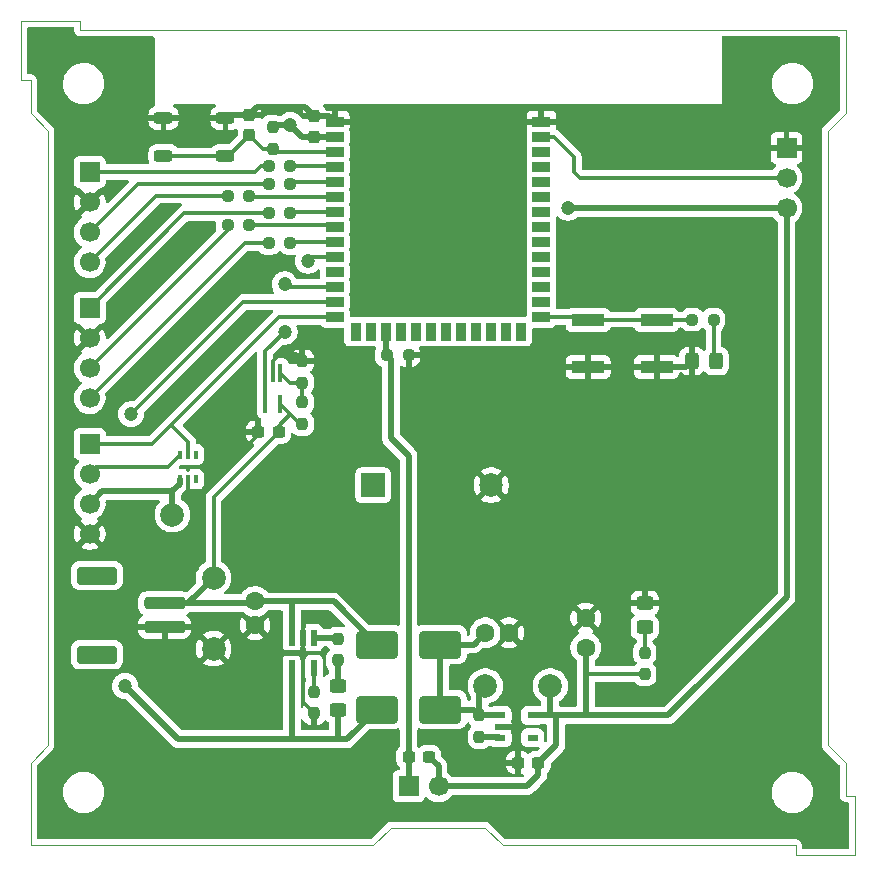
<source format=gbr>
%TF.GenerationSoftware,KiCad,Pcbnew,9.0.2*%
%TF.CreationDate,2025-05-20T18:43:20+03:00*%
%TF.ProjectId,Project_PCB,50726f6a-6563-4745-9f50-43422e6b6963,0*%
%TF.SameCoordinates,Original*%
%TF.FileFunction,Copper,L1,Top*%
%TF.FilePolarity,Positive*%
%FSLAX46Y46*%
G04 Gerber Fmt 4.6, Leading zero omitted, Abs format (unit mm)*
G04 Created by KiCad (PCBNEW 9.0.2) date 2025-05-20 18:43:20*
%MOMM*%
%LPD*%
G01*
G04 APERTURE LIST*
G04 Aperture macros list*
%AMRoundRect*
0 Rectangle with rounded corners*
0 $1 Rounding radius*
0 $2 $3 $4 $5 $6 $7 $8 $9 X,Y pos of 4 corners*
0 Add a 4 corners polygon primitive as box body*
4,1,4,$2,$3,$4,$5,$6,$7,$8,$9,$2,$3,0*
0 Add four circle primitives for the rounded corners*
1,1,$1+$1,$2,$3*
1,1,$1+$1,$4,$5*
1,1,$1+$1,$6,$7*
1,1,$1+$1,$8,$9*
0 Add four rect primitives between the rounded corners*
20,1,$1+$1,$2,$3,$4,$5,0*
20,1,$1+$1,$4,$5,$6,$7,0*
20,1,$1+$1,$6,$7,$8,$9,0*
20,1,$1+$1,$8,$9,$2,$3,0*%
G04 Aperture macros list end*
%TA.AperFunction,SMDPad,CuDef*%
%ADD10RoundRect,0.237500X-0.237500X0.250000X-0.237500X-0.250000X0.237500X-0.250000X0.237500X0.250000X0*%
%TD*%
%TA.AperFunction,SMDPad,CuDef*%
%ADD11RoundRect,0.237500X0.237500X-0.250000X0.237500X0.250000X-0.237500X0.250000X-0.237500X-0.250000X0*%
%TD*%
%TA.AperFunction,SMDPad,CuDef*%
%ADD12RoundRect,0.250000X-0.325000X-0.450000X0.325000X-0.450000X0.325000X0.450000X-0.325000X0.450000X0*%
%TD*%
%TA.AperFunction,ComponentPad*%
%ADD13C,1.600000*%
%TD*%
%TA.AperFunction,SMDPad,CuDef*%
%ADD14RoundRect,0.100000X-0.100000X0.650000X-0.100000X-0.650000X0.100000X-0.650000X0.100000X0.650000X0*%
%TD*%
%TA.AperFunction,SMDPad,CuDef*%
%ADD15RoundRect,0.237500X0.300000X0.237500X-0.300000X0.237500X-0.300000X-0.237500X0.300000X-0.237500X0*%
%TD*%
%TA.AperFunction,ComponentPad*%
%ADD16R,1.700000X1.700000*%
%TD*%
%TA.AperFunction,ComponentPad*%
%ADD17C,1.700000*%
%TD*%
%TA.AperFunction,SMDPad,CuDef*%
%ADD18RoundRect,0.237500X0.237500X-0.300000X0.237500X0.300000X-0.237500X0.300000X-0.237500X-0.300000X0*%
%TD*%
%TA.AperFunction,SMDPad,CuDef*%
%ADD19RoundRect,0.237500X-0.250000X-0.237500X0.250000X-0.237500X0.250000X0.237500X-0.250000X0.237500X0*%
%TD*%
%TA.AperFunction,ComponentPad*%
%ADD20C,2.000000*%
%TD*%
%TA.AperFunction,SMDPad,CuDef*%
%ADD21RoundRect,0.250000X1.500000X0.900000X-1.500000X0.900000X-1.500000X-0.900000X1.500000X-0.900000X0*%
%TD*%
%TA.AperFunction,SMDPad,CuDef*%
%ADD22R,0.355600X0.736600*%
%TD*%
%TA.AperFunction,SMDPad,CuDef*%
%ADD23R,2.800000X1.000000*%
%TD*%
%TA.AperFunction,ComponentPad*%
%ADD24R,1.995000X1.995000*%
%TD*%
%TA.AperFunction,ComponentPad*%
%ADD25C,1.995000*%
%TD*%
%TA.AperFunction,SMDPad,CuDef*%
%ADD26RoundRect,0.237500X0.250000X0.237500X-0.250000X0.237500X-0.250000X-0.237500X0.250000X-0.237500X0*%
%TD*%
%TA.AperFunction,SMDPad,CuDef*%
%ADD27RoundRect,0.250000X-1.500000X0.250000X-1.500000X-0.250000X1.500000X-0.250000X1.500000X0.250000X0*%
%TD*%
%TA.AperFunction,SMDPad,CuDef*%
%ADD28RoundRect,0.250001X-1.449999X0.499999X-1.449999X-0.499999X1.449999X-0.499999X1.449999X0.499999X0*%
%TD*%
%TA.AperFunction,SMDPad,CuDef*%
%ADD29R,0.508000X1.320800*%
%TD*%
%TA.AperFunction,SMDPad,CuDef*%
%ADD30RoundRect,0.250000X-0.450000X0.325000X-0.450000X-0.325000X0.450000X-0.325000X0.450000X0.325000X0*%
%TD*%
%TA.AperFunction,SMDPad,CuDef*%
%ADD31R,1.500000X0.900000*%
%TD*%
%TA.AperFunction,SMDPad,CuDef*%
%ADD32R,0.900000X1.500000*%
%TD*%
%TA.AperFunction,HeatsinkPad*%
%ADD33C,0.600000*%
%TD*%
%TA.AperFunction,HeatsinkPad*%
%ADD34R,3.900000X3.900000*%
%TD*%
%TA.AperFunction,SMDPad,CuDef*%
%ADD35RoundRect,0.250000X0.525000X0.250000X-0.525000X0.250000X-0.525000X-0.250000X0.525000X-0.250000X0*%
%TD*%
%TA.AperFunction,SMDPad,CuDef*%
%ADD36R,0.952500X0.558800*%
%TD*%
%TA.AperFunction,ViaPad*%
%ADD37C,1.200000*%
%TD*%
%TA.AperFunction,Conductor*%
%ADD38C,0.300000*%
%TD*%
%TA.AperFunction,Conductor*%
%ADD39C,0.500000*%
%TD*%
%TA.AperFunction,Profile*%
%ADD40C,0.050000*%
%TD*%
G04 APERTURE END LIST*
D10*
%TO.P,R1,1*%
%TO.N,+3V3*%
X20500000Y-8175000D03*
%TO.P,R1,2*%
%TO.N,ESP~{RST}*%
X20500000Y-10000000D03*
%TD*%
D11*
%TO.P,R13,1*%
%TO.N,Net-(D7-K)*%
X26000000Y-53325000D03*
%TO.P,R13,2*%
%TO.N,Net-(U3-STAT)*%
X26000000Y-51500000D03*
%TD*%
D12*
%TO.P,D3,1,K*%
%TO.N,GND*%
X56000000Y-28000000D03*
%TO.P,D3,2,A*%
%TO.N,Net-(D3-A)*%
X58050000Y-28000000D03*
%TD*%
D13*
%TO.P,C7,1*%
%TO.N,+BATT*%
X19000000Y-48350000D03*
%TO.P,C7,2*%
%TO.N,GND*%
X19000000Y-50350000D03*
%TD*%
%TO.P,C2,1*%
%TO.N,+3V3*%
X47000000Y-52250000D03*
%TO.P,C2,2*%
%TO.N,GND*%
X47000000Y-49750000D03*
%TD*%
D14*
%TO.P,U4,1,+*%
%TO.N,Net-(U4-+)*%
X21150000Y-29000000D03*
%TO.P,U4,2,V-*%
%TO.N,GND*%
X20500000Y-29000000D03*
%TO.P,U4,3,-*%
%TO.N,BATT{slash}IO8*%
X19850000Y-29000000D03*
%TO.P,U4,4*%
X19850000Y-31660000D03*
%TO.P,U4,5,V+*%
%TO.N,+BATT*%
X21150000Y-31660000D03*
%TD*%
D15*
%TO.P,C3,1*%
%TO.N,+BATT*%
X21000000Y-34000000D03*
%TO.P,C3,2*%
%TO.N,GND*%
X19275000Y-34000000D03*
%TD*%
D16*
%TO.P,D1,1,RA*%
%TO.N,Net-(D1-RA)*%
X5000000Y-12000000D03*
D17*
%TO.P,D1,2,K*%
%TO.N,GND*%
X5000000Y-14540000D03*
%TO.P,D1,3,GA*%
%TO.N,Net-(D1-GA)*%
X5000000Y-17080000D03*
%TO.P,D1,4,BA*%
%TO.N,Net-(D1-BA)*%
X5000000Y-19620000D03*
%TD*%
D18*
%TO.P,C1,1*%
%TO.N,ESP~{RST}*%
X18500000Y-8862500D03*
%TO.P,C1,2*%
%TO.N,GND*%
X18500000Y-7137500D03*
%TD*%
D15*
%TO.P,C8,1*%
%TO.N,+3V3*%
X33725000Y-61500000D03*
%TO.P,C8,2*%
%TO.N,POW{slash}IO9*%
X32000000Y-61500000D03*
%TD*%
D16*
%TO.P,D2,1,RA*%
%TO.N,Net-(D2-RA)*%
X5000000Y-23500000D03*
D17*
%TO.P,D2,2,K*%
%TO.N,GND*%
X5000000Y-26040000D03*
%TO.P,D2,3,GA*%
%TO.N,Net-(D2-GA)*%
X5000000Y-28580000D03*
%TO.P,D2,4,BA*%
%TO.N,Net-(D2-BA)*%
X5000000Y-31120000D03*
%TD*%
D19*
%TO.P,R2,1*%
%TO.N,Net-(U1-IO0)*%
X56000000Y-24500000D03*
%TO.P,R2,2*%
%TO.N,Net-(D3-A)*%
X57825000Y-24500000D03*
%TD*%
D10*
%TO.P,R14,1*%
%TO.N,Net-(U3-PROG)*%
X24000000Y-56000000D03*
%TO.P,R14,2*%
%TO.N,GND*%
X24000000Y-57825000D03*
%TD*%
D20*
%TO.P,TP3,1,1*%
%TO.N,GND*%
X15500000Y-52350000D03*
%TD*%
D21*
%TO.P,D4,1,K*%
%TO.N,VIN*%
X34700000Y-57500000D03*
%TO.P,D4,2,A*%
%TO.N,VBUS*%
X29300000Y-57500000D03*
%TD*%
D16*
%TO.P,J2,1,Pin_1*%
%TO.N,GND*%
X64000000Y-9960000D03*
D17*
%TO.P,J2,2,Pin_2*%
%TO.N,Net-(J2-Pin_2)*%
X64000000Y-12500000D03*
%TO.P,J2,3,Pin_3*%
%TO.N,+3V3*%
X64000000Y-15040000D03*
%TD*%
D13*
%TO.P,C4,1*%
%TO.N,VIN*%
X38500000Y-51000000D03*
%TO.P,C4,2*%
%TO.N,GND*%
X40500000Y-51000000D03*
%TD*%
D22*
%TO.P,CR1,1,1*%
%TO.N,VBUS*%
X12679200Y-38000000D03*
%TO.P,CR1,2,2*%
%TO.N,GND*%
X13339600Y-38000000D03*
%TO.P,CR1,3,3*%
%TO.N,unconnected-(CR1-Pad3)*%
X14000000Y-38000000D03*
%TO.P,CR1,4,4*%
%TO.N,unconnected-(CR1-Pad4)*%
X14000000Y-35917200D03*
%TO.P,CR1,5,5*%
%TO.N,ESP20{slash}D+*%
X13339600Y-35917200D03*
%TO.P,CR1,6,6*%
%TO.N,ESP19{slash}D-*%
X12679200Y-35917200D03*
%TD*%
D23*
%TO.P,SW2,1,1*%
%TO.N,Net-(U1-IO0)*%
X47200000Y-24500000D03*
X53000000Y-24500000D03*
%TO.P,SW2,2,2*%
%TO.N,GND*%
X47200000Y-28500000D03*
X53000000Y-28500000D03*
%TD*%
D11*
%TO.P,R5,1*%
%TO.N,Net-(U2-EN)*%
X38000000Y-59825000D03*
%TO.P,R5,2*%
%TO.N,VIN*%
X38000000Y-58000000D03*
%TD*%
D24*
%TO.P,LS1,1,1*%
%TO.N,Net-(U1-IO17)*%
X29000000Y-38500000D03*
D25*
%TO.P,LS1,2,2*%
%TO.N,GND*%
X39000000Y-38500000D03*
%TD*%
D26*
%TO.P,R11,1*%
%TO.N,D2G*%
X18500000Y-16500000D03*
%TO.P,R11,2*%
%TO.N,Net-(D2-GA)*%
X16675000Y-16500000D03*
%TD*%
D20*
%TO.P,TP5,1,1*%
%TO.N,VIN*%
X38500000Y-55500000D03*
%TD*%
D27*
%TO.P,J3,1,Pin_1*%
%TO.N,+BATT*%
X11350000Y-48500000D03*
%TO.P,J3,2,Pin_2*%
%TO.N,GND*%
X11350000Y-50500000D03*
D28*
%TO.P,J3,MP*%
%TO.N,N/C*%
X5600000Y-46150000D03*
X5600000Y-52850000D03*
%TD*%
D11*
%TO.P,R16,1*%
%TO.N,Net-(U4-+)*%
X23000000Y-29825000D03*
%TO.P,R16,2*%
%TO.N,GND*%
X23000000Y-28000000D03*
%TD*%
D15*
%TO.P,C5,1*%
%TO.N,+3V3*%
X43000000Y-62000000D03*
%TO.P,C5,2*%
%TO.N,GND*%
X41275000Y-62000000D03*
%TD*%
D19*
%TO.P,R12,1*%
%TO.N,Net-(D2-BA)*%
X20175000Y-18000000D03*
%TO.P,R12,2*%
%TO.N,D2B*%
X22000000Y-18000000D03*
%TD*%
%TO.P,R10,1*%
%TO.N,Net-(D2-RA)*%
X20175000Y-15500000D03*
%TO.P,R10,2*%
%TO.N,D2R*%
X22000000Y-15500000D03*
%TD*%
D16*
%TO.P,SW3,1,1*%
%TO.N,POW{slash}IO9*%
X32000000Y-64000000D03*
D17*
%TO.P,SW3,2,2*%
%TO.N,+3V3*%
X34540000Y-64000000D03*
%TD*%
D19*
%TO.P,R9,1*%
%TO.N,Net-(D1-BA)*%
X16675000Y-14000000D03*
%TO.P,R9,2*%
%TO.N,D1B*%
X18500000Y-14000000D03*
%TD*%
D29*
%TO.P,U3,1,STAT*%
%TO.N,Net-(U3-STAT)*%
X24000000Y-51409200D03*
%TO.P,U3,2,VSS*%
%TO.N,GND*%
X23049999Y-51409200D03*
%TO.P,U3,3,VBAT*%
%TO.N,+BATT*%
X22099998Y-51409200D03*
%TO.P,U3,4,VDD*%
%TO.N,VBUS*%
X22099998Y-54000000D03*
%TO.P,U3,5,PROG*%
%TO.N,Net-(U3-PROG)*%
X24000000Y-54000000D03*
%TD*%
D20*
%TO.P,TP4,1,1*%
%TO.N,VBUS*%
X12000000Y-41000000D03*
%TD*%
D19*
%TO.P,R7,1*%
%TO.N,Net-(D1-RA)*%
X20175000Y-11500000D03*
%TO.P,R7,2*%
%TO.N,D1R*%
X22000000Y-11500000D03*
%TD*%
D20*
%TO.P,TP2,1,1*%
%TO.N,+BATT*%
X15500000Y-46350000D03*
%TD*%
D30*
%TO.P,D7,1,K*%
%TO.N,Net-(D7-K)*%
X26000000Y-55500000D03*
%TO.P,D7,2,A*%
%TO.N,VBUS*%
X26000000Y-57550000D03*
%TD*%
D18*
%TO.P,C6,1*%
%TO.N,+3V3*%
X24000000Y-9000000D03*
%TO.P,C6,2*%
%TO.N,GND*%
X24000000Y-7275000D03*
%TD*%
D31*
%TO.P,U1,1,GND*%
%TO.N,GND*%
X25750000Y-7740000D03*
%TO.P,U1,2,3V3*%
%TO.N,+3V3*%
X25750000Y-9010000D03*
%TO.P,U1,3,EN*%
%TO.N,ESP~{RST}*%
X25750000Y-10280000D03*
%TO.P,U1,4,IO4*%
%TO.N,D1R*%
X25750000Y-11550000D03*
%TO.P,U1,5,IO5*%
%TO.N,D1G*%
X25750000Y-12820000D03*
%TO.P,U1,6,IO6*%
%TO.N,D1B*%
X25750000Y-14090000D03*
%TO.P,U1,7,IO7*%
%TO.N,D2R*%
X25750000Y-15360000D03*
%TO.P,U1,8,IO15*%
%TO.N,D2G*%
X25750000Y-16630000D03*
%TO.P,U1,9,IO16*%
%TO.N,D2B*%
X25750000Y-17900000D03*
%TO.P,U1,10,IO17*%
%TO.N,Net-(U1-IO17)*%
X25750000Y-19170000D03*
%TO.P,U1,11,IO18*%
%TO.N,unconnected-(U1-IO18-Pad11)*%
X25750000Y-20440000D03*
%TO.P,U1,12,IO8*%
%TO.N,BATT{slash}IO8*%
X25750000Y-21710000D03*
%TO.P,U1,13,IO19*%
%TO.N,ESP19{slash}D-*%
X25750000Y-22980000D03*
%TO.P,U1,14,IO20*%
%TO.N,ESP20{slash}D+*%
X25750000Y-24250000D03*
D32*
%TO.P,U1,15,IO3*%
%TO.N,unconnected-(U1-IO3-Pad15)*%
X27515000Y-25500000D03*
%TO.P,U1,16,IO46*%
%TO.N,unconnected-(U1-IO46-Pad16)*%
X28785000Y-25500000D03*
%TO.P,U1,17,IO9*%
%TO.N,POW{slash}IO9*%
X30055000Y-25500000D03*
%TO.P,U1,18,IO10*%
%TO.N,unconnected-(U1-IO10-Pad18)*%
X31325000Y-25500000D03*
%TO.P,U1,19,IO11*%
%TO.N,unconnected-(U1-IO11-Pad19)*%
X32595000Y-25500000D03*
%TO.P,U1,20,IO12*%
%TO.N,unconnected-(U1-IO12-Pad20)*%
X33865000Y-25500000D03*
%TO.P,U1,21,IO13*%
%TO.N,unconnected-(U1-IO13-Pad21)*%
X35135000Y-25500000D03*
%TO.P,U1,22,IO14*%
%TO.N,unconnected-(U1-IO14-Pad22)*%
X36405000Y-25500000D03*
%TO.P,U1,23,IO21*%
%TO.N,unconnected-(U1-IO21-Pad23)*%
X37675000Y-25500000D03*
%TO.P,U1,24,IO47*%
%TO.N,unconnected-(U1-IO47-Pad24)*%
X38945000Y-25500000D03*
%TO.P,U1,25,IO48*%
%TO.N,unconnected-(U1-IO48-Pad25)*%
X40215000Y-25500000D03*
%TO.P,U1,26,IO45*%
%TO.N,unconnected-(U1-IO45-Pad26)*%
X41485000Y-25500000D03*
D31*
%TO.P,U1,27,IO0*%
%TO.N,Net-(U1-IO0)*%
X43250000Y-24250000D03*
%TO.P,U1,28,IO35*%
%TO.N,unconnected-(U1-IO35-Pad28)*%
X43250000Y-22980000D03*
%TO.P,U1,29,IO36*%
%TO.N,unconnected-(U1-IO36-Pad29)*%
X43250000Y-21710000D03*
%TO.P,U1,30,IO37*%
%TO.N,unconnected-(U1-IO37-Pad30)*%
X43250000Y-20440000D03*
%TO.P,U1,31,IO38*%
%TO.N,unconnected-(U1-IO38-Pad31)*%
X43250000Y-19170000D03*
%TO.P,U1,32,IO39*%
%TO.N,unconnected-(U1-IO39-Pad32)*%
X43250000Y-17900000D03*
%TO.P,U1,33,IO40*%
%TO.N,unconnected-(U1-IO40-Pad33)*%
X43250000Y-16630000D03*
%TO.P,U1,34,IO41*%
%TO.N,unconnected-(U1-IO41-Pad34)*%
X43250000Y-15360000D03*
%TO.P,U1,35,IO42*%
%TO.N,unconnected-(U1-IO42-Pad35)*%
X43250000Y-14090000D03*
%TO.P,U1,36,RXD0*%
%TO.N,unconnected-(U1-RXD0-Pad36)*%
X43250000Y-12820000D03*
%TO.P,U1,37,TXD0*%
%TO.N,unconnected-(U1-TXD0-Pad37)*%
X43250000Y-11550000D03*
%TO.P,U1,38,IO2*%
%TO.N,unconnected-(U1-IO2-Pad38)*%
X43250000Y-10280000D03*
%TO.P,U1,39,IO1*%
%TO.N,Net-(J2-Pin_2)*%
X43250000Y-9010000D03*
%TO.P,U1,40,GND*%
%TO.N,GND*%
X43250000Y-7740000D03*
D33*
%TO.P,U1,41,GND*%
X31600000Y-14760000D03*
X31600000Y-16160000D03*
X32300000Y-14060000D03*
X32300000Y-15460000D03*
X32300000Y-16860000D03*
X33000000Y-14760000D03*
D34*
X33000000Y-15460000D03*
D33*
X33000000Y-16160000D03*
X33700000Y-14060000D03*
X33700000Y-15460000D03*
X33700000Y-16860000D03*
X34400000Y-14760000D03*
X34400000Y-16160000D03*
%TD*%
D19*
%TO.P,R17,1*%
%TO.N,POW{slash}IO9*%
X30175000Y-27500000D03*
%TO.P,R17,2*%
%TO.N,GND*%
X32000000Y-27500000D03*
%TD*%
D20*
%TO.P,TP1,1,1*%
%TO.N,+3V3*%
X44000000Y-55500000D03*
%TD*%
D21*
%TO.P,D5,1,K*%
%TO.N,VIN*%
X34700000Y-52000000D03*
%TO.P,D5,2,A*%
%TO.N,+BATT*%
X29300000Y-52000000D03*
%TD*%
D16*
%TO.P,J1,1,D+*%
%TO.N,ESP20{slash}D+*%
X5000000Y-35000000D03*
D17*
%TO.P,J1,2,D-*%
%TO.N,ESP19{slash}D-*%
X5000000Y-37540000D03*
%TO.P,J1,3,VBUS*%
%TO.N,VBUS*%
X5000000Y-40080000D03*
%TO.P,J1,4,GND*%
%TO.N,GND*%
X5000000Y-42620000D03*
%TD*%
D11*
%TO.P,R15,1*%
%TO.N,+BATT*%
X23000000Y-33325000D03*
%TO.P,R15,2*%
%TO.N,Net-(U4-+)*%
X23000000Y-31500000D03*
%TD*%
D30*
%TO.P,D6,1,K*%
%TO.N,GND*%
X52000000Y-48500000D03*
%TO.P,D6,2,A*%
%TO.N,Net-(D6-A)*%
X52000000Y-50550000D03*
%TD*%
D11*
%TO.P,R6,1*%
%TO.N,+3V3*%
X52000000Y-54500000D03*
%TO.P,R6,2*%
%TO.N,Net-(D6-A)*%
X52000000Y-52675000D03*
%TD*%
D26*
%TO.P,R8,1*%
%TO.N,D1G*%
X22000000Y-13000000D03*
%TO.P,R8,2*%
%TO.N,Net-(D1-GA)*%
X20175000Y-13000000D03*
%TD*%
D35*
%TO.P,SW1,1,1*%
%TO.N,ESP~{RST}*%
X16500000Y-10600000D03*
X11250000Y-10600000D03*
%TO.P,SW1,2,2*%
%TO.N,GND*%
X16500000Y-7400000D03*
X11250000Y-7400000D03*
%TD*%
D36*
%TO.P,U2,1,VIN*%
%TO.N,VIN*%
X39744100Y-58000000D03*
%TO.P,U2,2,GND*%
%TO.N,GND*%
X39744100Y-58939800D03*
%TO.P,U2,3,EN*%
%TO.N,Net-(U2-EN)*%
X39744100Y-59879600D03*
%TO.P,U2,4,NC*%
%TO.N,unconnected-(U2-NC-Pad4)*%
X42500000Y-59879600D03*
%TO.P,U2,5,VOUT*%
%TO.N,+3V3*%
X42500000Y-58000000D03*
%TD*%
D37*
%TO.N,+3V3*%
X45500000Y-15000000D03*
X22000000Y-8000000D03*
%TO.N,GND*%
X26000000Y-28000000D03*
%TO.N,BATT{slash}IO8*%
X21500000Y-21500000D03*
X21500000Y-25500000D03*
%TO.N,VBUS*%
X8000000Y-55500000D03*
%TO.N,ESP19{slash}D-*%
X8500000Y-32500000D03*
%TO.N,Net-(U1-IO17)*%
X23500000Y-19500000D03*
%TD*%
D38*
%TO.N,GND*%
X20500000Y-28000000D02*
X21000000Y-27500000D01*
%TO.N,ESP~{RST}*%
X20780000Y-10280000D02*
X20500000Y-10000000D01*
X25750000Y-10280000D02*
X20780000Y-10280000D01*
D39*
%TO.N,+3V3*%
X20675000Y-8000000D02*
X20500000Y-8175000D01*
X22000000Y-8000000D02*
X20675000Y-8000000D01*
D38*
%TO.N,ESP~{RST}*%
X11250000Y-10600000D02*
X16500000Y-10600000D01*
D39*
%TO.N,GND*%
X16500000Y-7400000D02*
X11250000Y-7400000D01*
X16762500Y-7137500D02*
X16500000Y-7400000D01*
X18500000Y-7137500D02*
X16762500Y-7137500D01*
D38*
%TO.N,ESP~{RST}*%
X19637500Y-10000000D02*
X18500000Y-8862500D01*
X20087500Y-10000000D02*
X19637500Y-10000000D01*
X16762500Y-10600000D02*
X18500000Y-8862500D01*
X16500000Y-10600000D02*
X16762500Y-10600000D01*
D39*
%TO.N,GND*%
X23225000Y-6500000D02*
X19137500Y-6500000D01*
X24000000Y-7275000D02*
X23225000Y-6500000D01*
X19137500Y-6500000D02*
X18500000Y-7137500D01*
X25285000Y-7275000D02*
X25750000Y-7740000D01*
X24000000Y-7275000D02*
X25285000Y-7275000D01*
%TO.N,+3V3*%
X25740000Y-9000000D02*
X25750000Y-9010000D01*
X24000000Y-9000000D02*
X25740000Y-9000000D01*
X23000000Y-9000000D02*
X24000000Y-9000000D01*
X22000000Y-8000000D02*
X23000000Y-9000000D01*
D38*
%TO.N,Net-(J2-Pin_2)*%
X46000000Y-12000000D02*
X46500000Y-12500000D01*
X46000000Y-10710000D02*
X46000000Y-12000000D01*
X44300000Y-9010000D02*
X46000000Y-10710000D01*
X43250000Y-9010000D02*
X44300000Y-9010000D01*
X46500000Y-12500000D02*
X64000000Y-12500000D01*
D39*
%TO.N,+3V3*%
X45540000Y-15040000D02*
X45500000Y-15000000D01*
X64000000Y-15040000D02*
X45540000Y-15040000D01*
D38*
%TO.N,Net-(U1-IO17)*%
X23830000Y-19170000D02*
X25750000Y-19170000D01*
X23500000Y-19500000D02*
X23830000Y-19170000D01*
%TO.N,ESP19{slash}D-*%
X18020000Y-22980000D02*
X25750000Y-22980000D01*
X8500000Y-32500000D02*
X18020000Y-22980000D01*
D39*
%TO.N,VBUS*%
X12000000Y-41000000D02*
X12000000Y-39000000D01*
X12610800Y-38389200D02*
X12610800Y-38000000D01*
X12000000Y-39000000D02*
X12610800Y-38389200D01*
X5000000Y-40080000D02*
X6080000Y-39000000D01*
X6080000Y-39000000D02*
X12000000Y-39000000D01*
X12500000Y-60000000D02*
X8000000Y-55500000D01*
X22000000Y-60000000D02*
X12500000Y-60000000D01*
%TO.N,GND*%
X22500000Y-27500000D02*
X23000000Y-28000000D01*
D38*
X20500000Y-29000000D02*
X20500000Y-28000000D01*
D39*
X21000000Y-27500000D02*
X22500000Y-27500000D01*
D38*
%TO.N,BATT{slash}IO8*%
X21710000Y-21710000D02*
X25750000Y-21710000D01*
X21500000Y-21500000D02*
X21710000Y-21710000D01*
X19850000Y-27150000D02*
X21500000Y-25500000D01*
X19850000Y-29000000D02*
X19850000Y-27150000D01*
D39*
%TO.N,GND*%
X23000000Y-28000000D02*
X26000000Y-28000000D01*
%TO.N,VIN*%
X34700000Y-52000000D02*
X37500000Y-52000000D01*
X34700000Y-57500000D02*
X37500000Y-57500000D01*
X34700000Y-52000000D02*
X34700000Y-57500000D01*
X38000000Y-58000000D02*
X38000000Y-56000000D01*
X38000000Y-58000000D02*
X39744100Y-58000000D01*
X37500000Y-57500000D02*
X38000000Y-58000000D01*
X37500000Y-52000000D02*
X38500000Y-51000000D01*
X38000000Y-56000000D02*
X38500000Y-55500000D01*
D38*
%TO.N,+BATT*%
X15500000Y-39500000D02*
X15500000Y-46350000D01*
X21000000Y-34000000D02*
X15500000Y-39500000D01*
D39*
X22500000Y-48350000D02*
X25650000Y-48350000D01*
X22099998Y-48449998D02*
X22000000Y-48350000D01*
D38*
X22815000Y-33325000D02*
X21995000Y-32505000D01*
X23000000Y-33325000D02*
X22815000Y-33325000D01*
D39*
X13350000Y-48500000D02*
X15500000Y-46350000D01*
D38*
X21995000Y-32505000D02*
X21150000Y-31660000D01*
D39*
X11350000Y-48500000D02*
X13350000Y-48500000D01*
X22000000Y-48350000D02*
X22500000Y-48350000D01*
X18850000Y-48500000D02*
X19000000Y-48350000D01*
X22099998Y-51409200D02*
X22099998Y-48449998D01*
X11350000Y-48500000D02*
X18850000Y-48500000D01*
X19000000Y-48350000D02*
X22000000Y-48350000D01*
D38*
X21000000Y-33500000D02*
X21995000Y-32505000D01*
X21000000Y-34000000D02*
X21000000Y-33500000D01*
D39*
X25650000Y-48350000D02*
X29300000Y-52000000D01*
%TO.N,POW{slash}IO9*%
X32000000Y-61500000D02*
X32000000Y-64000000D01*
X30500000Y-27825000D02*
X30175000Y-27500000D01*
X30055000Y-25500000D02*
X30055000Y-27380000D01*
X30055000Y-27380000D02*
X30175000Y-27500000D01*
X32000000Y-61500000D02*
X32000000Y-36000000D01*
X32000000Y-36000000D02*
X30500000Y-34500000D01*
X30500000Y-34500000D02*
X30500000Y-27825000D01*
%TO.N,GND*%
X40720350Y-58939800D02*
X41275000Y-59494450D01*
X55500000Y-28500000D02*
X56000000Y-28000000D01*
D38*
X23049999Y-56874999D02*
X23049999Y-52700000D01*
X19275000Y-34000000D02*
X19275000Y-34225000D01*
D39*
X47200000Y-28500000D02*
X53000000Y-28500000D01*
X39744100Y-58939800D02*
X40720350Y-58939800D01*
D38*
X13339600Y-38839600D02*
X13339600Y-38000000D01*
D39*
X19000000Y-50350000D02*
X21350000Y-52700000D01*
D38*
X19275000Y-34225000D02*
X14500000Y-39000000D01*
X23049999Y-52700000D02*
X23049999Y-51409200D01*
D39*
X41275000Y-59494450D02*
X41275000Y-62000000D01*
D38*
X14500000Y-39000000D02*
X13500000Y-39000000D01*
D39*
X53000000Y-28500000D02*
X55500000Y-28500000D01*
D38*
X13500000Y-39000000D02*
X13339600Y-38839600D01*
X24000000Y-57825000D02*
X23049999Y-56874999D01*
D39*
X21350000Y-52700000D02*
X23049999Y-52700000D01*
%TO.N,VBUS*%
X29300000Y-57500000D02*
X26800000Y-60000000D01*
X26500000Y-60000000D02*
X26000000Y-60000000D01*
X26000000Y-60000000D02*
X22500000Y-60000000D01*
X22099998Y-54000000D02*
X22099998Y-59900002D01*
X26000000Y-57550000D02*
X26000000Y-60000000D01*
X22500000Y-60000000D02*
X22000000Y-60000000D01*
X26800000Y-60000000D02*
X26500000Y-60000000D01*
X22099998Y-59900002D02*
X22000000Y-60000000D01*
D38*
%TO.N,Net-(D1-GA)*%
X9080000Y-13000000D02*
X20175000Y-13000000D01*
X5000000Y-17080000D02*
X9080000Y-13000000D01*
%TO.N,ESP19{slash}D-*%
X11596400Y-37000000D02*
X12679200Y-35917200D01*
X5540000Y-37000000D02*
X8500000Y-37000000D01*
X5000000Y-37540000D02*
X5540000Y-37000000D01*
X8500000Y-37000000D02*
X11596400Y-37000000D01*
%TO.N,Net-(D1-RA)*%
X5000000Y-12000000D02*
X19000000Y-12000000D01*
X19500000Y-11500000D02*
X20175000Y-11500000D01*
X19000000Y-12000000D02*
X19500000Y-11500000D01*
D39*
%TO.N,+3V3*%
X47000000Y-52250000D02*
X47000000Y-54500000D01*
X47000000Y-58000000D02*
X54000000Y-58000000D01*
X47000000Y-54500000D02*
X47000000Y-58000000D01*
X42500000Y-58000000D02*
X44000000Y-58000000D01*
X43000000Y-62000000D02*
X44500000Y-60500000D01*
X44000000Y-58000000D02*
X44500000Y-58000000D01*
X64000000Y-48000000D02*
X64000000Y-15040000D01*
X34540000Y-62315000D02*
X33725000Y-61500000D01*
X42000000Y-64000000D02*
X34540000Y-64000000D01*
X44500000Y-60500000D02*
X44500000Y-58000000D01*
X44000000Y-55500000D02*
X44000000Y-58000000D01*
X54000000Y-58000000D02*
X64000000Y-48000000D01*
X43000000Y-62000000D02*
X43000000Y-63000000D01*
X43000000Y-63000000D02*
X42000000Y-64000000D01*
X34540000Y-64000000D02*
X34540000Y-62315000D01*
D38*
X52000000Y-54500000D02*
X47000000Y-54500000D01*
D39*
X44500000Y-58000000D02*
X47000000Y-58000000D01*
D38*
%TO.N,ESP20{slash}D+*%
X13339600Y-35917200D02*
X13339600Y-34839600D01*
X21037700Y-24250000D02*
X25750000Y-24250000D01*
X13339600Y-34839600D02*
X11893850Y-33393850D01*
X10287700Y-35000000D02*
X10893850Y-34393850D01*
X10893850Y-34393850D02*
X11893850Y-33393850D01*
X11893850Y-33393850D02*
X21037700Y-24250000D01*
X10287700Y-35000000D02*
X5000000Y-35000000D01*
%TO.N,Net-(D1-BA)*%
X10620000Y-14000000D02*
X5000000Y-19620000D01*
X16675000Y-14000000D02*
X10620000Y-14000000D01*
%TO.N,Net-(D2-GA)*%
X16675000Y-16500000D02*
X16675000Y-16905000D01*
X16675000Y-16905000D02*
X5000000Y-28580000D01*
%TO.N,Net-(D2-BA)*%
X20175000Y-18000000D02*
X18120000Y-18000000D01*
X18120000Y-18000000D02*
X5000000Y-31120000D01*
%TO.N,Net-(D2-RA)*%
X13000000Y-15500000D02*
X20175000Y-15500000D01*
X5000000Y-23500000D02*
X13000000Y-15500000D01*
%TO.N,Net-(D3-A)*%
X57825000Y-24500000D02*
X57825000Y-27775000D01*
X57825000Y-27775000D02*
X58050000Y-28000000D01*
%TO.N,Net-(D6-A)*%
X52000000Y-52675000D02*
X52000000Y-50550000D01*
D39*
%TO.N,Net-(D7-K)*%
X26000000Y-53325000D02*
X26000000Y-55500000D01*
D38*
%TO.N,Net-(U1-IO0)*%
X53000000Y-24500000D02*
X56000000Y-24500000D01*
X46950000Y-24250000D02*
X47200000Y-24500000D01*
X43250000Y-24250000D02*
X46950000Y-24250000D01*
X47200000Y-24500000D02*
X53000000Y-24500000D01*
D39*
%TO.N,Net-(U2-EN)*%
X39689500Y-59825000D02*
X39744100Y-59879600D01*
X38000000Y-59825000D02*
X39689500Y-59825000D01*
D38*
%TO.N,D2R*%
X22140000Y-15360000D02*
X22000000Y-15500000D01*
X25750000Y-15360000D02*
X22140000Y-15360000D01*
%TO.N,D2G*%
X18500000Y-16500000D02*
X25620000Y-16500000D01*
X25620000Y-16500000D02*
X25750000Y-16630000D01*
%TO.N,D2B*%
X25750000Y-17900000D02*
X22100000Y-17900000D01*
X22100000Y-17900000D02*
X22000000Y-18000000D01*
D39*
%TO.N,Net-(U3-STAT)*%
X24000000Y-51409200D02*
X25909200Y-51409200D01*
X25909200Y-51409200D02*
X26000000Y-51500000D01*
D38*
%TO.N,Net-(U3-PROG)*%
X24000000Y-56000000D02*
X24000000Y-54000000D01*
%TO.N,Net-(U4-+)*%
X23000000Y-31500000D02*
X23000000Y-29825000D01*
X21975000Y-29825000D02*
X21150000Y-29000000D01*
X23000000Y-29825000D02*
X21975000Y-29825000D01*
%TO.N,BATT{slash}IO8*%
X19850000Y-29000000D02*
X19850000Y-31660000D01*
%TO.N,D1R*%
X25700000Y-11500000D02*
X25750000Y-11550000D01*
X22000000Y-11500000D02*
X25700000Y-11500000D01*
%TO.N,D1G*%
X25750000Y-12820000D02*
X22180000Y-12820000D01*
X22180000Y-12820000D02*
X22000000Y-13000000D01*
%TO.N,D1B*%
X25750000Y-14090000D02*
X18590000Y-14090000D01*
X18590000Y-14090000D02*
X18500000Y-14000000D01*
%TD*%
%TA.AperFunction,Conductor*%
%TO.N,GND*%
G36*
X3642539Y279815D02*
G01*
X3688294Y227011D01*
X3699500Y175500D01*
X3699500Y-65891D01*
X3733608Y-193187D01*
X3766554Y-250250D01*
X3799500Y-307314D01*
X3892686Y-400500D01*
X4006814Y-466392D01*
X4134108Y-500500D01*
X4265892Y-500500D01*
X4534108Y-500500D01*
X10376000Y-500500D01*
X10443039Y-520185D01*
X10488794Y-572989D01*
X10500000Y-624500D01*
X10500000Y-6253000D01*
X10529876Y-6307714D01*
X10524892Y-6377406D01*
X10483020Y-6433339D01*
X10447717Y-6451777D01*
X10405882Y-6465640D01*
X10405875Y-6465643D01*
X10256654Y-6557684D01*
X10132684Y-6681654D01*
X10040643Y-6830875D01*
X10040641Y-6830880D01*
X9985494Y-6997302D01*
X9985493Y-6997309D01*
X9975000Y-7100013D01*
X9975000Y-7150000D01*
X12524999Y-7150000D01*
X12524999Y-7100028D01*
X12524998Y-7100013D01*
X12514505Y-6997302D01*
X12459358Y-6830880D01*
X12459356Y-6830875D01*
X12367315Y-6681654D01*
X12243345Y-6557684D01*
X12116652Y-6479539D01*
X12069928Y-6427591D01*
X12058705Y-6358628D01*
X12086549Y-6294546D01*
X12144618Y-6255690D01*
X12181749Y-6250000D01*
X15568251Y-6250000D01*
X15635290Y-6269685D01*
X15681045Y-6322489D01*
X15690989Y-6391647D01*
X15661964Y-6455203D01*
X15633348Y-6479539D01*
X15506654Y-6557684D01*
X15382684Y-6681654D01*
X15290643Y-6830875D01*
X15290641Y-6830880D01*
X15235494Y-6997302D01*
X15235493Y-6997309D01*
X15225000Y-7100013D01*
X15225000Y-7150000D01*
X16376000Y-7150000D01*
X16443039Y-7169685D01*
X16488794Y-7222489D01*
X16500000Y-7274000D01*
X16500000Y-7400000D01*
X16626000Y-7400000D01*
X16693039Y-7419685D01*
X16738794Y-7472489D01*
X16750000Y-7524000D01*
X16750000Y-8399999D01*
X17074972Y-8399999D01*
X17074986Y-8399998D01*
X17177697Y-8389505D01*
X17344119Y-8334358D01*
X17350670Y-8331304D01*
X17351474Y-8333029D01*
X17409519Y-8317144D01*
X17476183Y-8338063D01*
X17520956Y-8391702D01*
X17530588Y-8453725D01*
X17524500Y-8513313D01*
X17524500Y-8866691D01*
X17504815Y-8933730D01*
X17488181Y-8954372D01*
X16879371Y-9563181D01*
X16818048Y-9596666D01*
X16791690Y-9599500D01*
X15924998Y-9599500D01*
X15924980Y-9599501D01*
X15822203Y-9610000D01*
X15822200Y-9610001D01*
X15655668Y-9665185D01*
X15655663Y-9665187D01*
X15506342Y-9757289D01*
X15382287Y-9881344D01*
X15376580Y-9890598D01*
X15324632Y-9937322D01*
X15271042Y-9949500D01*
X12478958Y-9949500D01*
X12411919Y-9929815D01*
X12373420Y-9890598D01*
X12367712Y-9881344D01*
X12243657Y-9757289D01*
X12243656Y-9757288D01*
X12131858Y-9688331D01*
X12094336Y-9665187D01*
X12094331Y-9665185D01*
X12057538Y-9652993D01*
X11927797Y-9610001D01*
X11927795Y-9610000D01*
X11825010Y-9599500D01*
X10674998Y-9599500D01*
X10674981Y-9599501D01*
X10572203Y-9610000D01*
X10572200Y-9610001D01*
X10405668Y-9665185D01*
X10405663Y-9665187D01*
X10256342Y-9757289D01*
X10132289Y-9881342D01*
X10040187Y-10030663D01*
X10040186Y-10030666D01*
X9985001Y-10197203D01*
X9985001Y-10197204D01*
X9985000Y-10197204D01*
X9974500Y-10299983D01*
X9974500Y-10900001D01*
X9974501Y-10900006D01*
X9985000Y-11002796D01*
X9985001Y-11002799D01*
X10040186Y-11169334D01*
X10041941Y-11173097D01*
X10042370Y-11175924D01*
X10042458Y-11176189D01*
X10042412Y-11176203D01*
X10052432Y-11242175D01*
X10023911Y-11305958D01*
X9965433Y-11344197D01*
X9929558Y-11349500D01*
X6474499Y-11349500D01*
X6407460Y-11329815D01*
X6361705Y-11277011D01*
X6350499Y-11225500D01*
X6350499Y-11102129D01*
X6350498Y-11102123D01*
X6350497Y-11102116D01*
X6344091Y-11042517D01*
X6329276Y-11002797D01*
X6293797Y-10907671D01*
X6293793Y-10907664D01*
X6207547Y-10792455D01*
X6207544Y-10792452D01*
X6092335Y-10706206D01*
X6092328Y-10706202D01*
X5957482Y-10655908D01*
X5957483Y-10655908D01*
X5897883Y-10649501D01*
X5897881Y-10649500D01*
X5897873Y-10649500D01*
X5897864Y-10649500D01*
X4102129Y-10649500D01*
X4102123Y-10649501D01*
X4042516Y-10655908D01*
X3907671Y-10706202D01*
X3907664Y-10706206D01*
X3792455Y-10792452D01*
X3792452Y-10792455D01*
X3706206Y-10907664D01*
X3706202Y-10907671D01*
X3655908Y-11042517D01*
X3649501Y-11102116D01*
X3649501Y-11102123D01*
X3649500Y-11102135D01*
X3649500Y-12897870D01*
X3649501Y-12897876D01*
X3655908Y-12957483D01*
X3706202Y-13092328D01*
X3706206Y-13092335D01*
X3792452Y-13207544D01*
X3792455Y-13207547D01*
X3907664Y-13293793D01*
X3907671Y-13293797D01*
X3952618Y-13310561D01*
X4042517Y-13344091D01*
X4102127Y-13350500D01*
X4112685Y-13350499D01*
X4179723Y-13370179D01*
X4200372Y-13386818D01*
X4870591Y-14057037D01*
X4807007Y-14074075D01*
X4692993Y-14139901D01*
X4599901Y-14232993D01*
X4534075Y-14347007D01*
X4517037Y-14410591D01*
X3884728Y-13778282D01*
X3884727Y-13778282D01*
X3845380Y-13832439D01*
X3748904Y-14021782D01*
X3683242Y-14223869D01*
X3683242Y-14223872D01*
X3650000Y-14433753D01*
X3650000Y-14646246D01*
X3683242Y-14856127D01*
X3683242Y-14856130D01*
X3748904Y-15058217D01*
X3845375Y-15247550D01*
X3884728Y-15301716D01*
X4517037Y-14669408D01*
X4534075Y-14732993D01*
X4599901Y-14847007D01*
X4692993Y-14940099D01*
X4807007Y-15005925D01*
X4870590Y-15022962D01*
X4238282Y-15655269D01*
X4238282Y-15655270D01*
X4292452Y-15694626D01*
X4292451Y-15694626D01*
X4301495Y-15699234D01*
X4352292Y-15747208D01*
X4369087Y-15815029D01*
X4346550Y-15881164D01*
X4301499Y-15920202D01*
X4292182Y-15924949D01*
X4120213Y-16049890D01*
X3969890Y-16200213D01*
X3844951Y-16372179D01*
X3748444Y-16561585D01*
X3682753Y-16763760D01*
X3679122Y-16786687D01*
X3649500Y-16973713D01*
X3649500Y-17186287D01*
X3651411Y-17198350D01*
X3680225Y-17380280D01*
X3682754Y-17396243D01*
X3714752Y-17494723D01*
X3748444Y-17598414D01*
X3844951Y-17787820D01*
X3969890Y-17959786D01*
X4120213Y-18110109D01*
X4292182Y-18235050D01*
X4300946Y-18239516D01*
X4351742Y-18287491D01*
X4368536Y-18355312D01*
X4345998Y-18421447D01*
X4300946Y-18460484D01*
X4292182Y-18464949D01*
X4120213Y-18589890D01*
X3969890Y-18740213D01*
X3844951Y-18912179D01*
X3748444Y-19101585D01*
X3682753Y-19303760D01*
X3665390Y-19413389D01*
X3649500Y-19513713D01*
X3649500Y-19726287D01*
X3654475Y-19757697D01*
X3680568Y-19922445D01*
X3682754Y-19936243D01*
X3691262Y-19962429D01*
X3748444Y-20138414D01*
X3844951Y-20327820D01*
X3969890Y-20499786D01*
X4120213Y-20650109D01*
X4292179Y-20775048D01*
X4292181Y-20775049D01*
X4292184Y-20775051D01*
X4481588Y-20871557D01*
X4683757Y-20937246D01*
X4893713Y-20970500D01*
X4893714Y-20970500D01*
X5106286Y-20970500D01*
X5106287Y-20970500D01*
X5316243Y-20937246D01*
X5518412Y-20871557D01*
X5707816Y-20775051D01*
X5729789Y-20759086D01*
X5879786Y-20650109D01*
X5879788Y-20650106D01*
X5879792Y-20650104D01*
X6030104Y-20499792D01*
X6030106Y-20499788D01*
X6030109Y-20499786D01*
X6155048Y-20327820D01*
X6155047Y-20327820D01*
X6155051Y-20327816D01*
X6251557Y-20138412D01*
X6317246Y-19936243D01*
X6350500Y-19726287D01*
X6350500Y-19513713D01*
X6334610Y-19413389D01*
X6316484Y-19298945D01*
X6318123Y-19298685D01*
X6321257Y-19236126D01*
X6350655Y-19189289D01*
X10853126Y-14686819D01*
X10914449Y-14653334D01*
X10940807Y-14650500D01*
X12727648Y-14650500D01*
X12794687Y-14670185D01*
X12840442Y-14722989D01*
X12850386Y-14792147D01*
X12821361Y-14855703D01*
X12775100Y-14889061D01*
X12691874Y-14923533D01*
X12691871Y-14923535D01*
X12585331Y-14994722D01*
X12585324Y-14994728D01*
X5466871Y-22113181D01*
X5405548Y-22146666D01*
X5379190Y-22149500D01*
X4102129Y-22149500D01*
X4102123Y-22149501D01*
X4042516Y-22155908D01*
X3907671Y-22206202D01*
X3907664Y-22206206D01*
X3792455Y-22292452D01*
X3792452Y-22292455D01*
X3706206Y-22407664D01*
X3706202Y-22407671D01*
X3655908Y-22542517D01*
X3649501Y-22602116D01*
X3649500Y-22602135D01*
X3649500Y-24397870D01*
X3649501Y-24397876D01*
X3655908Y-24457483D01*
X3706202Y-24592328D01*
X3706206Y-24592335D01*
X3792452Y-24707544D01*
X3792455Y-24707547D01*
X3907664Y-24793793D01*
X3907671Y-24793797D01*
X3952618Y-24810561D01*
X4042517Y-24844091D01*
X4102127Y-24850500D01*
X4112685Y-24850499D01*
X4179723Y-24870179D01*
X4200372Y-24886818D01*
X4870591Y-25557037D01*
X4807007Y-25574075D01*
X4692993Y-25639901D01*
X4599901Y-25732993D01*
X4534075Y-25847007D01*
X4517037Y-25910591D01*
X3884728Y-25278282D01*
X3884727Y-25278282D01*
X3845380Y-25332439D01*
X3748904Y-25521782D01*
X3683242Y-25723869D01*
X3683242Y-25723872D01*
X3650000Y-25933753D01*
X3650000Y-26146246D01*
X3683242Y-26356127D01*
X3683242Y-26356130D01*
X3748904Y-26558217D01*
X3845375Y-26747550D01*
X3884728Y-26801716D01*
X4517037Y-26169408D01*
X4534075Y-26232993D01*
X4599901Y-26347007D01*
X4692993Y-26440099D01*
X4807007Y-26505925D01*
X4870590Y-26522962D01*
X4238282Y-27155269D01*
X4238282Y-27155270D01*
X4292452Y-27194626D01*
X4292451Y-27194626D01*
X4301495Y-27199234D01*
X4352292Y-27247208D01*
X4369087Y-27315029D01*
X4346550Y-27381164D01*
X4301499Y-27420202D01*
X4292182Y-27424949D01*
X4120213Y-27549890D01*
X3969890Y-27700213D01*
X3844951Y-27872179D01*
X3748444Y-28061585D01*
X3682753Y-28263760D01*
X3649500Y-28473713D01*
X3649500Y-28686286D01*
X3681010Y-28885236D01*
X3682754Y-28896243D01*
X3732012Y-29047844D01*
X3748444Y-29098414D01*
X3844951Y-29287820D01*
X3969890Y-29459786D01*
X4120213Y-29610109D01*
X4292182Y-29735050D01*
X4300946Y-29739516D01*
X4351742Y-29787491D01*
X4368536Y-29855312D01*
X4345998Y-29921447D01*
X4300946Y-29960484D01*
X4292182Y-29964949D01*
X4120213Y-30089890D01*
X3969890Y-30240213D01*
X3844951Y-30412179D01*
X3748444Y-30601585D01*
X3682753Y-30803760D01*
X3649500Y-31013713D01*
X3649500Y-31226286D01*
X3678968Y-31412344D01*
X3682754Y-31436243D01*
X3684154Y-31440553D01*
X3748444Y-31638414D01*
X3844951Y-31827820D01*
X3969890Y-31999786D01*
X4120213Y-32150109D01*
X4292179Y-32275048D01*
X4292181Y-32275049D01*
X4292184Y-32275051D01*
X4481588Y-32371557D01*
X4683757Y-32437246D01*
X4893713Y-32470500D01*
X4893714Y-32470500D01*
X5106286Y-32470500D01*
X5106287Y-32470500D01*
X5316243Y-32437246D01*
X5518412Y-32371557D01*
X5707816Y-32275051D01*
X5729789Y-32259086D01*
X5879786Y-32150109D01*
X5879788Y-32150106D01*
X5879792Y-32150104D01*
X6030104Y-31999792D01*
X6030106Y-31999788D01*
X6030109Y-31999786D01*
X6155048Y-31827820D01*
X6155047Y-31827820D01*
X6155051Y-31827816D01*
X6251557Y-31638412D01*
X6317246Y-31436243D01*
X6350500Y-31226287D01*
X6350500Y-31013713D01*
X6325083Y-30853237D01*
X6316484Y-30798945D01*
X6318123Y-30798685D01*
X6321257Y-30736126D01*
X6350655Y-30689289D01*
X18353127Y-18686819D01*
X18414450Y-18653334D01*
X18440808Y-18650500D01*
X19244292Y-18650500D01*
X19311331Y-18670185D01*
X19336915Y-18693380D01*
X19337053Y-18693243D01*
X19339852Y-18696042D01*
X19341555Y-18697586D01*
X19342155Y-18698345D01*
X19342160Y-18698350D01*
X19464150Y-18820340D01*
X19610984Y-18910908D01*
X19774747Y-18965174D01*
X19875823Y-18975500D01*
X20474176Y-18975499D01*
X20474184Y-18975498D01*
X20474187Y-18975498D01*
X20529530Y-18969844D01*
X20575253Y-18965174D01*
X20739016Y-18910908D01*
X20885850Y-18820340D01*
X20999819Y-18706371D01*
X21061142Y-18672886D01*
X21130834Y-18677870D01*
X21175181Y-18706371D01*
X21289150Y-18820340D01*
X21435984Y-18910908D01*
X21599747Y-18965174D01*
X21700823Y-18975500D01*
X22299176Y-18975499D01*
X22331289Y-18972218D01*
X22399979Y-18984987D01*
X22450864Y-19032866D01*
X22467786Y-19100656D01*
X22461821Y-19133894D01*
X22426597Y-19242301D01*
X22399500Y-19413389D01*
X22399500Y-19586610D01*
X22421811Y-19727481D01*
X22426598Y-19757701D01*
X22480127Y-19922445D01*
X22558768Y-20076788D01*
X22660586Y-20216928D01*
X22783072Y-20339414D01*
X22923212Y-20441232D01*
X23077555Y-20519873D01*
X23242299Y-20573402D01*
X23413389Y-20600500D01*
X23413390Y-20600500D01*
X23586610Y-20600500D01*
X23586611Y-20600500D01*
X23757701Y-20573402D01*
X23922445Y-20519873D01*
X24076788Y-20441232D01*
X24216928Y-20339414D01*
X24287822Y-20268519D01*
X24349141Y-20235037D01*
X24418833Y-20240021D01*
X24474767Y-20281892D01*
X24499184Y-20347356D01*
X24499500Y-20356203D01*
X24499501Y-20935500D01*
X24479817Y-21002539D01*
X24427013Y-21048294D01*
X24375501Y-21059500D01*
X22586662Y-21059500D01*
X22519623Y-21039815D01*
X22476177Y-20991795D01*
X22448707Y-20937883D01*
X22441232Y-20923212D01*
X22339414Y-20783072D01*
X22216928Y-20660586D01*
X22076788Y-20558768D01*
X21922445Y-20480127D01*
X21757701Y-20426598D01*
X21757699Y-20426597D01*
X21757698Y-20426597D01*
X21626271Y-20405781D01*
X21586611Y-20399500D01*
X21413389Y-20399500D01*
X21373728Y-20405781D01*
X21242302Y-20426597D01*
X21077552Y-20480128D01*
X20923211Y-20558768D01*
X20865773Y-20600500D01*
X20783072Y-20660586D01*
X20783070Y-20660588D01*
X20783069Y-20660588D01*
X20660588Y-20783069D01*
X20660588Y-20783070D01*
X20660586Y-20783072D01*
X20616859Y-20843256D01*
X20558768Y-20923211D01*
X20480128Y-21077552D01*
X20426597Y-21242302D01*
X20399500Y-21413389D01*
X20399500Y-21586610D01*
X20426597Y-21757697D01*
X20480128Y-21922447D01*
X20558770Y-22076791D01*
X20599328Y-22132615D01*
X20622808Y-22198421D01*
X20606983Y-22266475D01*
X20556877Y-22315170D01*
X20499010Y-22329500D01*
X17955929Y-22329500D01*
X17830261Y-22354497D01*
X17830255Y-22354499D01*
X17711874Y-22403534D01*
X17605326Y-22474726D01*
X8712384Y-31367668D01*
X8651061Y-31401153D01*
X8605306Y-31402460D01*
X8586617Y-31399500D01*
X8586611Y-31399500D01*
X8413389Y-31399500D01*
X8373728Y-31405781D01*
X8242302Y-31426597D01*
X8077552Y-31480128D01*
X7923211Y-31558768D01*
X7846429Y-31614554D01*
X7783072Y-31660586D01*
X7783070Y-31660588D01*
X7783069Y-31660588D01*
X7660588Y-31783069D01*
X7660588Y-31783070D01*
X7660586Y-31783072D01*
X7628075Y-31827820D01*
X7558768Y-31923211D01*
X7480128Y-32077552D01*
X7426597Y-32242302D01*
X7402461Y-32394696D01*
X7399500Y-32413389D01*
X7399500Y-32586611D01*
X7403862Y-32614150D01*
X7416938Y-32696714D01*
X7426598Y-32757701D01*
X7480127Y-32922445D01*
X7558768Y-33076788D01*
X7660586Y-33216928D01*
X7783072Y-33339414D01*
X7923212Y-33441232D01*
X8077555Y-33519873D01*
X8242299Y-33573402D01*
X8413389Y-33600500D01*
X8413390Y-33600500D01*
X8586610Y-33600500D01*
X8586611Y-33600500D01*
X8757701Y-33573402D01*
X8922445Y-33519873D01*
X9076788Y-33441232D01*
X9216928Y-33339414D01*
X9339414Y-33216928D01*
X9441232Y-33076788D01*
X9519873Y-32922445D01*
X9573402Y-32757701D01*
X9600500Y-32586611D01*
X9600500Y-32413389D01*
X9597538Y-32394691D01*
X9606491Y-32325403D01*
X9632327Y-32287617D01*
X18253127Y-23666819D01*
X18314450Y-23633334D01*
X18340808Y-23630500D01*
X20437891Y-23630500D01*
X20504930Y-23650185D01*
X20550685Y-23702989D01*
X20560629Y-23772147D01*
X20531604Y-23835703D01*
X20525572Y-23842181D01*
X11479181Y-32888573D01*
X10054573Y-34313181D01*
X9993250Y-34346666D01*
X9966892Y-34349500D01*
X6474499Y-34349500D01*
X6407460Y-34329815D01*
X6361705Y-34277011D01*
X6350499Y-34225500D01*
X6350499Y-34102129D01*
X6350498Y-34102123D01*
X6350497Y-34102116D01*
X6344091Y-34042517D01*
X6341604Y-34035850D01*
X6293797Y-33907671D01*
X6293793Y-33907664D01*
X6207547Y-33792455D01*
X6207544Y-33792452D01*
X6092335Y-33706206D01*
X6092328Y-33706202D01*
X5957482Y-33655908D01*
X5957483Y-33655908D01*
X5897883Y-33649501D01*
X5897881Y-33649500D01*
X5897873Y-33649500D01*
X5897864Y-33649500D01*
X4102129Y-33649500D01*
X4102123Y-33649501D01*
X4042516Y-33655908D01*
X3907671Y-33706202D01*
X3907664Y-33706206D01*
X3792455Y-33792452D01*
X3792452Y-33792455D01*
X3706206Y-33907664D01*
X3706202Y-33907671D01*
X3655908Y-34042517D01*
X3649746Y-34099837D01*
X3649501Y-34102123D01*
X3649500Y-34102135D01*
X3649500Y-35897870D01*
X3649501Y-35897876D01*
X3655908Y-35957483D01*
X3706202Y-36092328D01*
X3706206Y-36092335D01*
X3792452Y-36207544D01*
X3792455Y-36207547D01*
X3907664Y-36293793D01*
X3907671Y-36293797D01*
X4039082Y-36342810D01*
X4095016Y-36384681D01*
X4119433Y-36450145D01*
X4104582Y-36518418D01*
X4083431Y-36546673D01*
X3969889Y-36660215D01*
X3844951Y-36832179D01*
X3748444Y-37021585D01*
X3682753Y-37223760D01*
X3649500Y-37433713D01*
X3649500Y-37646286D01*
X3682753Y-37856239D01*
X3748444Y-38058414D01*
X3844951Y-38247820D01*
X3969890Y-38419786D01*
X4120213Y-38570109D01*
X4292182Y-38695050D01*
X4300946Y-38699516D01*
X4351742Y-38747491D01*
X4368536Y-38815312D01*
X4345998Y-38881447D01*
X4300946Y-38920484D01*
X4292182Y-38924949D01*
X4120213Y-39049890D01*
X3969890Y-39200213D01*
X3844951Y-39372179D01*
X3748444Y-39561585D01*
X3682753Y-39763760D01*
X3649500Y-39973713D01*
X3649500Y-40186287D01*
X3682754Y-40396243D01*
X3691775Y-40424008D01*
X3748444Y-40598414D01*
X3844951Y-40787820D01*
X3969890Y-40959786D01*
X4120213Y-41110109D01*
X4292179Y-41235048D01*
X4292181Y-41235049D01*
X4292184Y-41235051D01*
X4301493Y-41239794D01*
X4352290Y-41287766D01*
X4369087Y-41355587D01*
X4346552Y-41421722D01*
X4301505Y-41460760D01*
X4292446Y-41465376D01*
X4292440Y-41465380D01*
X4238282Y-41504727D01*
X4238282Y-41504728D01*
X4870591Y-42137037D01*
X4807007Y-42154075D01*
X4692993Y-42219901D01*
X4599901Y-42312993D01*
X4534075Y-42427007D01*
X4517037Y-42490591D01*
X3884728Y-41858282D01*
X3884727Y-41858282D01*
X3845380Y-41912439D01*
X3748904Y-42101782D01*
X3683242Y-42303869D01*
X3683242Y-42303872D01*
X3650000Y-42513753D01*
X3650000Y-42726246D01*
X3683242Y-42936127D01*
X3683242Y-42936130D01*
X3748904Y-43138217D01*
X3845375Y-43327550D01*
X3884728Y-43381716D01*
X4517037Y-42749408D01*
X4534075Y-42812993D01*
X4599901Y-42927007D01*
X4692993Y-43020099D01*
X4807007Y-43085925D01*
X4870590Y-43102962D01*
X4238282Y-43735269D01*
X4238282Y-43735270D01*
X4292449Y-43774624D01*
X4481782Y-43871095D01*
X4683870Y-43936757D01*
X4893754Y-43970000D01*
X5106246Y-43970000D01*
X5316127Y-43936757D01*
X5316130Y-43936757D01*
X5518217Y-43871095D01*
X5707554Y-43774622D01*
X5761716Y-43735270D01*
X5761717Y-43735270D01*
X5129408Y-43102962D01*
X5192993Y-43085925D01*
X5307007Y-43020099D01*
X5400099Y-42927007D01*
X5465925Y-42812993D01*
X5482962Y-42749408D01*
X6115270Y-43381717D01*
X6115270Y-43381716D01*
X6154622Y-43327554D01*
X6251095Y-43138217D01*
X6316757Y-42936130D01*
X6316757Y-42936127D01*
X6350000Y-42726246D01*
X6350000Y-42513753D01*
X6316757Y-42303872D01*
X6316757Y-42303869D01*
X6251095Y-42101782D01*
X6154624Y-41912449D01*
X6115270Y-41858282D01*
X6115269Y-41858282D01*
X5482962Y-42490590D01*
X5465925Y-42427007D01*
X5400099Y-42312993D01*
X5307007Y-42219901D01*
X5192993Y-42154075D01*
X5129409Y-42137037D01*
X5761716Y-41504728D01*
X5707547Y-41465373D01*
X5707547Y-41465372D01*
X5698500Y-41460763D01*
X5647706Y-41412788D01*
X5630912Y-41344966D01*
X5653451Y-41278832D01*
X5698508Y-41239793D01*
X5707816Y-41235051D01*
X5868791Y-41118097D01*
X5879786Y-41110109D01*
X5879788Y-41110106D01*
X5879792Y-41110104D01*
X6030104Y-40959792D01*
X6030106Y-40959788D01*
X6030109Y-40959786D01*
X6155048Y-40787820D01*
X6155047Y-40787820D01*
X6155051Y-40787816D01*
X6251557Y-40598412D01*
X6317246Y-40396243D01*
X6350500Y-40186287D01*
X6350500Y-39973713D01*
X6337858Y-39893897D01*
X6346812Y-39824605D01*
X6391808Y-39771153D01*
X6458560Y-39750513D01*
X6460331Y-39750500D01*
X10828111Y-39750500D01*
X10895150Y-39770185D01*
X10940905Y-39822989D01*
X10950849Y-39892147D01*
X10921824Y-39955703D01*
X10915792Y-39962181D01*
X10855485Y-40022487D01*
X10855485Y-40022488D01*
X10855483Y-40022490D01*
X10795862Y-40104550D01*
X10716657Y-40213566D01*
X10609433Y-40424003D01*
X10536446Y-40648631D01*
X10499500Y-40881902D01*
X10499500Y-41118097D01*
X10536446Y-41351368D01*
X10609433Y-41575996D01*
X10716657Y-41786433D01*
X10855483Y-41977510D01*
X11022490Y-42144517D01*
X11213567Y-42283343D01*
X11312991Y-42334002D01*
X11424003Y-42390566D01*
X11424005Y-42390566D01*
X11424008Y-42390568D01*
X11536155Y-42427007D01*
X11648631Y-42463553D01*
X11881903Y-42500500D01*
X11881908Y-42500500D01*
X12118097Y-42500500D01*
X12351368Y-42463553D01*
X12575992Y-42390568D01*
X12786433Y-42283343D01*
X12977510Y-42144517D01*
X13144517Y-41977510D01*
X13283343Y-41786433D01*
X13390568Y-41575992D01*
X13463553Y-41351368D01*
X13466691Y-41331557D01*
X13500500Y-41118097D01*
X13500500Y-40881902D01*
X13463553Y-40648631D01*
X13390566Y-40424003D01*
X13283342Y-40213566D01*
X13144517Y-40022490D01*
X12977510Y-39855483D01*
X12922983Y-39815867D01*
X12801614Y-39727686D01*
X12758949Y-39672355D01*
X12750500Y-39627368D01*
X12750500Y-39362229D01*
X12770185Y-39295190D01*
X12786819Y-39274548D01*
X13193749Y-38867618D01*
X13193752Y-38867615D01*
X13251567Y-38781088D01*
X13275103Y-38745864D01*
X13328716Y-38701061D01*
X13398041Y-38692355D01*
X13457384Y-38720749D01*
X13457550Y-38720529D01*
X13458659Y-38721359D01*
X13461068Y-38722512D01*
X13464329Y-38725603D01*
X13467706Y-38728131D01*
X13469993Y-38731186D01*
X13470925Y-38732118D01*
X13470791Y-38732251D01*
X13509580Y-38784062D01*
X13517400Y-38827401D01*
X13517400Y-38868300D01*
X13565228Y-38868300D01*
X13565244Y-38868299D01*
X13624770Y-38861898D01*
X13625740Y-38861537D01*
X13626549Y-38861479D01*
X13632326Y-38860114D01*
X13632547Y-38861049D01*
X13695432Y-38856546D01*
X13712407Y-38861529D01*
X13714717Y-38862391D01*
X13774327Y-38868800D01*
X14225672Y-38868799D01*
X14285283Y-38862391D01*
X14420131Y-38812096D01*
X14535346Y-38725846D01*
X14621596Y-38610631D01*
X14671891Y-38475783D01*
X14678300Y-38416173D01*
X14678299Y-37583828D01*
X14671891Y-37524217D01*
X14662861Y-37500007D01*
X14621597Y-37389371D01*
X14621593Y-37389364D01*
X14535347Y-37274155D01*
X14535344Y-37274152D01*
X14420135Y-37187906D01*
X14420128Y-37187902D01*
X14285286Y-37137610D01*
X14285285Y-37137609D01*
X14285283Y-37137609D01*
X14225673Y-37131200D01*
X14225663Y-37131200D01*
X13774329Y-37131200D01*
X13774323Y-37131201D01*
X13714715Y-37137609D01*
X13714712Y-37137609D01*
X13712411Y-37138468D01*
X13710504Y-37138604D01*
X13707171Y-37139392D01*
X13707043Y-37138851D01*
X13681475Y-37140679D01*
X13650748Y-37144921D01*
X13644543Y-37143318D01*
X13642719Y-37143449D01*
X13640629Y-37142307D01*
X13625750Y-37138465D01*
X13624780Y-37138103D01*
X13624772Y-37138101D01*
X13565244Y-37131700D01*
X13517400Y-37131700D01*
X13517400Y-37172598D01*
X13497715Y-37239637D01*
X13486855Y-37254098D01*
X13478223Y-37263996D01*
X13464654Y-37274154D01*
X13436093Y-37312305D01*
X13433055Y-37315790D01*
X13407345Y-37332197D01*
X13382932Y-37350472D01*
X13378176Y-37350812D01*
X13374157Y-37353377D01*
X13343659Y-37353280D01*
X13313240Y-37355456D01*
X13309055Y-37353171D01*
X13304288Y-37353156D01*
X13278686Y-37336587D01*
X13251917Y-37321970D01*
X13246578Y-37315808D01*
X13245630Y-37315195D01*
X13245173Y-37314187D01*
X13240334Y-37308602D01*
X13214546Y-37274154D01*
X13214539Y-37274147D01*
X13211486Y-37271862D01*
X13209200Y-37268808D01*
X13208272Y-37267880D01*
X13208405Y-37267746D01*
X13169617Y-37215927D01*
X13161800Y-37172598D01*
X13161800Y-37131700D01*
X13113955Y-37131700D01*
X13054424Y-37138101D01*
X13053440Y-37138469D01*
X13052623Y-37138527D01*
X13046873Y-37139886D01*
X13046652Y-37138953D01*
X13023162Y-37140632D01*
X12993157Y-37145119D01*
X12985920Y-37143293D01*
X12983748Y-37143449D01*
X12981355Y-37142142D01*
X12966782Y-37138466D01*
X12965802Y-37138101D01*
X12964484Y-37137609D01*
X12958522Y-37136968D01*
X12904873Y-37131200D01*
X12904864Y-37131200D01*
X12684506Y-37131200D01*
X12663260Y-37124961D01*
X12641172Y-37123382D01*
X12630388Y-37115309D01*
X12617467Y-37111515D01*
X12602967Y-37094781D01*
X12585239Y-37081510D01*
X12580531Y-37068889D01*
X12571712Y-37058711D01*
X12568560Y-37036792D01*
X12560822Y-37016045D01*
X12563684Y-37002884D01*
X12561768Y-36989553D01*
X12570967Y-36969409D01*
X12575674Y-36947773D01*
X12588943Y-36930046D01*
X12590793Y-36925997D01*
X12596798Y-36919546D01*
X12694029Y-36822315D01*
X12755351Y-36788833D01*
X12781708Y-36785999D01*
X12904871Y-36785999D01*
X12904872Y-36785999D01*
X12964483Y-36779591D01*
X12966062Y-36779001D01*
X12967376Y-36778907D01*
X12972031Y-36777808D01*
X12972209Y-36778562D01*
X12996337Y-36776835D01*
X13026357Y-36772347D01*
X13030845Y-36774366D01*
X13035754Y-36774015D01*
X13052737Y-36779001D01*
X13054317Y-36779591D01*
X13113927Y-36786000D01*
X13565272Y-36785999D01*
X13624883Y-36779591D01*
X13626462Y-36779001D01*
X13627776Y-36778907D01*
X13632431Y-36777808D01*
X13632609Y-36778562D01*
X13657402Y-36776787D01*
X13688137Y-36772545D01*
X13691956Y-36774315D01*
X13696154Y-36774015D01*
X13713137Y-36779001D01*
X13714717Y-36779591D01*
X13774327Y-36786000D01*
X14225672Y-36785999D01*
X14285283Y-36779591D01*
X14420131Y-36729296D01*
X14535346Y-36643046D01*
X14621596Y-36527831D01*
X14671891Y-36392983D01*
X14678300Y-36333373D01*
X14678299Y-35501028D01*
X14671891Y-35441417D01*
X14662802Y-35417049D01*
X14621597Y-35306571D01*
X14621593Y-35306564D01*
X14535347Y-35191355D01*
X14535344Y-35191352D01*
X14420135Y-35105106D01*
X14420128Y-35105102D01*
X14285282Y-35054808D01*
X14285283Y-35054808D01*
X14225683Y-35048401D01*
X14225681Y-35048400D01*
X14225673Y-35048400D01*
X14225665Y-35048400D01*
X14114100Y-35048400D01*
X14047061Y-35028715D01*
X14001306Y-34975911D01*
X13990100Y-34924400D01*
X13990100Y-34775528D01*
X13965102Y-34649861D01*
X13965101Y-34649860D01*
X13965101Y-34649856D01*
X13916065Y-34531473D01*
X13845646Y-34426083D01*
X13844876Y-34424930D01*
X13133291Y-33713345D01*
X18237500Y-33713345D01*
X18237500Y-33750000D01*
X19025000Y-33750000D01*
X19025000Y-33024999D01*
X18925860Y-33025000D01*
X18925844Y-33025001D01*
X18824847Y-33035319D01*
X18661199Y-33089546D01*
X18661188Y-33089551D01*
X18514465Y-33180052D01*
X18514461Y-33180055D01*
X18392555Y-33301961D01*
X18392552Y-33301965D01*
X18302051Y-33448688D01*
X18302046Y-33448699D01*
X18247819Y-33612347D01*
X18237500Y-33713345D01*
X13133291Y-33713345D01*
X12901476Y-33481530D01*
X12867991Y-33420207D01*
X12872975Y-33350515D01*
X12901472Y-33306173D01*
X18987819Y-27219825D01*
X19049142Y-27186341D01*
X19118834Y-27191325D01*
X19174767Y-27233197D01*
X19199184Y-27298661D01*
X19199500Y-27307507D01*
X19199500Y-28085176D01*
X19190061Y-28132628D01*
X19164957Y-28193234D01*
X19164955Y-28193239D01*
X19149501Y-28310629D01*
X19149500Y-28310645D01*
X19149500Y-29689363D01*
X19164953Y-29806753D01*
X19164956Y-29806762D01*
X19175226Y-29831557D01*
X19190061Y-29867370D01*
X19199500Y-29914823D01*
X19199500Y-30745176D01*
X19190061Y-30792628D01*
X19164957Y-30853234D01*
X19164955Y-30853239D01*
X19149501Y-30970629D01*
X19149500Y-30970645D01*
X19149500Y-32349363D01*
X19164953Y-32466753D01*
X19164956Y-32466762D01*
X19225464Y-32612841D01*
X19321718Y-32738282D01*
X19447159Y-32834536D01*
X19465425Y-32842102D01*
X19519828Y-32885940D01*
X19541895Y-32952234D01*
X19525000Y-33018433D01*
X19525000Y-33876000D01*
X19505315Y-33943039D01*
X19452511Y-33988794D01*
X19401000Y-34000000D01*
X19275000Y-34000000D01*
X19275000Y-34126000D01*
X19255315Y-34193039D01*
X19202511Y-34238794D01*
X19151000Y-34250000D01*
X18237501Y-34250000D01*
X18237501Y-34286654D01*
X18247819Y-34387652D01*
X18302046Y-34551300D01*
X18302051Y-34551311D01*
X18392552Y-34698034D01*
X18392555Y-34698038D01*
X18514461Y-34819944D01*
X18514465Y-34819947D01*
X18661188Y-34910448D01*
X18661199Y-34910453D01*
X18824849Y-34964681D01*
X18824848Y-34964681D01*
X18828841Y-34965089D01*
X18831145Y-34966029D01*
X18831467Y-34966098D01*
X18831454Y-34966155D01*
X18893534Y-34991483D01*
X18933686Y-35048663D01*
X18936552Y-35118474D01*
X18903923Y-35176128D01*
X14994727Y-39085325D01*
X14994726Y-39085326D01*
X14923534Y-39191874D01*
X14874499Y-39310255D01*
X14874497Y-39310261D01*
X14849500Y-39435928D01*
X14849500Y-44921407D01*
X14829815Y-44988446D01*
X14781796Y-45031891D01*
X14713569Y-45066655D01*
X14618028Y-45136070D01*
X14522490Y-45205483D01*
X14522488Y-45205485D01*
X14522487Y-45205485D01*
X14355485Y-45372487D01*
X14355485Y-45372488D01*
X14355483Y-45372490D01*
X14295862Y-45454550D01*
X14216657Y-45563566D01*
X14109433Y-45774003D01*
X14036446Y-45998631D01*
X13999500Y-46231902D01*
X13999500Y-46468097D01*
X14033511Y-46682833D01*
X14024556Y-46752126D01*
X13998719Y-46789912D01*
X13264059Y-47524571D01*
X13202736Y-47558056D01*
X13137375Y-47554596D01*
X13002797Y-47510001D01*
X13002795Y-47510000D01*
X12900010Y-47499500D01*
X9799998Y-47499500D01*
X9799981Y-47499501D01*
X9697203Y-47510000D01*
X9697200Y-47510001D01*
X9530668Y-47565185D01*
X9530663Y-47565187D01*
X9381342Y-47657289D01*
X9257289Y-47781342D01*
X9165187Y-47930663D01*
X9165186Y-47930666D01*
X9110001Y-48097203D01*
X9110001Y-48097204D01*
X9110000Y-48097204D01*
X9099500Y-48199983D01*
X9099500Y-48800001D01*
X9099501Y-48800019D01*
X9110000Y-48902796D01*
X9110001Y-48902799D01*
X9134818Y-48977690D01*
X9165186Y-49069334D01*
X9244064Y-49197217D01*
X9257289Y-49218657D01*
X9381344Y-49342712D01*
X9465718Y-49394754D01*
X9512443Y-49446702D01*
X9523666Y-49515664D01*
X9495822Y-49579747D01*
X9465720Y-49605831D01*
X9381656Y-49657682D01*
X9257684Y-49781654D01*
X9165643Y-49930875D01*
X9165641Y-49930880D01*
X9110494Y-50097302D01*
X9110493Y-50097309D01*
X9100000Y-50200013D01*
X9100000Y-50250000D01*
X13599999Y-50250000D01*
X13599999Y-50200028D01*
X13599998Y-50200013D01*
X13589505Y-50097302D01*
X13534358Y-49930880D01*
X13534356Y-49930875D01*
X13442315Y-49781654D01*
X13318344Y-49657683D01*
X13318340Y-49657680D01*
X13234280Y-49605831D01*
X13213623Y-49582865D01*
X13191455Y-49561357D01*
X13190465Y-49557119D01*
X13187555Y-49553883D01*
X13182594Y-49523398D01*
X13175573Y-49493316D01*
X13177032Y-49489214D01*
X13176334Y-49484921D01*
X13188640Y-49456597D01*
X13198999Y-49427490D01*
X13202832Y-49423932D01*
X13204177Y-49420839D01*
X13223576Y-49402160D01*
X13228732Y-49398176D01*
X13318656Y-49342712D01*
X13380153Y-49281214D01*
X13386429Y-49276367D01*
X13411885Y-49266431D01*
X13435872Y-49253334D01*
X13449084Y-49251913D01*
X13451517Y-49250964D01*
X13453740Y-49251412D01*
X13462230Y-49250500D01*
X18009953Y-49250500D01*
X18076992Y-49270185D01*
X18097634Y-49286819D01*
X18152786Y-49341971D01*
X18273840Y-49429920D01*
X18318390Y-49462287D01*
X18500781Y-49555220D01*
X18558373Y-49573932D01*
X18607735Y-49604182D01*
X18953554Y-49950000D01*
X18947339Y-49950000D01*
X18845606Y-49977259D01*
X18754394Y-50029920D01*
X18679920Y-50104394D01*
X18627259Y-50195606D01*
X18600000Y-50297339D01*
X18600000Y-50303553D01*
X17920524Y-49624077D01*
X17920523Y-49624077D01*
X17888143Y-49668644D01*
X17795244Y-49850968D01*
X17732009Y-50045582D01*
X17700000Y-50247682D01*
X17700000Y-50452317D01*
X17732009Y-50654417D01*
X17795244Y-50849031D01*
X17888141Y-51031350D01*
X17888147Y-51031359D01*
X17920523Y-51075921D01*
X17920524Y-51075922D01*
X18600000Y-50396446D01*
X18600000Y-50402661D01*
X18627259Y-50504394D01*
X18679920Y-50595606D01*
X18754394Y-50670080D01*
X18845606Y-50722741D01*
X18947339Y-50750000D01*
X18953553Y-50750000D01*
X18274076Y-51429474D01*
X18318650Y-51461859D01*
X18500968Y-51554755D01*
X18695582Y-51617990D01*
X18897683Y-51650000D01*
X19102317Y-51650000D01*
X19304417Y-51617990D01*
X19499031Y-51554755D01*
X19681349Y-51461859D01*
X19725921Y-51429474D01*
X19046447Y-50750000D01*
X19052661Y-50750000D01*
X19154394Y-50722741D01*
X19245606Y-50670080D01*
X19320080Y-50595606D01*
X19372741Y-50504394D01*
X19400000Y-50402661D01*
X19400000Y-50396447D01*
X20079474Y-51075921D01*
X20111859Y-51031349D01*
X20204755Y-50849031D01*
X20267990Y-50654417D01*
X20300000Y-50452317D01*
X20300000Y-50247682D01*
X20267990Y-50045582D01*
X20204755Y-49850968D01*
X20111859Y-49668650D01*
X20079474Y-49624077D01*
X20079474Y-49624076D01*
X19400000Y-50303551D01*
X19400000Y-50297339D01*
X19372741Y-50195606D01*
X19320080Y-50104394D01*
X19245606Y-50029920D01*
X19154394Y-49977259D01*
X19052661Y-49950000D01*
X19046447Y-49950000D01*
X19392262Y-49604183D01*
X19441626Y-49573933D01*
X19499213Y-49555222D01*
X19499219Y-49555220D01*
X19501843Y-49553883D01*
X19681610Y-49462287D01*
X19798642Y-49377259D01*
X19847213Y-49341971D01*
X19847215Y-49341968D01*
X19847219Y-49341966D01*
X19991966Y-49197219D01*
X20009570Y-49172989D01*
X20025100Y-49151615D01*
X20080429Y-49108949D01*
X20125418Y-49100500D01*
X21225498Y-49100500D01*
X21292537Y-49120185D01*
X21338292Y-49172989D01*
X21349498Y-49224500D01*
X21349498Y-50657080D01*
X21348788Y-50670318D01*
X21345498Y-50700927D01*
X21345498Y-50700934D01*
X21345498Y-50700935D01*
X21345498Y-52117470D01*
X21345499Y-52117476D01*
X21351906Y-52177083D01*
X21402200Y-52311928D01*
X21402204Y-52311935D01*
X21488450Y-52427144D01*
X21488453Y-52427147D01*
X21603662Y-52513393D01*
X21603669Y-52513397D01*
X21648616Y-52530161D01*
X21738515Y-52563691D01*
X21798125Y-52570100D01*
X22401870Y-52570099D01*
X22461481Y-52563691D01*
X22532378Y-52537247D01*
X22602069Y-52532263D01*
X22619045Y-52537247D01*
X22688619Y-52563196D01*
X22688626Y-52563198D01*
X22748154Y-52569599D01*
X22748171Y-52569600D01*
X22799999Y-52569600D01*
X22799999Y-52328390D01*
X22807816Y-52285059D01*
X22848089Y-52177083D01*
X22854498Y-52117473D01*
X22854497Y-50700928D01*
X22851831Y-50676128D01*
X22851208Y-50670330D01*
X22850498Y-50657077D01*
X22850498Y-49224500D01*
X22870183Y-49157461D01*
X22922987Y-49111706D01*
X22974498Y-49100500D01*
X25287770Y-49100500D01*
X25354809Y-49120185D01*
X25375451Y-49136819D01*
X26575957Y-50337325D01*
X26609442Y-50398648D01*
X26604458Y-50468340D01*
X26562586Y-50524273D01*
X26497122Y-50548690D01*
X26449274Y-50542712D01*
X26393629Y-50524273D01*
X26387751Y-50522325D01*
X26286678Y-50512000D01*
X25713330Y-50512000D01*
X25713312Y-50512001D01*
X25612247Y-50522325D01*
X25448484Y-50576592D01*
X25448481Y-50576593D01*
X25345296Y-50640239D01*
X25280199Y-50658700D01*
X24840670Y-50658700D01*
X24773631Y-50639015D01*
X24727876Y-50586211D01*
X24724488Y-50578033D01*
X24697797Y-50506471D01*
X24697793Y-50506464D01*
X24611547Y-50391255D01*
X24611544Y-50391252D01*
X24496335Y-50305006D01*
X24496328Y-50305002D01*
X24361486Y-50254710D01*
X24361485Y-50254709D01*
X24361483Y-50254709D01*
X24301873Y-50248300D01*
X24301863Y-50248300D01*
X23698129Y-50248300D01*
X23698123Y-50248301D01*
X23638520Y-50254708D01*
X23638517Y-50254708D01*
X23638517Y-50254709D01*
X23637198Y-50255201D01*
X23567616Y-50281153D01*
X23497924Y-50286136D01*
X23480951Y-50281152D01*
X23411378Y-50255203D01*
X23411371Y-50255201D01*
X23351843Y-50248800D01*
X23299999Y-50248800D01*
X23299999Y-50490008D01*
X23292181Y-50533341D01*
X23252768Y-50639015D01*
X23251909Y-50641317D01*
X23245500Y-50700927D01*
X23245500Y-51402786D01*
X23245501Y-51409200D01*
X23245501Y-52117476D01*
X23251908Y-52177081D01*
X23253500Y-52181348D01*
X23292181Y-52285059D01*
X23299999Y-52328390D01*
X23299999Y-52569600D01*
X23351827Y-52569600D01*
X23351843Y-52569599D01*
X23411376Y-52563197D01*
X23411378Y-52563197D01*
X23480949Y-52537248D01*
X23550641Y-52532262D01*
X23567616Y-52537246D01*
X23638517Y-52563691D01*
X23698127Y-52570100D01*
X24301872Y-52570099D01*
X24361483Y-52563691D01*
X24496331Y-52513396D01*
X24611546Y-52427146D01*
X24697796Y-52311931D01*
X24724488Y-52240367D01*
X24737757Y-52222640D01*
X24746957Y-52202497D01*
X24758287Y-52195215D01*
X24766359Y-52184433D01*
X24787107Y-52176694D01*
X24805735Y-52164723D01*
X24827651Y-52161571D01*
X24831823Y-52160016D01*
X24840670Y-52159700D01*
X25079183Y-52159700D01*
X25146222Y-52179385D01*
X25176449Y-52206789D01*
X25179660Y-52210850D01*
X25293629Y-52324819D01*
X25327114Y-52386142D01*
X25322130Y-52455834D01*
X25293629Y-52500181D01*
X25179661Y-52614148D01*
X25089093Y-52760981D01*
X25089091Y-52760986D01*
X25073691Y-52807461D01*
X25034826Y-52924747D01*
X25034826Y-52924748D01*
X25034825Y-52924748D01*
X25024500Y-53025815D01*
X25024500Y-53624169D01*
X25024501Y-53624187D01*
X25034825Y-53725252D01*
X25067041Y-53822472D01*
X25089092Y-53889016D01*
X25179020Y-54034813D01*
X25179661Y-54035851D01*
X25213181Y-54069371D01*
X25246666Y-54130694D01*
X25249500Y-54157052D01*
X25249500Y-54409362D01*
X25229815Y-54476401D01*
X25190598Y-54514899D01*
X25178296Y-54522488D01*
X25081345Y-54582287D01*
X24966180Y-54697452D01*
X24904857Y-54730936D01*
X24835165Y-54725952D01*
X24779232Y-54684080D01*
X24754815Y-54618616D01*
X24754499Y-54609796D01*
X24754499Y-53291728D01*
X24748091Y-53232117D01*
X24743323Y-53219334D01*
X24697797Y-53097271D01*
X24697793Y-53097264D01*
X24611547Y-52982055D01*
X24611544Y-52982052D01*
X24496335Y-52895806D01*
X24496328Y-52895802D01*
X24361486Y-52845510D01*
X24361485Y-52845509D01*
X24361483Y-52845509D01*
X24301873Y-52839100D01*
X24301863Y-52839100D01*
X23698129Y-52839100D01*
X23698123Y-52839101D01*
X23638516Y-52845508D01*
X23503671Y-52895802D01*
X23503664Y-52895806D01*
X23388455Y-52982052D01*
X23388452Y-52982055D01*
X23302206Y-53097264D01*
X23302202Y-53097271D01*
X23251908Y-53232117D01*
X23247288Y-53275096D01*
X23245501Y-53291723D01*
X23245500Y-53291735D01*
X23245500Y-54708270D01*
X23245501Y-54708276D01*
X23251908Y-54767883D01*
X23302202Y-54902728D01*
X23302206Y-54902735D01*
X23324766Y-54932871D01*
X23332504Y-54953616D01*
X23344477Y-54972247D01*
X23347628Y-54994164D01*
X23349184Y-54998335D01*
X23349500Y-55007182D01*
X23349500Y-55069292D01*
X23329815Y-55136331D01*
X23306619Y-55161915D01*
X23306757Y-55162053D01*
X23303941Y-55164868D01*
X23302407Y-55166561D01*
X23301652Y-55167157D01*
X23179659Y-55289151D01*
X23089091Y-55435986D01*
X23086881Y-55440726D01*
X23040709Y-55493166D01*
X22973516Y-55512319D01*
X22906634Y-55492104D01*
X22861299Y-55438939D01*
X22850498Y-55388323D01*
X22850498Y-54752119D01*
X22851209Y-54738863D01*
X22854497Y-54708281D01*
X22854498Y-54708273D01*
X22854497Y-53291728D01*
X22848089Y-53232117D01*
X22843321Y-53219334D01*
X22797795Y-53097271D01*
X22797791Y-53097264D01*
X22711545Y-52982055D01*
X22711542Y-52982052D01*
X22596333Y-52895806D01*
X22596326Y-52895802D01*
X22461484Y-52845510D01*
X22461483Y-52845509D01*
X22461481Y-52845509D01*
X22401871Y-52839100D01*
X22401861Y-52839100D01*
X21798127Y-52839100D01*
X21798121Y-52839101D01*
X21738514Y-52845508D01*
X21603669Y-52895802D01*
X21603662Y-52895806D01*
X21488453Y-52982052D01*
X21488450Y-52982055D01*
X21402204Y-53097264D01*
X21402200Y-53097271D01*
X21351906Y-53232117D01*
X21347286Y-53275096D01*
X21345499Y-53291723D01*
X21345498Y-53291735D01*
X21345498Y-54708270D01*
X21345499Y-54708272D01*
X21348787Y-54738863D01*
X21348788Y-54738867D01*
X21349498Y-54752121D01*
X21349498Y-59125500D01*
X21329813Y-59192539D01*
X21277009Y-59238294D01*
X21225498Y-59249500D01*
X12862230Y-59249500D01*
X12795191Y-59229815D01*
X12774549Y-59213181D01*
X9136819Y-55575451D01*
X9103334Y-55514128D01*
X9100500Y-55487770D01*
X9100500Y-55413389D01*
X9087742Y-55332838D01*
X9073402Y-55242299D01*
X9019873Y-55077555D01*
X8941232Y-54923212D01*
X8839414Y-54783072D01*
X8716928Y-54660586D01*
X8576788Y-54558768D01*
X8422445Y-54480127D01*
X8257701Y-54426598D01*
X8257699Y-54426597D01*
X8257698Y-54426597D01*
X8126271Y-54405781D01*
X8086611Y-54399500D01*
X7913389Y-54399500D01*
X7873728Y-54405781D01*
X7742302Y-54426597D01*
X7577552Y-54480128D01*
X7423211Y-54558768D01*
X7390838Y-54582289D01*
X7283072Y-54660586D01*
X7283070Y-54660588D01*
X7283069Y-54660588D01*
X7160588Y-54783069D01*
X7160588Y-54783070D01*
X7160586Y-54783072D01*
X7148885Y-54799177D01*
X7058768Y-54923211D01*
X6980128Y-55077552D01*
X6980127Y-55077554D01*
X6980127Y-55077555D01*
X6956426Y-55150500D01*
X6926597Y-55242302D01*
X6904487Y-55381902D01*
X6899500Y-55413389D01*
X6899500Y-55586611D01*
X6926598Y-55757701D01*
X6980127Y-55922445D01*
X7058768Y-56076788D01*
X7160586Y-56216928D01*
X7283072Y-56339414D01*
X7423212Y-56441232D01*
X7577555Y-56519873D01*
X7742299Y-56573402D01*
X7913389Y-56600500D01*
X7987770Y-56600500D01*
X8054809Y-56620185D01*
X8075451Y-56636819D01*
X12021584Y-60582952D01*
X12042781Y-60597115D01*
X12079511Y-60621657D01*
X12079513Y-60621658D01*
X12079516Y-60621660D01*
X12144505Y-60665084D01*
X12144506Y-60665084D01*
X12144507Y-60665085D01*
X12281082Y-60721656D01*
X12281087Y-60721658D01*
X12281091Y-60721658D01*
X12281092Y-60721659D01*
X12426079Y-60750500D01*
X12426082Y-60750500D01*
X26873920Y-60750500D01*
X26971462Y-60731096D01*
X27018913Y-60721658D01*
X27135718Y-60673276D01*
X27155493Y-60665085D01*
X27155493Y-60665084D01*
X27155495Y-60665084D01*
X27220484Y-60621660D01*
X27220484Y-60621659D01*
X27220486Y-60621659D01*
X27257219Y-60597115D01*
X27278416Y-60582952D01*
X28674549Y-59186817D01*
X28735872Y-59153333D01*
X28762230Y-59150499D01*
X30850002Y-59150499D01*
X30850008Y-59150499D01*
X30952797Y-59139999D01*
X31086497Y-59095694D01*
X31156324Y-59093293D01*
X31216366Y-59129024D01*
X31247559Y-59191545D01*
X31249500Y-59213401D01*
X31249500Y-60617948D01*
X31229815Y-60684987D01*
X31213181Y-60705629D01*
X31117161Y-60801648D01*
X31026593Y-60948481D01*
X31026592Y-60948484D01*
X30972326Y-61112247D01*
X30972326Y-61112248D01*
X30972325Y-61112248D01*
X30962000Y-61213315D01*
X30962000Y-61786669D01*
X30962001Y-61786687D01*
X30972326Y-61887751D01*
X30972325Y-61887752D01*
X31026592Y-62051515D01*
X31026593Y-62051518D01*
X31054081Y-62096082D01*
X31113019Y-62191637D01*
X31117161Y-62198351D01*
X31213181Y-62294371D01*
X31227884Y-62321298D01*
X31244477Y-62347117D01*
X31245368Y-62353317D01*
X31246666Y-62355694D01*
X31249500Y-62382052D01*
X31249500Y-62525500D01*
X31229815Y-62592539D01*
X31177011Y-62638294D01*
X31125505Y-62649500D01*
X31102132Y-62649500D01*
X31102123Y-62649501D01*
X31042516Y-62655908D01*
X30907671Y-62706202D01*
X30907664Y-62706206D01*
X30792455Y-62792452D01*
X30792452Y-62792455D01*
X30706206Y-62907664D01*
X30706202Y-62907671D01*
X30655908Y-63042517D01*
X30649501Y-63102116D01*
X30649500Y-63102135D01*
X30649500Y-64897870D01*
X30649501Y-64897876D01*
X30655908Y-64957483D01*
X30706202Y-65092328D01*
X30706206Y-65092335D01*
X30792452Y-65207544D01*
X30792455Y-65207547D01*
X30907664Y-65293793D01*
X30907671Y-65293797D01*
X31042517Y-65344091D01*
X31042516Y-65344091D01*
X31049444Y-65344835D01*
X31102127Y-65350500D01*
X32897872Y-65350499D01*
X32957483Y-65344091D01*
X33092331Y-65293796D01*
X33207546Y-65207546D01*
X33293796Y-65092331D01*
X33342810Y-64960916D01*
X33384681Y-64904984D01*
X33450145Y-64880566D01*
X33518418Y-64895417D01*
X33546673Y-64916569D01*
X33660213Y-65030109D01*
X33832179Y-65155048D01*
X33832181Y-65155049D01*
X33832184Y-65155051D01*
X34021588Y-65251557D01*
X34223757Y-65317246D01*
X34433713Y-65350500D01*
X34433714Y-65350500D01*
X34646286Y-65350500D01*
X34646287Y-65350500D01*
X34856243Y-65317246D01*
X35058412Y-65251557D01*
X35247816Y-65155051D01*
X35334138Y-65092335D01*
X35419786Y-65030109D01*
X35419788Y-65030106D01*
X35419792Y-65030104D01*
X35570104Y-64879792D01*
X35597387Y-64842240D01*
X35626903Y-64801615D01*
X35682233Y-64758949D01*
X35727221Y-64750500D01*
X42073920Y-64750500D01*
X42171462Y-64731096D01*
X42218913Y-64721658D01*
X42355495Y-64665084D01*
X42404729Y-64632186D01*
X42478416Y-64582952D01*
X42676110Y-64385258D01*
X62749500Y-64385258D01*
X62749500Y-64614741D01*
X62774104Y-64801615D01*
X62779452Y-64842238D01*
X62811252Y-64960917D01*
X62838842Y-65063887D01*
X62926650Y-65275876D01*
X62926657Y-65275890D01*
X63041392Y-65474617D01*
X63181081Y-65656661D01*
X63181089Y-65656670D01*
X63343330Y-65818911D01*
X63343338Y-65818918D01*
X63525382Y-65958607D01*
X63525385Y-65958608D01*
X63525388Y-65958611D01*
X63724112Y-66073344D01*
X63724117Y-66073346D01*
X63724123Y-66073349D01*
X63815480Y-66111190D01*
X63936113Y-66161158D01*
X64157762Y-66220548D01*
X64385266Y-66250500D01*
X64385273Y-66250500D01*
X64614727Y-66250500D01*
X64614734Y-66250500D01*
X64842238Y-66220548D01*
X65063887Y-66161158D01*
X65275888Y-66073344D01*
X65474612Y-65958611D01*
X65656661Y-65818919D01*
X65656665Y-65818914D01*
X65656670Y-65818911D01*
X65818911Y-65656670D01*
X65818914Y-65656665D01*
X65818919Y-65656661D01*
X65958611Y-65474612D01*
X66073344Y-65275888D01*
X66161158Y-65063887D01*
X66220548Y-64842238D01*
X66250500Y-64614734D01*
X66250500Y-64385266D01*
X66220548Y-64157762D01*
X66161158Y-63936113D01*
X66073344Y-63724112D01*
X65958611Y-63525388D01*
X65958608Y-63525385D01*
X65958607Y-63525382D01*
X65818918Y-63343338D01*
X65818911Y-63343330D01*
X65656670Y-63181089D01*
X65656661Y-63181081D01*
X65474617Y-63041392D01*
X65275890Y-62926657D01*
X65275876Y-62926650D01*
X65063887Y-62838842D01*
X64842238Y-62779452D01*
X64804215Y-62774446D01*
X64614741Y-62749500D01*
X64614734Y-62749500D01*
X64385266Y-62749500D01*
X64385258Y-62749500D01*
X64168715Y-62778009D01*
X64157762Y-62779452D01*
X64109234Y-62792455D01*
X63936112Y-62838842D01*
X63724123Y-62926650D01*
X63724109Y-62926657D01*
X63525382Y-63041392D01*
X63343338Y-63181081D01*
X63181081Y-63343338D01*
X63041392Y-63525382D01*
X62926657Y-63724109D01*
X62926650Y-63724123D01*
X62838842Y-63936112D01*
X62779453Y-64157759D01*
X62779451Y-64157770D01*
X62749500Y-64385258D01*
X42676110Y-64385258D01*
X43125255Y-63936113D01*
X43582947Y-63478420D01*
X43582950Y-63478417D01*
X43582949Y-63478417D01*
X43582952Y-63478415D01*
X43623955Y-63417049D01*
X43665084Y-63355495D01*
X43697042Y-63278342D01*
X43721659Y-63218912D01*
X43750500Y-63073917D01*
X43750500Y-62926082D01*
X43750500Y-62882052D01*
X43770185Y-62815013D01*
X43786819Y-62794371D01*
X43831690Y-62749500D01*
X43882840Y-62698350D01*
X43973408Y-62551516D01*
X44027674Y-62387753D01*
X44038000Y-62286677D01*
X44037999Y-62074729D01*
X44057683Y-62007690D01*
X44074313Y-61987053D01*
X45082951Y-60978416D01*
X45165084Y-60855495D01*
X45221658Y-60718913D01*
X45233476Y-60659500D01*
X45250500Y-60573920D01*
X45250500Y-58874500D01*
X45270185Y-58807461D01*
X45322989Y-58761706D01*
X45374500Y-58750500D01*
X54073920Y-58750500D01*
X54171462Y-58731096D01*
X54218913Y-58721658D01*
X54355495Y-58665084D01*
X54430453Y-58614999D01*
X54478416Y-58582952D01*
X64582952Y-48478415D01*
X64619366Y-48423917D01*
X64665084Y-48355495D01*
X64695905Y-48281087D01*
X64721659Y-48218912D01*
X64750500Y-48073917D01*
X64750500Y-47926082D01*
X64750500Y-16227220D01*
X64770185Y-16160181D01*
X64801614Y-16126902D01*
X64879792Y-16070104D01*
X65030104Y-15919792D01*
X65030106Y-15919788D01*
X65030109Y-15919786D01*
X65155048Y-15747820D01*
X65155047Y-15747820D01*
X65155051Y-15747816D01*
X65251557Y-15558412D01*
X65317246Y-15356243D01*
X65350500Y-15146287D01*
X65350500Y-14933713D01*
X65317246Y-14723757D01*
X65251557Y-14521588D01*
X65155051Y-14332184D01*
X65155049Y-14332181D01*
X65155048Y-14332179D01*
X65030109Y-14160213D01*
X64879786Y-14009890D01*
X64707820Y-13884951D01*
X64707115Y-13884591D01*
X64699054Y-13880485D01*
X64648259Y-13832512D01*
X64631463Y-13764692D01*
X64653999Y-13698556D01*
X64699054Y-13659515D01*
X64707816Y-13655051D01*
X64794413Y-13592135D01*
X64879786Y-13530109D01*
X64879788Y-13530106D01*
X64879792Y-13530104D01*
X65030104Y-13379792D01*
X65030106Y-13379788D01*
X65030109Y-13379786D01*
X65155048Y-13207820D01*
X65155047Y-13207820D01*
X65155051Y-13207816D01*
X65251557Y-13018412D01*
X65317246Y-12816243D01*
X65350500Y-12606287D01*
X65350500Y-12393713D01*
X65317246Y-12183757D01*
X65251557Y-11981588D01*
X65155051Y-11792184D01*
X65155049Y-11792181D01*
X65155048Y-11792179D01*
X65030109Y-11620213D01*
X64916181Y-11506285D01*
X64882696Y-11444962D01*
X64887680Y-11375270D01*
X64929552Y-11319337D01*
X64960529Y-11302422D01*
X65092086Y-11253354D01*
X65092093Y-11253350D01*
X65207187Y-11167190D01*
X65207190Y-11167187D01*
X65293350Y-11052093D01*
X65293354Y-11052086D01*
X65343596Y-10917379D01*
X65343598Y-10917372D01*
X65349999Y-10857844D01*
X65350000Y-10857827D01*
X65350000Y-10210000D01*
X64433012Y-10210000D01*
X64465925Y-10152993D01*
X64500000Y-10025826D01*
X64500000Y-9894174D01*
X64465925Y-9767007D01*
X64433012Y-9710000D01*
X65350000Y-9710000D01*
X65350000Y-9062172D01*
X65349999Y-9062155D01*
X65343598Y-9002627D01*
X65343596Y-9002620D01*
X65293354Y-8867913D01*
X65293350Y-8867906D01*
X65207190Y-8752812D01*
X65207187Y-8752809D01*
X65092093Y-8666649D01*
X65092086Y-8666645D01*
X64957379Y-8616403D01*
X64957372Y-8616401D01*
X64897844Y-8610000D01*
X64250000Y-8610000D01*
X64250000Y-9526988D01*
X64192993Y-9494075D01*
X64065826Y-9460000D01*
X63934174Y-9460000D01*
X63807007Y-9494075D01*
X63750000Y-9526988D01*
X63750000Y-8610000D01*
X63102155Y-8610000D01*
X63042627Y-8616401D01*
X63042620Y-8616403D01*
X62907913Y-8666645D01*
X62907906Y-8666649D01*
X62792812Y-8752809D01*
X62792809Y-8752812D01*
X62706649Y-8867906D01*
X62706645Y-8867913D01*
X62656403Y-9002620D01*
X62656401Y-9002627D01*
X62650000Y-9062155D01*
X62650000Y-9710000D01*
X63566988Y-9710000D01*
X63534075Y-9767007D01*
X63500000Y-9894174D01*
X63500000Y-10025826D01*
X63534075Y-10152993D01*
X63566988Y-10210000D01*
X62650000Y-10210000D01*
X62650000Y-10857844D01*
X62656401Y-10917372D01*
X62656403Y-10917379D01*
X62706645Y-11052086D01*
X62706649Y-11052093D01*
X62792809Y-11167187D01*
X62792812Y-11167190D01*
X62907906Y-11253350D01*
X62907913Y-11253354D01*
X63039470Y-11302422D01*
X63095404Y-11344293D01*
X63119821Y-11409758D01*
X63104969Y-11478031D01*
X63083819Y-11506285D01*
X62969889Y-11620215D01*
X62842085Y-11796125D01*
X62840740Y-11795148D01*
X62794295Y-11837166D01*
X62740382Y-11849500D01*
X46820808Y-11849500D01*
X46791367Y-11840855D01*
X46761381Y-11834332D01*
X46756365Y-11830577D01*
X46753769Y-11829815D01*
X46733127Y-11813181D01*
X46686819Y-11766873D01*
X46653334Y-11705550D01*
X46650500Y-11679192D01*
X46650500Y-10645928D01*
X46625502Y-10520261D01*
X46625501Y-10520260D01*
X46625501Y-10520256D01*
X46576465Y-10401873D01*
X46537842Y-10344069D01*
X46537842Y-10344068D01*
X46505275Y-10295328D01*
X44714673Y-8504726D01*
X44636537Y-8452518D01*
X44608127Y-8433535D01*
X44608126Y-8433534D01*
X44608124Y-8433533D01*
X44570225Y-8417835D01*
X44515821Y-8373993D01*
X44493757Y-8307699D01*
X44494389Y-8290017D01*
X44499999Y-8237841D01*
X44500000Y-8237827D01*
X44500000Y-7990000D01*
X42000000Y-7990000D01*
X42000000Y-8237844D01*
X42006401Y-8297372D01*
X42006403Y-8297379D01*
X42018925Y-8330952D01*
X42023909Y-8400643D01*
X42018925Y-8417617D01*
X42005909Y-8452514D01*
X42005908Y-8452516D01*
X41999501Y-8512116D01*
X41999501Y-8512123D01*
X41999500Y-8512135D01*
X41999500Y-9507870D01*
X41999501Y-9507876D01*
X42005908Y-9567481D01*
X42018659Y-9601669D01*
X42023642Y-9671361D01*
X42018659Y-9688331D01*
X42005908Y-9722518D01*
X41999501Y-9782116D01*
X41999501Y-9782123D01*
X41999500Y-9782135D01*
X41999500Y-10777870D01*
X41999501Y-10777876D01*
X42005908Y-10837481D01*
X42018659Y-10871669D01*
X42023642Y-10941361D01*
X42018659Y-10958331D01*
X42005908Y-10992518D01*
X41999501Y-11052116D01*
X41999501Y-11052123D01*
X41999500Y-11052135D01*
X41999500Y-12047870D01*
X41999501Y-12047876D01*
X42005908Y-12107481D01*
X42018659Y-12141669D01*
X42023642Y-12211361D01*
X42018659Y-12228331D01*
X42005908Y-12262518D01*
X42001005Y-12308125D01*
X41999501Y-12322123D01*
X41999500Y-12322135D01*
X41999500Y-13317870D01*
X41999501Y-13317876D01*
X42005908Y-13377481D01*
X42018659Y-13411669D01*
X42023642Y-13481361D01*
X42018659Y-13498331D01*
X42005908Y-13532518D01*
X41999501Y-13592116D01*
X41999501Y-13592123D01*
X41999500Y-13592135D01*
X41999500Y-14587870D01*
X41999501Y-14587876D01*
X42005908Y-14647481D01*
X42018659Y-14681669D01*
X42023642Y-14751361D01*
X42018659Y-14768331D01*
X42005908Y-14802518D01*
X42000145Y-14856127D01*
X41999501Y-14862123D01*
X41999500Y-14862135D01*
X41999500Y-15857870D01*
X41999501Y-15857876D01*
X42005908Y-15917481D01*
X42018659Y-15951669D01*
X42023642Y-16021361D01*
X42018659Y-16038331D01*
X42005908Y-16072518D01*
X42002900Y-16100500D01*
X41999501Y-16132123D01*
X41999500Y-16132135D01*
X41999500Y-17127870D01*
X41999501Y-17127876D01*
X42005908Y-17187481D01*
X42018659Y-17221669D01*
X42023642Y-17291361D01*
X42018659Y-17308331D01*
X42005908Y-17342518D01*
X41999501Y-17402116D01*
X41999501Y-17402123D01*
X41999500Y-17402135D01*
X41999500Y-18397870D01*
X41999501Y-18397876D01*
X42005908Y-18457481D01*
X42018659Y-18491669D01*
X42023642Y-18561361D01*
X42018659Y-18578331D01*
X42005908Y-18612518D01*
X41999709Y-18670185D01*
X41999501Y-18672123D01*
X41999500Y-18672135D01*
X41999500Y-19667870D01*
X41999501Y-19667876D01*
X42005908Y-19727481D01*
X42018659Y-19761669D01*
X42023642Y-19831361D01*
X42018659Y-19848331D01*
X42005908Y-19882518D01*
X41999501Y-19942116D01*
X41999501Y-19942123D01*
X41999500Y-19942135D01*
X41999500Y-20937870D01*
X41999501Y-20937876D01*
X42005908Y-20997481D01*
X42018659Y-21031669D01*
X42023642Y-21101361D01*
X42018659Y-21118331D01*
X42005908Y-21152518D01*
X41999501Y-21212116D01*
X41999501Y-21212123D01*
X41999500Y-21212135D01*
X41999500Y-22207870D01*
X41999501Y-22207876D01*
X42005908Y-22267481D01*
X42018659Y-22301669D01*
X42023642Y-22371361D01*
X42018659Y-22388331D01*
X42005908Y-22422518D01*
X41999501Y-22482116D01*
X41999501Y-22482123D01*
X41999500Y-22482135D01*
X41999500Y-23477870D01*
X41999501Y-23477876D01*
X42005908Y-23537481D01*
X42018659Y-23571669D01*
X42023642Y-23641361D01*
X42018659Y-23658331D01*
X42005908Y-23692518D01*
X42000296Y-23744723D01*
X41999501Y-23752123D01*
X41999500Y-23752135D01*
X41999500Y-24125500D01*
X41979815Y-24192539D01*
X41927011Y-24238294D01*
X41875500Y-24249500D01*
X40987129Y-24249500D01*
X40987123Y-24249501D01*
X40927518Y-24255908D01*
X40893331Y-24268659D01*
X40823639Y-24273642D01*
X40806669Y-24268659D01*
X40772480Y-24255908D01*
X40772482Y-24255908D01*
X40712883Y-24249501D01*
X40712881Y-24249500D01*
X40712873Y-24249500D01*
X40712864Y-24249500D01*
X39717129Y-24249500D01*
X39717123Y-24249501D01*
X39657518Y-24255908D01*
X39623331Y-24268659D01*
X39553639Y-24273642D01*
X39536669Y-24268659D01*
X39502480Y-24255908D01*
X39502482Y-24255908D01*
X39442883Y-24249501D01*
X39442881Y-24249500D01*
X39442873Y-24249500D01*
X39442864Y-24249500D01*
X38447129Y-24249500D01*
X38447123Y-24249501D01*
X38387518Y-24255908D01*
X38353331Y-24268659D01*
X38283639Y-24273642D01*
X38266669Y-24268659D01*
X38232480Y-24255908D01*
X38232482Y-24255908D01*
X38172883Y-24249501D01*
X38172881Y-24249500D01*
X38172873Y-24249500D01*
X38172864Y-24249500D01*
X37177129Y-24249500D01*
X37177123Y-24249501D01*
X37117518Y-24255908D01*
X37083331Y-24268659D01*
X37013639Y-24273642D01*
X36996669Y-24268659D01*
X36962480Y-24255908D01*
X36962482Y-24255908D01*
X36902883Y-24249501D01*
X36902881Y-24249500D01*
X36902873Y-24249500D01*
X36902864Y-24249500D01*
X35907129Y-24249500D01*
X35907123Y-24249501D01*
X35847518Y-24255908D01*
X35813331Y-24268659D01*
X35743639Y-24273642D01*
X35726669Y-24268659D01*
X35692480Y-24255908D01*
X35692482Y-24255908D01*
X35632883Y-24249501D01*
X35632881Y-24249500D01*
X35632873Y-24249500D01*
X35632864Y-24249500D01*
X34637129Y-24249500D01*
X34637123Y-24249501D01*
X34577518Y-24255908D01*
X34543331Y-24268659D01*
X34473639Y-24273642D01*
X34456669Y-24268659D01*
X34422480Y-24255908D01*
X34422482Y-24255908D01*
X34362883Y-24249501D01*
X34362881Y-24249500D01*
X34362873Y-24249500D01*
X34362864Y-24249500D01*
X33367129Y-24249500D01*
X33367123Y-24249501D01*
X33307518Y-24255908D01*
X33273331Y-24268659D01*
X33203639Y-24273642D01*
X33186669Y-24268659D01*
X33152480Y-24255908D01*
X33152482Y-24255908D01*
X33092883Y-24249501D01*
X33092881Y-24249500D01*
X33092873Y-24249500D01*
X33092864Y-24249500D01*
X32097129Y-24249500D01*
X32097123Y-24249501D01*
X32037518Y-24255908D01*
X32003331Y-24268659D01*
X31933639Y-24273642D01*
X31916669Y-24268659D01*
X31882480Y-24255908D01*
X31882482Y-24255908D01*
X31822883Y-24249501D01*
X31822881Y-24249500D01*
X31822873Y-24249500D01*
X31822864Y-24249500D01*
X30827129Y-24249500D01*
X30827123Y-24249501D01*
X30767518Y-24255908D01*
X30733331Y-24268659D01*
X30663639Y-24273642D01*
X30646669Y-24268659D01*
X30612480Y-24255908D01*
X30612482Y-24255908D01*
X30552883Y-24249501D01*
X30552881Y-24249500D01*
X30552873Y-24249500D01*
X30552864Y-24249500D01*
X29557129Y-24249500D01*
X29557123Y-24249501D01*
X29497518Y-24255908D01*
X29463331Y-24268659D01*
X29393639Y-24273642D01*
X29376669Y-24268659D01*
X29342480Y-24255908D01*
X29342482Y-24255908D01*
X29282883Y-24249501D01*
X29282881Y-24249500D01*
X29282873Y-24249500D01*
X29282864Y-24249500D01*
X28287129Y-24249500D01*
X28287123Y-24249501D01*
X28227518Y-24255908D01*
X28193331Y-24268659D01*
X28123639Y-24273642D01*
X28106669Y-24268659D01*
X28072480Y-24255908D01*
X28072482Y-24255908D01*
X28012883Y-24249501D01*
X28012881Y-24249500D01*
X28012873Y-24249500D01*
X28012865Y-24249500D01*
X27124499Y-24249500D01*
X27057460Y-24229815D01*
X27011705Y-24177011D01*
X27000499Y-24125500D01*
X27000499Y-23752129D01*
X27000498Y-23752123D01*
X27000497Y-23752116D01*
X26994091Y-23692517D01*
X26981340Y-23658332D01*
X26976357Y-23588642D01*
X26981340Y-23571669D01*
X26994091Y-23537483D01*
X27000500Y-23477873D01*
X27000499Y-22482128D01*
X26994091Y-22422517D01*
X26981340Y-22388332D01*
X26976357Y-22318642D01*
X26981340Y-22301669D01*
X26994091Y-22267483D01*
X27000500Y-22207873D01*
X27000499Y-21212128D01*
X26994091Y-21152517D01*
X26981340Y-21118332D01*
X26976357Y-21048642D01*
X26981340Y-21031669D01*
X26994091Y-20997483D01*
X27000500Y-20937873D01*
X27000499Y-19942128D01*
X26994091Y-19882517D01*
X26981340Y-19848332D01*
X26976357Y-19778642D01*
X26981340Y-19761669D01*
X26994091Y-19727483D01*
X27000500Y-19667873D01*
X27000499Y-18672128D01*
X26994091Y-18612517D01*
X26981340Y-18578332D01*
X26976357Y-18508642D01*
X26981340Y-18491669D01*
X26994091Y-18457483D01*
X27000500Y-18397873D01*
X27000499Y-17402128D01*
X26994091Y-17342517D01*
X26981340Y-17308332D01*
X26976357Y-17238642D01*
X26981340Y-17221669D01*
X26994091Y-17187483D01*
X27000500Y-17127873D01*
X27000499Y-16132128D01*
X26994091Y-16072517D01*
X26981340Y-16038332D01*
X26976357Y-15968642D01*
X26981340Y-15951669D01*
X26994091Y-15917483D01*
X27000500Y-15857873D01*
X27000499Y-14862128D01*
X26994091Y-14802517D01*
X26981340Y-14768332D01*
X26976357Y-14698642D01*
X26981340Y-14681669D01*
X26994091Y-14647483D01*
X27000500Y-14587873D01*
X27000499Y-13592128D01*
X26994091Y-13532517D01*
X26981340Y-13498332D01*
X26976357Y-13428642D01*
X26981340Y-13411669D01*
X26994091Y-13377483D01*
X27000500Y-13317873D01*
X27000499Y-12322128D01*
X26994091Y-12262517D01*
X26981340Y-12228332D01*
X26976357Y-12158642D01*
X26981340Y-12141669D01*
X26994091Y-12107483D01*
X27000500Y-12047873D01*
X27000499Y-11052128D01*
X26994091Y-10992517D01*
X26981340Y-10958332D01*
X26976357Y-10888642D01*
X26981340Y-10871669D01*
X26994091Y-10837483D01*
X27000500Y-10777873D01*
X27000499Y-9782128D01*
X26994091Y-9722517D01*
X26981340Y-9688332D01*
X26976357Y-9618642D01*
X26981340Y-9601669D01*
X26994091Y-9567483D01*
X27000500Y-9507873D01*
X27000499Y-8512128D01*
X26994091Y-8452517D01*
X26981073Y-8417616D01*
X26976090Y-8347926D01*
X26981075Y-8330949D01*
X26993597Y-8297375D01*
X26993598Y-8297372D01*
X26999999Y-8237844D01*
X27000000Y-8237827D01*
X27000000Y-7990000D01*
X25874000Y-7990000D01*
X25806961Y-7970315D01*
X25761206Y-7917511D01*
X25750000Y-7866000D01*
X25750000Y-7740000D01*
X25624000Y-7740000D01*
X25556961Y-7720315D01*
X25511206Y-7667511D01*
X25500000Y-7616000D01*
X25500000Y-7490000D01*
X26000000Y-7490000D01*
X27000000Y-7490000D01*
X27000000Y-7242172D01*
X26999999Y-7242155D01*
X42000000Y-7242155D01*
X42000000Y-7490000D01*
X43000000Y-7490000D01*
X43500000Y-7490000D01*
X44500000Y-7490000D01*
X44500000Y-7242172D01*
X44499999Y-7242155D01*
X44493598Y-7182627D01*
X44493596Y-7182620D01*
X44443354Y-7047913D01*
X44443350Y-7047906D01*
X44357190Y-6932812D01*
X44357187Y-6932809D01*
X44242093Y-6846649D01*
X44242086Y-6846645D01*
X44107379Y-6796403D01*
X44107372Y-6796401D01*
X44047844Y-6790000D01*
X43500000Y-6790000D01*
X43500000Y-7490000D01*
X43000000Y-7490000D01*
X43000000Y-6790000D01*
X42452155Y-6790000D01*
X42392627Y-6796401D01*
X42392620Y-6796403D01*
X42257913Y-6846645D01*
X42257906Y-6846649D01*
X42142812Y-6932809D01*
X42142809Y-6932812D01*
X42056649Y-7047906D01*
X42056645Y-7047913D01*
X42006403Y-7182620D01*
X42006401Y-7182627D01*
X42000000Y-7242155D01*
X26999999Y-7242155D01*
X26993598Y-7182627D01*
X26993596Y-7182620D01*
X26943354Y-7047913D01*
X26943350Y-7047906D01*
X26857190Y-6932812D01*
X26857187Y-6932809D01*
X26742093Y-6846649D01*
X26742086Y-6846645D01*
X26607379Y-6796403D01*
X26607372Y-6796401D01*
X26547844Y-6790000D01*
X26000000Y-6790000D01*
X26000000Y-7490000D01*
X25500000Y-7490000D01*
X25500000Y-6790000D01*
X25042675Y-6790000D01*
X24975636Y-6770315D01*
X24929881Y-6717511D01*
X24924969Y-6705002D01*
X24910455Y-6661202D01*
X24910453Y-6661196D01*
X24819947Y-6514465D01*
X24819944Y-6514461D01*
X24767164Y-6461681D01*
X24733679Y-6400358D01*
X24738663Y-6330666D01*
X24780535Y-6274733D01*
X24845999Y-6250316D01*
X24854845Y-6250000D01*
X58500000Y-6250000D01*
X58500000Y-4385258D01*
X62749500Y-4385258D01*
X62749500Y-4614741D01*
X62774446Y-4804215D01*
X62779452Y-4842238D01*
X62779453Y-4842240D01*
X62838842Y-5063887D01*
X62926650Y-5275876D01*
X62926657Y-5275890D01*
X63041392Y-5474617D01*
X63181081Y-5656661D01*
X63181089Y-5656670D01*
X63343330Y-5818911D01*
X63343338Y-5818918D01*
X63525382Y-5958607D01*
X63525385Y-5958608D01*
X63525388Y-5958611D01*
X63724112Y-6073344D01*
X63724117Y-6073346D01*
X63724123Y-6073349D01*
X63815480Y-6111190D01*
X63936113Y-6161158D01*
X64157762Y-6220548D01*
X64385266Y-6250500D01*
X64385273Y-6250500D01*
X64614727Y-6250500D01*
X64614734Y-6250500D01*
X64842238Y-6220548D01*
X65063887Y-6161158D01*
X65275888Y-6073344D01*
X65474612Y-5958611D01*
X65656661Y-5818919D01*
X65656665Y-5818914D01*
X65656670Y-5818911D01*
X65818911Y-5656670D01*
X65818914Y-5656665D01*
X65818919Y-5656661D01*
X65958611Y-5474612D01*
X66073344Y-5275888D01*
X66161158Y-5063887D01*
X66220548Y-4842238D01*
X66250500Y-4614734D01*
X66250500Y-4385266D01*
X66220548Y-4157762D01*
X66161158Y-3936113D01*
X66104571Y-3799500D01*
X66073349Y-3724123D01*
X66073346Y-3724117D01*
X66073344Y-3724112D01*
X65958611Y-3525388D01*
X65958608Y-3525385D01*
X65958607Y-3525382D01*
X65818918Y-3343338D01*
X65818911Y-3343330D01*
X65656670Y-3181089D01*
X65656661Y-3181081D01*
X65474617Y-3041392D01*
X65275890Y-2926657D01*
X65275876Y-2926650D01*
X65063887Y-2838842D01*
X64842238Y-2779452D01*
X64804215Y-2774446D01*
X64614741Y-2749500D01*
X64614734Y-2749500D01*
X64385266Y-2749500D01*
X64385258Y-2749500D01*
X64168715Y-2778009D01*
X64157762Y-2779452D01*
X64064076Y-2804554D01*
X63936112Y-2838842D01*
X63724123Y-2926650D01*
X63724109Y-2926657D01*
X63525382Y-3041392D01*
X63343338Y-3181081D01*
X63181081Y-3343338D01*
X63041392Y-3525382D01*
X62926657Y-3724109D01*
X62926650Y-3724123D01*
X62838842Y-3936112D01*
X62838842Y-3936113D01*
X62785790Y-4134110D01*
X62779453Y-4157759D01*
X62779451Y-4157770D01*
X62749500Y-4385258D01*
X58500000Y-4385258D01*
X58500000Y-624500D01*
X58519685Y-557461D01*
X58572489Y-511706D01*
X58624000Y-500500D01*
X68375500Y-500500D01*
X68442539Y-520185D01*
X68488294Y-572989D01*
X68499500Y-624500D01*
X68499500Y-6741324D01*
X68479815Y-6808363D01*
X68463181Y-6829005D01*
X67099502Y-8192683D01*
X67099500Y-8192686D01*
X67033608Y-8306812D01*
X67003919Y-8417617D01*
X66999500Y-8434108D01*
X66999500Y-16434108D01*
X66999500Y-60434108D01*
X66999500Y-60565892D01*
X67009388Y-60602794D01*
X67033608Y-60693187D01*
X67066554Y-60750250D01*
X67099500Y-60807314D01*
X67099501Y-60807315D01*
X67099502Y-60807316D01*
X68463181Y-62170995D01*
X68496666Y-62232318D01*
X68499500Y-62258676D01*
X68499500Y-64734108D01*
X68499500Y-64865892D01*
X68508069Y-64897872D01*
X68533608Y-64993187D01*
X68566554Y-65050250D01*
X68599500Y-65107314D01*
X68692686Y-65200500D01*
X68806814Y-65266392D01*
X68934108Y-65300500D01*
X69175500Y-65300500D01*
X69242539Y-65320185D01*
X69288294Y-65372989D01*
X69299500Y-65424500D01*
X69299500Y-69175500D01*
X69279815Y-69242539D01*
X69227011Y-69288294D01*
X69175500Y-69299500D01*
X65424500Y-69299500D01*
X65357461Y-69279815D01*
X65311706Y-69227011D01*
X65300500Y-69175500D01*
X65300500Y-68934110D01*
X65300500Y-68934108D01*
X65266392Y-68806814D01*
X65200500Y-68692686D01*
X65107314Y-68599500D01*
X65050250Y-68566554D01*
X64993187Y-68533608D01*
X64929539Y-68516554D01*
X64865892Y-68499500D01*
X64865891Y-68499500D01*
X40258676Y-68499500D01*
X40191637Y-68479815D01*
X40170995Y-68463181D01*
X38807316Y-67099502D01*
X38807314Y-67099500D01*
X38750250Y-67066554D01*
X38693187Y-67033608D01*
X38629539Y-67016554D01*
X38565892Y-66999500D01*
X30565892Y-66999500D01*
X30434107Y-66999500D01*
X30306812Y-67033608D01*
X30192686Y-67099500D01*
X30192683Y-67099502D01*
X28829005Y-68463181D01*
X28767682Y-68496666D01*
X28741324Y-68499500D01*
X624500Y-68499500D01*
X557461Y-68479815D01*
X511706Y-68427011D01*
X500500Y-68375500D01*
X500500Y-64385258D01*
X2749500Y-64385258D01*
X2749500Y-64614741D01*
X2774104Y-64801615D01*
X2779452Y-64842238D01*
X2811252Y-64960917D01*
X2838842Y-65063887D01*
X2926650Y-65275876D01*
X2926657Y-65275890D01*
X3041392Y-65474617D01*
X3181081Y-65656661D01*
X3181089Y-65656670D01*
X3343330Y-65818911D01*
X3343338Y-65818918D01*
X3525382Y-65958607D01*
X3525385Y-65958608D01*
X3525388Y-65958611D01*
X3724112Y-66073344D01*
X3724117Y-66073346D01*
X3724123Y-66073349D01*
X3815480Y-66111190D01*
X3936113Y-66161158D01*
X4157762Y-66220548D01*
X4385266Y-66250500D01*
X4385273Y-66250500D01*
X4614727Y-66250500D01*
X4614734Y-66250500D01*
X4842238Y-66220548D01*
X5063887Y-66161158D01*
X5275888Y-66073344D01*
X5474612Y-65958611D01*
X5656661Y-65818919D01*
X5656665Y-65818914D01*
X5656670Y-65818911D01*
X5818911Y-65656670D01*
X5818914Y-65656665D01*
X5818919Y-65656661D01*
X5958611Y-65474612D01*
X6073344Y-65275888D01*
X6161158Y-65063887D01*
X6220548Y-64842238D01*
X6250500Y-64614734D01*
X6250500Y-64385266D01*
X6220548Y-64157762D01*
X6161158Y-63936113D01*
X6073344Y-63724112D01*
X5958611Y-63525388D01*
X5958608Y-63525385D01*
X5958607Y-63525382D01*
X5818918Y-63343338D01*
X5818911Y-63343330D01*
X5656670Y-63181089D01*
X5656661Y-63181081D01*
X5474617Y-63041392D01*
X5275890Y-62926657D01*
X5275876Y-62926650D01*
X5063887Y-62838842D01*
X4842238Y-62779452D01*
X4804215Y-62774446D01*
X4614741Y-62749500D01*
X4614734Y-62749500D01*
X4385266Y-62749500D01*
X4385258Y-62749500D01*
X4168715Y-62778009D01*
X4157762Y-62779452D01*
X4109234Y-62792455D01*
X3936112Y-62838842D01*
X3724123Y-62926650D01*
X3724109Y-62926657D01*
X3525382Y-63041392D01*
X3343338Y-63181081D01*
X3181081Y-63343338D01*
X3041392Y-63525382D01*
X2926657Y-63724109D01*
X2926650Y-63724123D01*
X2838842Y-63936112D01*
X2779453Y-64157759D01*
X2779451Y-64157770D01*
X2749500Y-64385258D01*
X500500Y-64385258D01*
X500500Y-62258676D01*
X520185Y-62191637D01*
X536819Y-62170995D01*
X1900496Y-60807318D01*
X1900499Y-60807315D01*
X1933302Y-60750500D01*
X1966392Y-60693186D01*
X1997926Y-60575500D01*
X2000500Y-60565893D01*
X2000500Y-60434108D01*
X2000500Y-52299984D01*
X3399500Y-52299984D01*
X3399500Y-53400015D01*
X3410000Y-53502795D01*
X3410001Y-53502797D01*
X3429335Y-53561142D01*
X3465186Y-53669335D01*
X3465187Y-53669337D01*
X3557286Y-53818651D01*
X3557289Y-53818655D01*
X3681344Y-53942710D01*
X3681348Y-53942713D01*
X3830662Y-54034812D01*
X3830664Y-54034813D01*
X3830666Y-54034814D01*
X3997203Y-54089999D01*
X4099992Y-54100500D01*
X4099997Y-54100500D01*
X7100003Y-54100500D01*
X7100008Y-54100500D01*
X7202797Y-54089999D01*
X7369334Y-54034814D01*
X7518655Y-53942711D01*
X7642711Y-53818655D01*
X7734814Y-53669334D01*
X7789999Y-53502797D01*
X7800500Y-53400008D01*
X7800500Y-52299992D01*
X7793548Y-52231947D01*
X14000000Y-52231947D01*
X14000000Y-52468052D01*
X14036934Y-52701247D01*
X14109897Y-52925802D01*
X14217087Y-53136174D01*
X14277338Y-53219104D01*
X14277340Y-53219105D01*
X15017037Y-52479408D01*
X15034075Y-52542993D01*
X15099901Y-52657007D01*
X15192993Y-52750099D01*
X15307007Y-52815925D01*
X15370590Y-52832962D01*
X14630893Y-53572658D01*
X14713828Y-53632914D01*
X14924197Y-53740102D01*
X15148752Y-53813065D01*
X15148751Y-53813065D01*
X15381948Y-53850000D01*
X15618052Y-53850000D01*
X15851247Y-53813065D01*
X16075802Y-53740102D01*
X16286163Y-53632918D01*
X16286169Y-53632914D01*
X16369104Y-53572658D01*
X16369105Y-53572658D01*
X15629408Y-52832962D01*
X15692993Y-52815925D01*
X15807007Y-52750099D01*
X15900099Y-52657007D01*
X15965925Y-52542993D01*
X15982962Y-52479409D01*
X16722658Y-53219105D01*
X16722658Y-53219104D01*
X16782914Y-53136169D01*
X16782918Y-53136163D01*
X16890102Y-52925802D01*
X16963065Y-52701247D01*
X17000000Y-52468052D01*
X17000000Y-52231947D01*
X16963065Y-51998752D01*
X16890102Y-51774197D01*
X16782914Y-51563828D01*
X16722658Y-51480894D01*
X16722658Y-51480893D01*
X15982962Y-52220590D01*
X15965925Y-52157007D01*
X15900099Y-52042993D01*
X15807007Y-51949901D01*
X15692993Y-51884075D01*
X15629409Y-51867037D01*
X16369105Y-51127340D01*
X16369104Y-51127338D01*
X16286174Y-51067087D01*
X16075802Y-50959897D01*
X15851247Y-50886934D01*
X15851248Y-50886934D01*
X15618052Y-50850000D01*
X15381948Y-50850000D01*
X15148752Y-50886934D01*
X14924197Y-50959897D01*
X14713830Y-51067084D01*
X14630894Y-51127340D01*
X15370591Y-51867037D01*
X15307007Y-51884075D01*
X15192993Y-51949901D01*
X15099901Y-52042993D01*
X15034075Y-52157007D01*
X15017037Y-52220591D01*
X14277340Y-51480894D01*
X14217084Y-51563830D01*
X14109897Y-51774197D01*
X14036934Y-51998752D01*
X14000000Y-52231947D01*
X7793548Y-52231947D01*
X7789999Y-52197203D01*
X7734814Y-52030666D01*
X7710946Y-51991971D01*
X7642713Y-51881348D01*
X7642710Y-51881344D01*
X7518655Y-51757289D01*
X7518651Y-51757286D01*
X7369337Y-51665187D01*
X7369335Y-51665186D01*
X7286065Y-51637593D01*
X7202797Y-51610001D01*
X7202795Y-51610000D01*
X7100015Y-51599500D01*
X7100008Y-51599500D01*
X4099992Y-51599500D01*
X4099984Y-51599500D01*
X3997204Y-51610000D01*
X3997203Y-51610001D01*
X3830664Y-51665186D01*
X3830662Y-51665187D01*
X3681348Y-51757286D01*
X3681344Y-51757289D01*
X3557289Y-51881344D01*
X3557286Y-51881348D01*
X3465187Y-52030662D01*
X3465186Y-52030664D01*
X3410001Y-52197203D01*
X3410000Y-52197204D01*
X3399500Y-52299984D01*
X2000500Y-52299984D01*
X2000500Y-50799986D01*
X9100001Y-50799986D01*
X9110494Y-50902697D01*
X9165641Y-51069119D01*
X9165643Y-51069124D01*
X9257684Y-51218345D01*
X9381654Y-51342315D01*
X9530875Y-51434356D01*
X9530880Y-51434358D01*
X9697302Y-51489505D01*
X9697309Y-51489506D01*
X9800019Y-51499999D01*
X11099999Y-51499999D01*
X11600000Y-51499999D01*
X12899972Y-51499999D01*
X12899986Y-51499998D01*
X13002697Y-51489505D01*
X13169119Y-51434358D01*
X13169124Y-51434356D01*
X13318345Y-51342315D01*
X13442315Y-51218345D01*
X13509451Y-51109502D01*
X13534356Y-51069124D01*
X13534358Y-51069119D01*
X13589505Y-50902697D01*
X13589506Y-50902690D01*
X13599999Y-50799986D01*
X13600000Y-50799973D01*
X13600000Y-50750000D01*
X11600000Y-50750000D01*
X11600000Y-51499999D01*
X11099999Y-51499999D01*
X11100000Y-51499998D01*
X11100000Y-50750000D01*
X9100001Y-50750000D01*
X9100001Y-50799986D01*
X2000500Y-50799986D01*
X2000500Y-45599984D01*
X3399500Y-45599984D01*
X3399500Y-46700015D01*
X3410000Y-46802795D01*
X3410001Y-46802796D01*
X3465186Y-46969335D01*
X3465187Y-46969337D01*
X3557286Y-47118651D01*
X3557289Y-47118655D01*
X3681344Y-47242710D01*
X3681348Y-47242713D01*
X3830662Y-47334812D01*
X3830664Y-47334813D01*
X3830666Y-47334814D01*
X3997203Y-47389999D01*
X4099992Y-47400500D01*
X4099997Y-47400500D01*
X7100003Y-47400500D01*
X7100008Y-47400500D01*
X7202797Y-47389999D01*
X7369334Y-47334814D01*
X7518655Y-47242711D01*
X7642711Y-47118655D01*
X7734814Y-46969334D01*
X7789999Y-46802797D01*
X7800500Y-46700008D01*
X7800500Y-45599992D01*
X7789999Y-45497203D01*
X7734814Y-45330666D01*
X7642711Y-45181345D01*
X7518655Y-45057289D01*
X7518651Y-45057286D01*
X7369337Y-44965187D01*
X7369335Y-44965186D01*
X7286065Y-44937593D01*
X7202797Y-44910001D01*
X7202795Y-44910000D01*
X7100015Y-44899500D01*
X7100008Y-44899500D01*
X4099992Y-44899500D01*
X4099984Y-44899500D01*
X3997204Y-44910000D01*
X3997203Y-44910001D01*
X3830664Y-44965186D01*
X3830662Y-44965187D01*
X3681348Y-45057286D01*
X3681344Y-45057289D01*
X3557289Y-45181344D01*
X3557286Y-45181348D01*
X3465187Y-45330662D01*
X3465186Y-45330664D01*
X3410001Y-45497203D01*
X3410000Y-45497204D01*
X3399500Y-45599984D01*
X2000500Y-45599984D01*
X2000500Y-44434108D01*
X2000500Y-8434108D01*
X2000373Y-8433635D01*
X2000375Y-8433527D01*
X2000346Y-8433535D01*
X1966392Y-8306814D01*
X1949954Y-8278342D01*
X1949953Y-8278340D01*
X1900502Y-8192689D01*
X1900497Y-8192683D01*
X1407800Y-7699986D01*
X9975001Y-7699986D01*
X9985494Y-7802697D01*
X10040641Y-7969119D01*
X10040643Y-7969124D01*
X10132684Y-8118345D01*
X10256654Y-8242315D01*
X10405875Y-8334356D01*
X10405880Y-8334358D01*
X10572302Y-8389505D01*
X10572309Y-8389506D01*
X10675019Y-8399999D01*
X10999999Y-8399999D01*
X11500000Y-8399999D01*
X11824972Y-8399999D01*
X11824986Y-8399998D01*
X11927697Y-8389505D01*
X12094119Y-8334358D01*
X12094124Y-8334356D01*
X12243345Y-8242315D01*
X12367315Y-8118345D01*
X12459356Y-7969124D01*
X12459358Y-7969119D01*
X12514505Y-7802697D01*
X12514506Y-7802690D01*
X12524999Y-7699986D01*
X15225001Y-7699986D01*
X15235494Y-7802697D01*
X15290641Y-7969119D01*
X15290643Y-7969124D01*
X15382684Y-8118345D01*
X15506654Y-8242315D01*
X15655875Y-8334356D01*
X15655880Y-8334358D01*
X15822302Y-8389505D01*
X15822309Y-8389506D01*
X15925019Y-8399999D01*
X16249999Y-8399999D01*
X16250000Y-8399998D01*
X16250000Y-7650000D01*
X15225001Y-7650000D01*
X15225001Y-7699986D01*
X12524999Y-7699986D01*
X12525000Y-7699973D01*
X12525000Y-7650000D01*
X11500000Y-7650000D01*
X11500000Y-8399999D01*
X10999999Y-8399999D01*
X11000000Y-8399998D01*
X11000000Y-7650000D01*
X9975001Y-7650000D01*
X9975001Y-7699986D01*
X1407800Y-7699986D01*
X536819Y-6829005D01*
X503334Y-6767682D01*
X500500Y-6741324D01*
X500500Y-4385258D01*
X2749500Y-4385258D01*
X2749500Y-4614741D01*
X2774446Y-4804215D01*
X2779452Y-4842238D01*
X2779453Y-4842240D01*
X2838842Y-5063887D01*
X2926650Y-5275876D01*
X2926657Y-5275890D01*
X3041392Y-5474617D01*
X3181081Y-5656661D01*
X3181089Y-5656670D01*
X3343330Y-5818911D01*
X3343338Y-5818918D01*
X3525382Y-5958607D01*
X3525385Y-5958608D01*
X3525388Y-5958611D01*
X3724112Y-6073344D01*
X3724117Y-6073346D01*
X3724123Y-6073349D01*
X3815480Y-6111190D01*
X3936113Y-6161158D01*
X4157762Y-6220548D01*
X4385266Y-6250500D01*
X4385273Y-6250500D01*
X4614727Y-6250500D01*
X4614734Y-6250500D01*
X4842238Y-6220548D01*
X5063887Y-6161158D01*
X5275888Y-6073344D01*
X5474612Y-5958611D01*
X5656661Y-5818919D01*
X5656665Y-5818914D01*
X5656670Y-5818911D01*
X5818911Y-5656670D01*
X5818914Y-5656665D01*
X5818919Y-5656661D01*
X5958611Y-5474612D01*
X6073344Y-5275888D01*
X6161158Y-5063887D01*
X6220548Y-4842238D01*
X6250500Y-4614734D01*
X6250500Y-4385266D01*
X6220548Y-4157762D01*
X6161158Y-3936113D01*
X6104571Y-3799500D01*
X6073349Y-3724123D01*
X6073346Y-3724117D01*
X6073344Y-3724112D01*
X5958611Y-3525388D01*
X5958608Y-3525385D01*
X5958607Y-3525382D01*
X5818918Y-3343338D01*
X5818911Y-3343330D01*
X5656670Y-3181089D01*
X5656661Y-3181081D01*
X5474617Y-3041392D01*
X5275890Y-2926657D01*
X5275876Y-2926650D01*
X5063887Y-2838842D01*
X4842238Y-2779452D01*
X4804215Y-2774446D01*
X4614741Y-2749500D01*
X4614734Y-2749500D01*
X4385266Y-2749500D01*
X4385258Y-2749500D01*
X4168715Y-2778009D01*
X4157762Y-2779452D01*
X4064076Y-2804554D01*
X3936112Y-2838842D01*
X3724123Y-2926650D01*
X3724109Y-2926657D01*
X3525382Y-3041392D01*
X3343338Y-3181081D01*
X3181081Y-3343338D01*
X3041392Y-3525382D01*
X2926657Y-3724109D01*
X2926650Y-3724123D01*
X2838842Y-3936112D01*
X2838842Y-3936113D01*
X2785790Y-4134110D01*
X2779453Y-4157759D01*
X2779451Y-4157770D01*
X2749500Y-4385258D01*
X500500Y-4385258D01*
X500500Y-4134110D01*
X500500Y-4134108D01*
X466392Y-4006814D01*
X400500Y-3892686D01*
X307314Y-3799500D01*
X250250Y-3766554D01*
X193187Y-3733608D01*
X129539Y-3716554D01*
X65892Y-3699500D01*
X65891Y-3699500D01*
X-175500Y-3699500D01*
X-242539Y-3679815D01*
X-288294Y-3627011D01*
X-299500Y-3575500D01*
X-299500Y175500D01*
X-279815Y242539D01*
X-227011Y288294D01*
X-175500Y299500D01*
X3575500Y299500D01*
X3642539Y279815D01*
G37*
%TD.AperFunction*%
%TA.AperFunction,Conductor*%
G36*
X44628802Y-15735379D02*
G01*
X44642121Y-15733462D01*
X44662275Y-15742661D01*
X44683926Y-15747371D01*
X44701629Y-15760623D01*
X44705683Y-15762474D01*
X44712180Y-15768522D01*
X44783072Y-15839414D01*
X44923212Y-15941232D01*
X45077555Y-16019873D01*
X45242299Y-16073402D01*
X45413389Y-16100500D01*
X45413390Y-16100500D01*
X45586610Y-16100500D01*
X45586611Y-16100500D01*
X45757701Y-16073402D01*
X45922445Y-16019873D01*
X46076788Y-15941232D01*
X46216928Y-15839414D01*
X46229523Y-15826819D01*
X46290846Y-15793334D01*
X46317204Y-15790500D01*
X62812779Y-15790500D01*
X62879818Y-15810185D01*
X62913097Y-15841615D01*
X62969892Y-15919788D01*
X62969896Y-15919792D01*
X63120208Y-16070104D01*
X63198384Y-16126902D01*
X63241051Y-16182231D01*
X63249500Y-16227220D01*
X63249500Y-47637770D01*
X63229815Y-47704809D01*
X63213181Y-47725451D01*
X53725451Y-57213181D01*
X53664128Y-57246666D01*
X53637770Y-57249500D01*
X47874500Y-57249500D01*
X47807461Y-57229815D01*
X47761706Y-57177011D01*
X47750500Y-57125500D01*
X47750500Y-55274500D01*
X47770185Y-55207461D01*
X47822989Y-55161706D01*
X47874500Y-55150500D01*
X51073229Y-55150500D01*
X51140268Y-55170185D01*
X51174867Y-55205429D01*
X51175179Y-55205183D01*
X51177471Y-55208082D01*
X51178766Y-55209401D01*
X51179660Y-55210850D01*
X51301650Y-55332840D01*
X51448484Y-55423408D01*
X51612247Y-55477674D01*
X51713323Y-55488000D01*
X52286676Y-55487999D01*
X52286684Y-55487998D01*
X52286687Y-55487998D01*
X52342030Y-55482344D01*
X52387753Y-55477674D01*
X52551516Y-55423408D01*
X52698350Y-55332840D01*
X52820340Y-55210850D01*
X52910908Y-55064016D01*
X52965174Y-54900253D01*
X52975500Y-54799177D01*
X52975499Y-54200824D01*
X52965174Y-54099747D01*
X52910908Y-53935984D01*
X52820340Y-53789150D01*
X52706371Y-53675181D01*
X52672886Y-53613858D01*
X52677870Y-53544166D01*
X52706371Y-53499819D01*
X52713480Y-53492710D01*
X52820340Y-53385850D01*
X52910908Y-53239016D01*
X52965174Y-53075253D01*
X52975500Y-52974177D01*
X52975499Y-52375824D01*
X52973101Y-52352352D01*
X52965174Y-52274747D01*
X52962935Y-52267990D01*
X52910908Y-52110984D01*
X52820340Y-51964150D01*
X52698350Y-51842160D01*
X52698349Y-51842159D01*
X52698347Y-51842157D01*
X52697593Y-51841561D01*
X52697209Y-51841019D01*
X52694949Y-51838759D01*
X52693297Y-51838005D01*
X52675853Y-51810862D01*
X52657214Y-51784541D01*
X52656609Y-51780917D01*
X52655523Y-51779227D01*
X52650500Y-51744292D01*
X52650500Y-51688732D01*
X52670185Y-51621693D01*
X52722989Y-51575938D01*
X52735495Y-51571026D01*
X52769334Y-51559814D01*
X52918656Y-51467712D01*
X53042712Y-51343656D01*
X53134814Y-51194334D01*
X53189999Y-51027797D01*
X53200500Y-50925009D01*
X53200499Y-50174992D01*
X53193201Y-50103553D01*
X53189999Y-50072203D01*
X53189998Y-50072200D01*
X53134814Y-49905666D01*
X53042712Y-49756344D01*
X52918656Y-49632288D01*
X52915342Y-49630243D01*
X52913546Y-49628248D01*
X52912989Y-49627807D01*
X52913064Y-49627711D01*
X52868618Y-49578297D01*
X52857397Y-49509334D01*
X52885240Y-49445252D01*
X52915348Y-49419165D01*
X52918342Y-49417318D01*
X53042315Y-49293345D01*
X53134356Y-49144124D01*
X53134358Y-49144119D01*
X53189505Y-48977697D01*
X53189506Y-48977690D01*
X53199999Y-48874986D01*
X53200000Y-48874973D01*
X53200000Y-48750000D01*
X50800001Y-48750000D01*
X50800001Y-48874986D01*
X50810494Y-48977697D01*
X50865641Y-49144119D01*
X50865643Y-49144124D01*
X50957684Y-49293345D01*
X51081655Y-49417316D01*
X51081659Y-49417319D01*
X51084656Y-49419168D01*
X51086279Y-49420972D01*
X51087323Y-49421798D01*
X51087181Y-49421976D01*
X51131381Y-49471116D01*
X51142602Y-49540079D01*
X51114759Y-49604161D01*
X51084661Y-49630241D01*
X51081349Y-49632283D01*
X51081343Y-49632288D01*
X50957289Y-49756342D01*
X50865187Y-49905663D01*
X50865185Y-49905668D01*
X50856831Y-49930880D01*
X50810001Y-50072203D01*
X50810001Y-50072204D01*
X50810000Y-50072204D01*
X50799500Y-50174983D01*
X50799500Y-50925001D01*
X50799501Y-50925019D01*
X50810000Y-51027796D01*
X50810001Y-51027799D01*
X50846424Y-51137714D01*
X50865186Y-51194334D01*
X50957288Y-51343656D01*
X51081344Y-51467712D01*
X51230666Y-51559814D01*
X51264500Y-51571025D01*
X51284534Y-51584894D01*
X51306703Y-51595019D01*
X51312750Y-51604429D01*
X51321947Y-51610796D01*
X51331303Y-51633298D01*
X51344477Y-51653797D01*
X51346935Y-51670893D01*
X51348772Y-51675311D01*
X51349500Y-51688732D01*
X51349500Y-51744292D01*
X51329815Y-51811331D01*
X51306619Y-51836915D01*
X51306757Y-51837053D01*
X51303941Y-51839868D01*
X51302407Y-51841561D01*
X51301652Y-51842157D01*
X51179659Y-51964151D01*
X51089093Y-52110981D01*
X51089091Y-52110986D01*
X51064753Y-52184433D01*
X51034826Y-52274747D01*
X51034826Y-52274748D01*
X51034825Y-52274748D01*
X51024500Y-52375815D01*
X51024500Y-52974169D01*
X51024501Y-52974187D01*
X51034825Y-53075252D01*
X51089092Y-53239015D01*
X51089093Y-53239018D01*
X51111346Y-53275096D01*
X51173224Y-53375416D01*
X51179661Y-53385851D01*
X51293629Y-53499819D01*
X51297383Y-53506695D01*
X51303747Y-53511268D01*
X51313892Y-53536928D01*
X51327114Y-53561142D01*
X51326555Y-53568956D01*
X51329436Y-53576243D01*
X51324098Y-53603313D01*
X51322130Y-53630834D01*
X51317092Y-53638843D01*
X51315919Y-53644793D01*
X51297893Y-53669367D01*
X51295323Y-53673454D01*
X51294493Y-53674316D01*
X51179660Y-53789150D01*
X51171801Y-53801890D01*
X51162604Y-53811454D01*
X51143328Y-53822472D01*
X51126820Y-53837321D01*
X51111106Y-53840892D01*
X51101945Y-53846129D01*
X51090644Y-53845542D01*
X51073229Y-53849500D01*
X47874500Y-53849500D01*
X47807461Y-53829815D01*
X47761706Y-53777011D01*
X47750500Y-53725500D01*
X47750500Y-53375416D01*
X47770185Y-53308377D01*
X47801613Y-53275099D01*
X47847219Y-53241966D01*
X47991966Y-53097219D01*
X47991968Y-53097215D01*
X47991971Y-53097213D01*
X48044732Y-53024590D01*
X48112287Y-52931610D01*
X48205220Y-52749219D01*
X48268477Y-52554534D01*
X48300500Y-52352352D01*
X48300500Y-52147648D01*
X48294899Y-52112284D01*
X48268477Y-51945465D01*
X48224894Y-51811331D01*
X48205220Y-51750781D01*
X48205218Y-51750778D01*
X48205218Y-51750776D01*
X48164515Y-51670893D01*
X48112287Y-51568390D01*
X48102381Y-51554755D01*
X47991971Y-51402786D01*
X47847213Y-51258028D01*
X47681611Y-51137713D01*
X47627621Y-51110203D01*
X47576825Y-51062228D01*
X47560031Y-50994407D01*
X47582569Y-50928272D01*
X47627624Y-50889233D01*
X47681349Y-50861859D01*
X47725921Y-50829474D01*
X47046447Y-50150000D01*
X47052661Y-50150000D01*
X47154394Y-50122741D01*
X47245606Y-50070080D01*
X47320080Y-49995606D01*
X47372741Y-49904394D01*
X47400000Y-49802661D01*
X47400000Y-49796447D01*
X48079474Y-50475921D01*
X48111859Y-50431349D01*
X48204755Y-50249031D01*
X48267990Y-50054417D01*
X48300000Y-49852317D01*
X48300000Y-49647682D01*
X48267990Y-49445582D01*
X48204753Y-49250964D01*
X48111859Y-49068650D01*
X48079474Y-49024077D01*
X48079474Y-49024076D01*
X47400000Y-49703551D01*
X47400000Y-49697339D01*
X47372741Y-49595606D01*
X47320080Y-49504394D01*
X47245606Y-49429920D01*
X47154394Y-49377259D01*
X47052661Y-49350000D01*
X47046446Y-49350000D01*
X47725922Y-48670524D01*
X47725921Y-48670523D01*
X47681359Y-48638147D01*
X47681350Y-48638141D01*
X47499031Y-48545244D01*
X47304417Y-48482009D01*
X47102317Y-48450000D01*
X46897683Y-48450000D01*
X46695582Y-48482009D01*
X46500968Y-48545244D01*
X46318644Y-48638143D01*
X46274077Y-48670523D01*
X46274077Y-48670524D01*
X46953554Y-49350000D01*
X46947339Y-49350000D01*
X46845606Y-49377259D01*
X46754394Y-49429920D01*
X46679920Y-49504394D01*
X46627259Y-49595606D01*
X46600000Y-49697339D01*
X46600000Y-49703553D01*
X45920524Y-49024077D01*
X45920523Y-49024077D01*
X45888143Y-49068644D01*
X45795247Y-49250964D01*
X45732009Y-49445582D01*
X45700000Y-49647682D01*
X45700000Y-49852317D01*
X45732009Y-50054417D01*
X45795244Y-50249031D01*
X45888141Y-50431350D01*
X45888147Y-50431359D01*
X45920523Y-50475921D01*
X45920524Y-50475922D01*
X46600000Y-49796446D01*
X46600000Y-49802661D01*
X46627259Y-49904394D01*
X46679920Y-49995606D01*
X46754394Y-50070080D01*
X46845606Y-50122741D01*
X46947339Y-50150000D01*
X46953553Y-50150000D01*
X46274076Y-50829474D01*
X46318652Y-50861861D01*
X46372376Y-50889234D01*
X46423172Y-50937208D01*
X46439968Y-51005028D01*
X46417431Y-51071164D01*
X46372379Y-51110203D01*
X46318386Y-51137714D01*
X46152786Y-51258028D01*
X46008028Y-51402786D01*
X45887715Y-51568386D01*
X45794781Y-51750776D01*
X45731522Y-51945465D01*
X45699500Y-52147648D01*
X45699500Y-52352351D01*
X45731522Y-52554534D01*
X45794781Y-52749223D01*
X45858614Y-52874500D01*
X45884216Y-52924747D01*
X45887715Y-52931613D01*
X46008028Y-53097213D01*
X46008034Y-53097219D01*
X46152781Y-53241966D01*
X46198384Y-53275098D01*
X46241050Y-53330425D01*
X46249500Y-53375416D01*
X46249500Y-57125500D01*
X46229815Y-57192539D01*
X46177011Y-57238294D01*
X46125500Y-57249500D01*
X44874500Y-57249500D01*
X44807461Y-57229815D01*
X44761706Y-57177011D01*
X44750500Y-57125500D01*
X44750500Y-56872631D01*
X44770185Y-56805592D01*
X44801614Y-56772313D01*
X44977510Y-56644517D01*
X45144517Y-56477510D01*
X45283343Y-56286433D01*
X45390568Y-56075992D01*
X45463553Y-55851368D01*
X45472871Y-55792539D01*
X45500500Y-55618097D01*
X45500500Y-55381902D01*
X45463553Y-55148631D01*
X45400188Y-54953616D01*
X45390568Y-54924008D01*
X45390566Y-54924005D01*
X45390566Y-54924003D01*
X45326963Y-54799177D01*
X45283343Y-54713567D01*
X45144517Y-54522490D01*
X44977510Y-54355483D01*
X44786433Y-54216657D01*
X44755359Y-54200824D01*
X44575996Y-54109433D01*
X44351368Y-54036446D01*
X44118097Y-53999500D01*
X44118092Y-53999500D01*
X43881908Y-53999500D01*
X43881903Y-53999500D01*
X43648631Y-54036446D01*
X43424003Y-54109433D01*
X43213566Y-54216657D01*
X43104550Y-54295862D01*
X43022490Y-54355483D01*
X43022488Y-54355485D01*
X43022487Y-54355485D01*
X42855485Y-54522487D01*
X42855485Y-54522488D01*
X42855483Y-54522490D01*
X42812038Y-54582287D01*
X42716657Y-54713566D01*
X42609433Y-54924003D01*
X42536446Y-55148631D01*
X42499500Y-55381902D01*
X42499500Y-55618097D01*
X42536446Y-55851368D01*
X42609433Y-56075996D01*
X42681242Y-56216928D01*
X42716657Y-56286433D01*
X42855483Y-56477510D01*
X43022490Y-56644517D01*
X43198386Y-56772313D01*
X43201726Y-56776645D01*
X43206703Y-56778918D01*
X43222833Y-56804017D01*
X43241051Y-56827643D01*
X43242303Y-56834314D01*
X43244477Y-56837696D01*
X43249500Y-56872631D01*
X43249500Y-57109742D01*
X43229815Y-57176781D01*
X43177011Y-57222536D01*
X43107853Y-57232480D01*
X43091294Y-57228254D01*
X43091285Y-57228293D01*
X43083733Y-57226508D01*
X43024133Y-57220101D01*
X43024131Y-57220100D01*
X43024123Y-57220100D01*
X43024114Y-57220100D01*
X41975879Y-57220100D01*
X41975873Y-57220101D01*
X41916266Y-57226508D01*
X41781421Y-57276802D01*
X41781414Y-57276806D01*
X41666205Y-57363052D01*
X41666202Y-57363055D01*
X41579956Y-57478264D01*
X41579952Y-57478271D01*
X41529660Y-57613113D01*
X41529659Y-57613117D01*
X41523250Y-57672727D01*
X41523250Y-57672734D01*
X41523250Y-57672735D01*
X41523250Y-58327270D01*
X41523251Y-58327276D01*
X41529658Y-58386883D01*
X41579952Y-58521728D01*
X41579956Y-58521735D01*
X41666202Y-58636944D01*
X41666205Y-58636947D01*
X41781414Y-58723193D01*
X41781421Y-58723197D01*
X41916267Y-58773491D01*
X41916266Y-58773491D01*
X41923194Y-58774235D01*
X41975877Y-58779900D01*
X43024122Y-58779899D01*
X43083733Y-58773491D01*
X43124414Y-58758318D01*
X43167747Y-58750500D01*
X43625500Y-58750500D01*
X43692539Y-58770185D01*
X43738294Y-58822989D01*
X43749500Y-58874500D01*
X43749500Y-60137769D01*
X43740854Y-60167211D01*
X43734331Y-60197198D01*
X43730577Y-60202212D01*
X43729815Y-60204808D01*
X43713179Y-60225452D01*
X43688428Y-60250202D01*
X43627105Y-60283686D01*
X43557413Y-60278700D01*
X43501480Y-60236827D01*
X43477065Y-60171363D01*
X43476749Y-60162545D01*
X43476749Y-59552328D01*
X43470341Y-59492717D01*
X43444990Y-59424748D01*
X43420047Y-59357871D01*
X43420043Y-59357864D01*
X43333797Y-59242655D01*
X43333794Y-59242652D01*
X43218585Y-59156406D01*
X43218578Y-59156402D01*
X43083732Y-59106108D01*
X43083733Y-59106108D01*
X43024133Y-59099701D01*
X43024131Y-59099700D01*
X43024123Y-59099700D01*
X43024114Y-59099700D01*
X41975879Y-59099700D01*
X41975873Y-59099701D01*
X41916266Y-59106108D01*
X41781421Y-59156402D01*
X41781414Y-59156406D01*
X41666205Y-59242652D01*
X41666202Y-59242655D01*
X41579956Y-59357864D01*
X41579952Y-59357871D01*
X41544726Y-59452319D01*
X41529659Y-59492717D01*
X41523250Y-59552327D01*
X41523250Y-59552334D01*
X41523250Y-59552335D01*
X41523250Y-60206870D01*
X41523251Y-60206876D01*
X41529658Y-60266483D01*
X41579952Y-60401328D01*
X41579956Y-60401335D01*
X41666202Y-60516544D01*
X41666205Y-60516547D01*
X41781414Y-60602793D01*
X41781421Y-60602797D01*
X41916267Y-60653091D01*
X41916266Y-60653091D01*
X41923194Y-60653835D01*
X41975877Y-60659500D01*
X42979770Y-60659499D01*
X43001016Y-60665737D01*
X43023104Y-60667317D01*
X43033886Y-60675388D01*
X43046809Y-60679183D01*
X43061310Y-60695919D01*
X43079037Y-60709189D01*
X43083743Y-60721807D01*
X43092564Y-60731987D01*
X43095715Y-60753905D01*
X43103454Y-60774653D01*
X43100591Y-60787813D01*
X43102508Y-60801146D01*
X43093308Y-60821289D01*
X43088602Y-60842926D01*
X43075332Y-60860652D01*
X43073483Y-60864702D01*
X43067462Y-60871169D01*
X42990150Y-60948481D01*
X42950449Y-60988182D01*
X42889126Y-61021666D01*
X42862769Y-61024500D01*
X42650831Y-61024500D01*
X42650812Y-61024501D01*
X42549747Y-61034825D01*
X42385984Y-61089092D01*
X42385981Y-61089093D01*
X42239148Y-61179661D01*
X42224825Y-61193984D01*
X42163501Y-61227468D01*
X42093809Y-61222482D01*
X42049465Y-61193982D01*
X42035538Y-61180055D01*
X42035534Y-61180052D01*
X41888811Y-61089551D01*
X41888800Y-61089546D01*
X41725152Y-61035319D01*
X41624154Y-61025000D01*
X41525000Y-61025000D01*
X41525000Y-62974999D01*
X41624140Y-62974999D01*
X41624149Y-62974998D01*
X41655513Y-62971794D01*
X41724206Y-62984563D01*
X41775091Y-63032442D01*
X41792013Y-63100232D01*
X41769598Y-63166409D01*
X41755800Y-63182832D01*
X41725450Y-63213181D01*
X41664130Y-63246666D01*
X41637770Y-63249500D01*
X35727221Y-63249500D01*
X35660182Y-63229815D01*
X35626903Y-63198385D01*
X35570107Y-63120211D01*
X35419794Y-62969898D01*
X35419788Y-62969893D01*
X35341615Y-62913097D01*
X35298949Y-62857767D01*
X35290500Y-62812779D01*
X35290500Y-62286654D01*
X40237501Y-62286654D01*
X40247819Y-62387652D01*
X40302046Y-62551300D01*
X40302051Y-62551311D01*
X40392552Y-62698034D01*
X40392555Y-62698038D01*
X40514461Y-62819944D01*
X40514465Y-62819947D01*
X40661188Y-62910448D01*
X40661199Y-62910453D01*
X40824847Y-62964680D01*
X40925851Y-62974999D01*
X41025000Y-62974998D01*
X41025000Y-62250000D01*
X40237501Y-62250000D01*
X40237501Y-62286654D01*
X35290500Y-62286654D01*
X35290500Y-62241079D01*
X35290499Y-62241077D01*
X35286870Y-62222829D01*
X35261659Y-62096092D01*
X35261658Y-62096091D01*
X35261658Y-62096087D01*
X35205084Y-61959505D01*
X35157141Y-61887753D01*
X35122952Y-61836584D01*
X34999713Y-61713345D01*
X40237500Y-61713345D01*
X40237500Y-61750000D01*
X41025000Y-61750000D01*
X41025000Y-61024999D01*
X40925860Y-61025000D01*
X40925844Y-61025001D01*
X40824847Y-61035319D01*
X40661199Y-61089546D01*
X40661188Y-61089551D01*
X40514465Y-61180052D01*
X40514461Y-61180055D01*
X40392555Y-61301961D01*
X40392552Y-61301965D01*
X40302051Y-61448688D01*
X40302046Y-61448699D01*
X40247819Y-61612347D01*
X40237500Y-61713345D01*
X34999713Y-61713345D01*
X34799318Y-61512950D01*
X34765833Y-61451627D01*
X34762999Y-61425269D01*
X34762999Y-61213330D01*
X34762998Y-61213313D01*
X34752674Y-61112247D01*
X34745153Y-61089551D01*
X34698408Y-60948484D01*
X34607840Y-60801650D01*
X34485850Y-60679660D01*
X34375862Y-60611819D01*
X34339018Y-60589093D01*
X34339013Y-60589091D01*
X34320472Y-60582947D01*
X34175253Y-60534826D01*
X34175251Y-60534825D01*
X34074178Y-60524500D01*
X33375830Y-60524500D01*
X33375812Y-60524501D01*
X33274747Y-60534825D01*
X33110984Y-60589092D01*
X33110981Y-60589093D01*
X32964148Y-60679661D01*
X32962181Y-60681629D01*
X32960497Y-60682548D01*
X32958487Y-60684138D01*
X32958215Y-60683794D01*
X32900858Y-60715114D01*
X32831166Y-60710130D01*
X32775233Y-60668258D01*
X32750816Y-60602794D01*
X32750500Y-60593948D01*
X32750500Y-59213401D01*
X32770185Y-59146362D01*
X32822989Y-59100607D01*
X32892147Y-59090663D01*
X32913499Y-59095693D01*
X33047203Y-59139999D01*
X33149991Y-59150500D01*
X36250008Y-59150499D01*
X36352797Y-59139999D01*
X36519334Y-59084814D01*
X36668656Y-58992712D01*
X36792712Y-58868656D01*
X36884814Y-58719334D01*
X36906042Y-58655270D01*
X36945813Y-58597828D01*
X37010329Y-58571005D01*
X37079105Y-58583320D01*
X37129284Y-58629178D01*
X37179660Y-58710850D01*
X37179661Y-58710851D01*
X37293629Y-58824819D01*
X37327114Y-58886142D01*
X37322130Y-58955834D01*
X37293629Y-59000181D01*
X37179661Y-59114148D01*
X37089093Y-59260981D01*
X37089091Y-59260986D01*
X37087084Y-59267044D01*
X37034826Y-59424747D01*
X37034826Y-59424748D01*
X37034825Y-59424748D01*
X37024500Y-59525815D01*
X37024500Y-60124169D01*
X37024501Y-60124187D01*
X37034825Y-60225252D01*
X37054189Y-60283686D01*
X37089092Y-60389016D01*
X37179660Y-60535850D01*
X37301650Y-60657840D01*
X37448484Y-60748408D01*
X37612247Y-60802674D01*
X37713323Y-60813000D01*
X38286676Y-60812999D01*
X38286684Y-60812998D01*
X38286687Y-60812998D01*
X38342339Y-60807313D01*
X38387753Y-60802674D01*
X38551516Y-60748408D01*
X38698350Y-60657840D01*
X38744371Y-60611819D01*
X38771298Y-60597115D01*
X38797117Y-60580523D01*
X38803317Y-60579631D01*
X38805694Y-60578334D01*
X38832052Y-60575500D01*
X38947784Y-60575500D01*
X39014823Y-60595185D01*
X39022093Y-60600232D01*
X39025515Y-60602794D01*
X39025521Y-60602797D01*
X39160367Y-60653091D01*
X39160366Y-60653091D01*
X39167294Y-60653835D01*
X39219977Y-60659500D01*
X40268222Y-60659499D01*
X40327833Y-60653091D01*
X40462681Y-60602796D01*
X40577896Y-60516546D01*
X40664146Y-60401331D01*
X40714441Y-60266483D01*
X40720850Y-60206873D01*
X40720849Y-59552328D01*
X40714441Y-59492717D01*
X40699372Y-59452317D01*
X40694389Y-59382627D01*
X40699374Y-59365649D01*
X40713948Y-59326576D01*
X40720349Y-59267044D01*
X40720350Y-59267027D01*
X40720350Y-59189800D01*
X40548564Y-59189800D01*
X40481525Y-59170115D01*
X40474252Y-59165066D01*
X40462681Y-59156404D01*
X40462678Y-59156402D01*
X40327832Y-59106108D01*
X40327833Y-59106108D01*
X40268233Y-59099701D01*
X40268231Y-59099700D01*
X40268223Y-59099700D01*
X40268215Y-59099700D01*
X39902317Y-59099700D01*
X39878127Y-59097317D01*
X39857895Y-59093293D01*
X39843906Y-59090510D01*
X39781996Y-59058123D01*
X39747423Y-58997407D01*
X39744100Y-58968893D01*
X39744100Y-58903899D01*
X39763785Y-58836860D01*
X39816589Y-58791105D01*
X39868098Y-58779899D01*
X40268222Y-58779899D01*
X40327833Y-58773491D01*
X40462681Y-58723196D01*
X40474252Y-58714534D01*
X40539717Y-58690116D01*
X40548564Y-58689800D01*
X40720350Y-58689800D01*
X40720350Y-58612572D01*
X40720349Y-58612555D01*
X40713948Y-58553027D01*
X40713947Y-58553023D01*
X40699373Y-58513948D01*
X40694389Y-58444256D01*
X40699374Y-58427279D01*
X40714439Y-58386888D01*
X40714438Y-58386888D01*
X40714441Y-58386883D01*
X40720850Y-58327273D01*
X40720849Y-57672728D01*
X40714441Y-57613117D01*
X40664146Y-57478269D01*
X40664145Y-57478268D01*
X40664143Y-57478264D01*
X40577897Y-57363055D01*
X40577894Y-57363052D01*
X40462685Y-57276806D01*
X40462678Y-57276802D01*
X40327832Y-57226508D01*
X40327833Y-57226508D01*
X40268233Y-57220101D01*
X40268231Y-57220100D01*
X40268223Y-57220100D01*
X40268214Y-57220100D01*
X39219979Y-57220100D01*
X39219973Y-57220101D01*
X39160366Y-57226508D01*
X39119686Y-57241682D01*
X39114056Y-57242697D01*
X39111288Y-57244477D01*
X39076353Y-57249500D01*
X38874500Y-57249500D01*
X38807461Y-57229815D01*
X38761706Y-57177011D01*
X38750500Y-57125500D01*
X38750500Y-57085434D01*
X38770185Y-57018395D01*
X38822989Y-56972640D01*
X38846824Y-56965461D01*
X38846639Y-56964688D01*
X38851365Y-56963553D01*
X38851368Y-56963553D01*
X39075992Y-56890568D01*
X39286433Y-56783343D01*
X39477510Y-56644517D01*
X39644517Y-56477510D01*
X39783343Y-56286433D01*
X39890568Y-56075992D01*
X39963553Y-55851368D01*
X39972871Y-55792539D01*
X40000500Y-55618097D01*
X40000500Y-55381902D01*
X39963553Y-55148631D01*
X39900188Y-54953616D01*
X39890568Y-54924008D01*
X39890566Y-54924005D01*
X39890566Y-54924003D01*
X39826963Y-54799177D01*
X39783343Y-54713567D01*
X39644517Y-54522490D01*
X39477510Y-54355483D01*
X39286433Y-54216657D01*
X39255359Y-54200824D01*
X39075996Y-54109433D01*
X38851368Y-54036446D01*
X38618097Y-53999500D01*
X38618092Y-53999500D01*
X38381908Y-53999500D01*
X38381903Y-53999500D01*
X38148631Y-54036446D01*
X37924003Y-54109433D01*
X37713566Y-54216657D01*
X37604550Y-54295862D01*
X37522490Y-54355483D01*
X37522488Y-54355485D01*
X37522487Y-54355485D01*
X37355485Y-54522487D01*
X37355485Y-54522488D01*
X37355483Y-54522490D01*
X37312038Y-54582287D01*
X37216657Y-54713566D01*
X37109433Y-54924003D01*
X37036446Y-55148631D01*
X36999500Y-55381902D01*
X36999500Y-55618097D01*
X37036446Y-55851368D01*
X37109433Y-56075996D01*
X37216658Y-56286435D01*
X37225816Y-56299039D01*
X37249298Y-56364844D01*
X37249500Y-56371927D01*
X37249500Y-56625500D01*
X37246949Y-56634185D01*
X37248238Y-56643147D01*
X37237259Y-56667187D01*
X37229815Y-56692539D01*
X37222974Y-56698466D01*
X37219213Y-56706703D01*
X37196978Y-56720992D01*
X37177011Y-56738294D01*
X37166496Y-56740581D01*
X37160435Y-56744477D01*
X37125500Y-56749500D01*
X37074499Y-56749500D01*
X37007460Y-56729815D01*
X36961705Y-56677011D01*
X36950499Y-56625500D01*
X36950499Y-56549998D01*
X36950498Y-56549981D01*
X36939999Y-56447203D01*
X36939998Y-56447200D01*
X36894763Y-56310691D01*
X36884814Y-56280666D01*
X36792712Y-56131344D01*
X36668656Y-56007288D01*
X36519407Y-55915231D01*
X36519336Y-55915187D01*
X36519331Y-55915185D01*
X36486494Y-55904304D01*
X36352797Y-55860001D01*
X36352795Y-55860000D01*
X36250016Y-55849500D01*
X36250009Y-55849500D01*
X35574500Y-55849500D01*
X35507461Y-55829815D01*
X35461706Y-55777011D01*
X35450500Y-55725500D01*
X35450500Y-53774499D01*
X35470185Y-53707460D01*
X35522989Y-53661705D01*
X35574500Y-53650499D01*
X36250002Y-53650499D01*
X36250008Y-53650499D01*
X36352797Y-53639999D01*
X36519334Y-53584814D01*
X36668656Y-53492712D01*
X36792712Y-53368656D01*
X36884814Y-53219334D01*
X36939999Y-53052797D01*
X36950500Y-52950009D01*
X36950500Y-52874500D01*
X36970185Y-52807461D01*
X37022989Y-52761706D01*
X37074500Y-52750500D01*
X37573920Y-52750500D01*
X37671462Y-52731096D01*
X37718913Y-52721658D01*
X37855495Y-52665084D01*
X37904729Y-52632186D01*
X37978416Y-52582952D01*
X38234894Y-52326471D01*
X38296215Y-52292988D01*
X38341970Y-52291681D01*
X38397648Y-52300500D01*
X38397649Y-52300500D01*
X38602351Y-52300500D01*
X38602352Y-52300500D01*
X38804534Y-52268477D01*
X38999219Y-52205220D01*
X39181610Y-52112287D01*
X39293953Y-52030666D01*
X39347213Y-51991971D01*
X39347215Y-51991968D01*
X39347219Y-51991966D01*
X39491966Y-51847219D01*
X39491968Y-51847215D01*
X39491971Y-51847213D01*
X39557303Y-51757289D01*
X39612287Y-51681610D01*
X39705220Y-51499219D01*
X39723933Y-51441625D01*
X39754183Y-51392262D01*
X40100000Y-51046445D01*
X40100000Y-51052661D01*
X40127259Y-51154394D01*
X40179920Y-51245606D01*
X40254394Y-51320080D01*
X40345606Y-51372741D01*
X40447339Y-51400000D01*
X40453553Y-51400000D01*
X39774076Y-52079474D01*
X39818650Y-52111859D01*
X40000968Y-52204755D01*
X40195582Y-52267990D01*
X40397683Y-52300000D01*
X40602317Y-52300000D01*
X40804417Y-52267990D01*
X40999031Y-52204755D01*
X41181349Y-52111859D01*
X41225921Y-52079474D01*
X40546447Y-51400000D01*
X40552661Y-51400000D01*
X40654394Y-51372741D01*
X40745606Y-51320080D01*
X40820080Y-51245606D01*
X40872741Y-51154394D01*
X40900000Y-51052661D01*
X40900000Y-51046448D01*
X41579474Y-51725922D01*
X41579474Y-51725921D01*
X41611859Y-51681349D01*
X41704755Y-51499031D01*
X41767990Y-51304417D01*
X41800000Y-51102317D01*
X41800000Y-50897682D01*
X41767990Y-50695582D01*
X41704755Y-50500968D01*
X41611859Y-50318650D01*
X41579474Y-50274077D01*
X41579474Y-50274076D01*
X40900000Y-50953551D01*
X40900000Y-50947339D01*
X40872741Y-50845606D01*
X40820080Y-50754394D01*
X40745606Y-50679920D01*
X40654394Y-50627259D01*
X40552661Y-50600000D01*
X40546446Y-50600000D01*
X41225922Y-49920524D01*
X41225921Y-49920523D01*
X41181359Y-49888147D01*
X41181350Y-49888141D01*
X40999031Y-49795244D01*
X40892859Y-49760747D01*
X40804417Y-49732009D01*
X40602317Y-49700000D01*
X40397683Y-49700000D01*
X40195582Y-49732009D01*
X40000968Y-49795244D01*
X39818644Y-49888143D01*
X39774077Y-49920523D01*
X39774077Y-49920524D01*
X40453554Y-50600000D01*
X40447339Y-50600000D01*
X40345606Y-50627259D01*
X40254394Y-50679920D01*
X40179920Y-50754394D01*
X40127259Y-50845606D01*
X40100000Y-50947339D01*
X40100000Y-50953553D01*
X39754182Y-50607735D01*
X39723932Y-50558372D01*
X39705220Y-50500781D01*
X39612287Y-50318390D01*
X39580092Y-50274077D01*
X39491971Y-50152786D01*
X39347213Y-50008028D01*
X39181613Y-49887715D01*
X39181612Y-49887714D01*
X39181610Y-49887713D01*
X39109494Y-49850968D01*
X38999223Y-49794781D01*
X38804534Y-49731522D01*
X38629995Y-49703878D01*
X38602352Y-49699500D01*
X38397648Y-49699500D01*
X38373329Y-49703351D01*
X38195465Y-49731522D01*
X38000776Y-49794781D01*
X37818386Y-49887715D01*
X37652786Y-50008028D01*
X37508028Y-50152786D01*
X37387715Y-50318386D01*
X37294781Y-50500776D01*
X37231522Y-50695465D01*
X37205168Y-50861861D01*
X37199500Y-50897648D01*
X37199500Y-51102352D01*
X37200094Y-51106106D01*
X37191139Y-51175397D01*
X37146142Y-51228848D01*
X37079390Y-51249487D01*
X37077621Y-51249500D01*
X37074499Y-51249500D01*
X37007460Y-51229815D01*
X36961705Y-51177011D01*
X36950499Y-51125500D01*
X36950499Y-51049998D01*
X36950498Y-51049981D01*
X36939999Y-50947203D01*
X36939998Y-50947200D01*
X36920790Y-50889234D01*
X36884814Y-50780666D01*
X36792712Y-50631344D01*
X36668656Y-50507288D01*
X36519334Y-50415186D01*
X36352797Y-50360001D01*
X36352795Y-50360000D01*
X36250010Y-50349500D01*
X33149998Y-50349500D01*
X33149981Y-50349501D01*
X33047203Y-50360000D01*
X33047200Y-50360001D01*
X32913504Y-50404304D01*
X32843675Y-50406706D01*
X32783634Y-50370974D01*
X32752441Y-50308453D01*
X32750500Y-50286598D01*
X32750500Y-48125013D01*
X50800000Y-48125013D01*
X50800000Y-48250000D01*
X51750000Y-48250000D01*
X52250000Y-48250000D01*
X53199999Y-48250000D01*
X53199999Y-48125028D01*
X53199998Y-48125013D01*
X53189505Y-48022302D01*
X53134358Y-47855880D01*
X53134356Y-47855875D01*
X53042315Y-47706654D01*
X52918345Y-47582684D01*
X52769124Y-47490643D01*
X52769119Y-47490641D01*
X52602697Y-47435494D01*
X52602690Y-47435493D01*
X52499986Y-47425000D01*
X52250000Y-47425000D01*
X52250000Y-48250000D01*
X51750000Y-48250000D01*
X51750000Y-47425000D01*
X51500029Y-47425000D01*
X51500012Y-47425001D01*
X51397302Y-47435494D01*
X51230880Y-47490641D01*
X51230875Y-47490643D01*
X51081654Y-47582684D01*
X50957684Y-47706654D01*
X50865643Y-47855875D01*
X50865641Y-47855880D01*
X50810494Y-48022302D01*
X50810493Y-48022309D01*
X50800000Y-48125013D01*
X32750500Y-48125013D01*
X32750500Y-38382138D01*
X37502500Y-38382138D01*
X37502500Y-38617861D01*
X37539372Y-38850666D01*
X37612213Y-39074845D01*
X37719225Y-39284864D01*
X37779128Y-39367315D01*
X37779130Y-39367316D01*
X38387477Y-38758969D01*
X38410684Y-38814996D01*
X38483461Y-38923913D01*
X38576087Y-39016539D01*
X38685004Y-39089316D01*
X38741029Y-39112522D01*
X38132682Y-39720868D01*
X38215138Y-39780776D01*
X38425154Y-39887786D01*
X38649333Y-39960627D01*
X38882139Y-39997500D01*
X39117861Y-39997500D01*
X39350666Y-39960627D01*
X39574845Y-39887786D01*
X39784853Y-39780780D01*
X39784859Y-39780776D01*
X39867315Y-39720868D01*
X39867316Y-39720868D01*
X39258969Y-39112522D01*
X39314996Y-39089316D01*
X39423913Y-39016539D01*
X39516539Y-38923913D01*
X39589316Y-38814996D01*
X39612522Y-38758970D01*
X40220868Y-39367316D01*
X40220868Y-39367315D01*
X40280776Y-39284859D01*
X40280780Y-39284853D01*
X40387786Y-39074845D01*
X40460627Y-38850666D01*
X40497500Y-38617861D01*
X40497500Y-38382138D01*
X40460627Y-38149333D01*
X40387786Y-37925154D01*
X40280776Y-37715138D01*
X40220868Y-37632683D01*
X40220868Y-37632682D01*
X39612522Y-38241029D01*
X39589316Y-38185004D01*
X39516539Y-38076087D01*
X39423913Y-37983461D01*
X39314996Y-37910684D01*
X39258968Y-37887476D01*
X39867316Y-37279130D01*
X39867315Y-37279128D01*
X39784864Y-37219225D01*
X39574845Y-37112213D01*
X39350666Y-37039372D01*
X39117861Y-37002500D01*
X38882139Y-37002500D01*
X38649333Y-37039372D01*
X38425154Y-37112213D01*
X38215142Y-37219221D01*
X38132683Y-37279130D01*
X38132683Y-37279131D01*
X38741030Y-37887477D01*
X38685004Y-37910684D01*
X38576087Y-37983461D01*
X38483461Y-38076087D01*
X38410684Y-38185004D01*
X38387477Y-38241030D01*
X37779131Y-37632683D01*
X37779130Y-37632683D01*
X37719221Y-37715142D01*
X37612213Y-37925154D01*
X37539372Y-38149333D01*
X37502500Y-38382138D01*
X32750500Y-38382138D01*
X32750500Y-35926079D01*
X32721659Y-35781092D01*
X32721658Y-35781091D01*
X32721658Y-35781087D01*
X32718930Y-35774500D01*
X32665087Y-35644511D01*
X32665080Y-35644498D01*
X32582952Y-35521585D01*
X32562383Y-35501016D01*
X32478416Y-35417049D01*
X31914286Y-34852919D01*
X31286819Y-34225451D01*
X31253334Y-34164128D01*
X31250500Y-34137770D01*
X31250500Y-29047844D01*
X45300000Y-29047844D01*
X45306401Y-29107372D01*
X45306403Y-29107379D01*
X45356645Y-29242086D01*
X45356649Y-29242093D01*
X45442809Y-29357187D01*
X45442812Y-29357190D01*
X45557906Y-29443350D01*
X45557913Y-29443354D01*
X45692620Y-29493596D01*
X45692627Y-29493598D01*
X45752155Y-29499999D01*
X45752172Y-29500000D01*
X46950000Y-29500000D01*
X47450000Y-29500000D01*
X48647828Y-29500000D01*
X48647844Y-29499999D01*
X48707372Y-29493598D01*
X48707379Y-29493596D01*
X48842086Y-29443354D01*
X48842093Y-29443350D01*
X48957187Y-29357190D01*
X48957190Y-29357187D01*
X49043350Y-29242093D01*
X49043354Y-29242086D01*
X49093596Y-29107379D01*
X49093598Y-29107372D01*
X49099999Y-29047844D01*
X51100000Y-29047844D01*
X51106401Y-29107372D01*
X51106403Y-29107379D01*
X51156645Y-29242086D01*
X51156649Y-29242093D01*
X51242809Y-29357187D01*
X51242812Y-29357190D01*
X51357906Y-29443350D01*
X51357913Y-29443354D01*
X51492620Y-29493596D01*
X51492627Y-29493598D01*
X51552155Y-29499999D01*
X51552172Y-29500000D01*
X52750000Y-29500000D01*
X52750000Y-28750000D01*
X51100000Y-28750000D01*
X51100000Y-29047844D01*
X49099999Y-29047844D01*
X49100000Y-29047819D01*
X49100000Y-28750000D01*
X47450000Y-28750000D01*
X47450000Y-29500000D01*
X46950000Y-29500000D01*
X46950000Y-28750000D01*
X45300000Y-28750000D01*
X45300000Y-29047844D01*
X31250500Y-29047844D01*
X31250500Y-28518088D01*
X31270185Y-28451049D01*
X31322989Y-28405294D01*
X31392147Y-28395350D01*
X31429031Y-28408723D01*
X31429649Y-28407399D01*
X31436199Y-28410453D01*
X31599847Y-28464680D01*
X31700851Y-28474999D01*
X32250000Y-28474999D01*
X32299140Y-28474999D01*
X32299154Y-28474998D01*
X32400152Y-28464680D01*
X32563800Y-28410453D01*
X32563811Y-28410448D01*
X32710534Y-28319947D01*
X32710538Y-28319944D01*
X32832444Y-28198038D01*
X32832447Y-28198034D01*
X32922948Y-28051311D01*
X32922953Y-28051300D01*
X32955806Y-27952155D01*
X45300000Y-27952155D01*
X45300000Y-28250000D01*
X46950000Y-28250000D01*
X47450000Y-28250000D01*
X49100000Y-28250000D01*
X49100000Y-27952172D01*
X49099999Y-27952155D01*
X51100000Y-27952155D01*
X51100000Y-28250000D01*
X52750000Y-28250000D01*
X52750000Y-27500000D01*
X53250000Y-27500000D01*
X53250000Y-29500000D01*
X54447828Y-29500000D01*
X54447844Y-29499999D01*
X54507372Y-29493598D01*
X54507379Y-29493596D01*
X54642086Y-29443354D01*
X54642093Y-29443350D01*
X54757187Y-29357190D01*
X54757190Y-29357187D01*
X54843350Y-29242093D01*
X54843354Y-29242086D01*
X54893596Y-29107379D01*
X54893598Y-29107372D01*
X54899999Y-29047844D01*
X54900000Y-29047819D01*
X54900000Y-29035023D01*
X54919685Y-28967984D01*
X54972489Y-28922229D01*
X55041647Y-28912285D01*
X55105203Y-28941310D01*
X55111681Y-28947342D01*
X55206654Y-29042315D01*
X55355875Y-29134356D01*
X55355880Y-29134358D01*
X55522302Y-29189505D01*
X55522309Y-29189506D01*
X55625019Y-29199999D01*
X55749999Y-29199999D01*
X55750000Y-29199998D01*
X55750000Y-26800000D01*
X55625027Y-26800000D01*
X55625012Y-26800001D01*
X55522302Y-26810494D01*
X55355880Y-26865641D01*
X55355875Y-26865643D01*
X55206654Y-26957684D01*
X55082684Y-27081654D01*
X54990643Y-27230875D01*
X54990641Y-27230880D01*
X54935494Y-27397302D01*
X54935493Y-27397309D01*
X54925000Y-27500013D01*
X54925000Y-27520712D01*
X54905315Y-27587751D01*
X54852511Y-27633506D01*
X54783353Y-27643450D01*
X54726689Y-27619978D01*
X54642093Y-27556649D01*
X54642086Y-27556645D01*
X54507379Y-27506403D01*
X54507372Y-27506401D01*
X54447844Y-27500000D01*
X53250000Y-27500000D01*
X52750000Y-27500000D01*
X51552155Y-27500000D01*
X51492627Y-27506401D01*
X51492620Y-27506403D01*
X51357913Y-27556645D01*
X51357906Y-27556649D01*
X51242812Y-27642809D01*
X51242809Y-27642812D01*
X51156649Y-27757906D01*
X51156645Y-27757913D01*
X51106403Y-27892620D01*
X51106401Y-27892627D01*
X51100000Y-27952155D01*
X49099999Y-27952155D01*
X49093598Y-27892627D01*
X49093596Y-27892620D01*
X49043354Y-27757913D01*
X49043350Y-27757906D01*
X48957190Y-27642812D01*
X48957187Y-27642809D01*
X48842093Y-27556649D01*
X48842086Y-27556645D01*
X48707379Y-27506403D01*
X48707372Y-27506401D01*
X48647844Y-27500000D01*
X47450000Y-27500000D01*
X47450000Y-28250000D01*
X46950000Y-28250000D01*
X46950000Y-27500000D01*
X45752155Y-27500000D01*
X45692627Y-27506401D01*
X45692620Y-27506403D01*
X45557913Y-27556645D01*
X45557906Y-27556649D01*
X45442812Y-27642809D01*
X45442809Y-27642812D01*
X45356649Y-27757906D01*
X45356645Y-27757913D01*
X45306403Y-27892620D01*
X45306401Y-27892627D01*
X45300000Y-27952155D01*
X32955806Y-27952155D01*
X32969826Y-27909847D01*
X32969826Y-27909846D01*
X32977181Y-27887650D01*
X32987499Y-27786654D01*
X32987500Y-27786641D01*
X32987500Y-27750000D01*
X32250000Y-27750000D01*
X32250000Y-28474999D01*
X31700851Y-28474999D01*
X31749999Y-28474998D01*
X31750000Y-28474998D01*
X31750000Y-27624000D01*
X31769685Y-27556961D01*
X31822489Y-27511206D01*
X31874000Y-27500000D01*
X32000000Y-27500000D01*
X32000000Y-27374000D01*
X32019685Y-27306961D01*
X32072489Y-27261206D01*
X32124000Y-27250000D01*
X32987499Y-27250000D01*
X32987499Y-27213360D01*
X32987498Y-27213345D01*
X32977180Y-27112347D01*
X32922953Y-26948699D01*
X32922951Y-26948694D01*
X32917339Y-26939596D01*
X32908194Y-26906174D01*
X32898889Y-26872852D01*
X32898988Y-26872529D01*
X32898899Y-26872203D01*
X32909252Y-26839216D01*
X32919462Y-26806079D01*
X32919721Y-26805860D01*
X32919822Y-26805540D01*
X32946322Y-26783422D01*
X32972870Y-26761030D01*
X32973247Y-26760950D01*
X32973464Y-26760770D01*
X33006863Y-26751538D01*
X33014839Y-26750499D01*
X33092872Y-26750499D01*
X33152483Y-26744091D01*
X33199937Y-26726391D01*
X33213985Y-26724562D01*
X33235067Y-26727879D01*
X33256358Y-26726357D01*
X33273327Y-26731338D01*
X33307517Y-26744091D01*
X33367127Y-26750500D01*
X34362872Y-26750499D01*
X34422483Y-26744091D01*
X34456667Y-26731340D01*
X34526358Y-26726357D01*
X34543327Y-26731338D01*
X34577517Y-26744091D01*
X34637127Y-26750500D01*
X35632872Y-26750499D01*
X35692483Y-26744091D01*
X35726667Y-26731340D01*
X35796358Y-26726357D01*
X35813327Y-26731338D01*
X35847517Y-26744091D01*
X35907127Y-26750500D01*
X36902872Y-26750499D01*
X36962483Y-26744091D01*
X36996667Y-26731340D01*
X37066358Y-26726357D01*
X37083327Y-26731338D01*
X37117517Y-26744091D01*
X37177127Y-26750500D01*
X38172872Y-26750499D01*
X38232483Y-26744091D01*
X38266667Y-26731340D01*
X38336358Y-26726357D01*
X38353327Y-26731338D01*
X38387517Y-26744091D01*
X38447127Y-26750500D01*
X39442872Y-26750499D01*
X39502483Y-26744091D01*
X39536667Y-26731340D01*
X39606358Y-26726357D01*
X39623327Y-26731338D01*
X39657517Y-26744091D01*
X39717127Y-26750500D01*
X40712872Y-26750499D01*
X40772483Y-26744091D01*
X40806667Y-26731340D01*
X40876358Y-26726357D01*
X40893327Y-26731338D01*
X40927517Y-26744091D01*
X40987127Y-26750500D01*
X41982872Y-26750499D01*
X42042483Y-26744091D01*
X42177331Y-26693796D01*
X42292546Y-26607546D01*
X42378796Y-26492331D01*
X42429091Y-26357483D01*
X42435500Y-26297873D01*
X42435499Y-25324498D01*
X42455183Y-25257460D01*
X42507987Y-25211705D01*
X42559494Y-25200499D01*
X44047872Y-25200499D01*
X44107483Y-25194091D01*
X44242331Y-25143796D01*
X44357546Y-25057546D01*
X44437914Y-24950188D01*
X44493847Y-24908318D01*
X44537180Y-24900500D01*
X45175501Y-24900500D01*
X45242540Y-24920185D01*
X45288295Y-24972989D01*
X45299501Y-25024500D01*
X45299501Y-25047876D01*
X45305908Y-25107483D01*
X45356202Y-25242328D01*
X45356206Y-25242335D01*
X45442452Y-25357544D01*
X45442455Y-25357547D01*
X45557664Y-25443793D01*
X45557671Y-25443797D01*
X45692517Y-25494091D01*
X45692516Y-25494091D01*
X45699444Y-25494835D01*
X45752127Y-25500500D01*
X48647872Y-25500499D01*
X48707483Y-25494091D01*
X48842331Y-25443796D01*
X48957546Y-25357546D01*
X49043796Y-25242331D01*
X49047960Y-25231165D01*
X49089829Y-25175234D01*
X49155293Y-25150816D01*
X49164141Y-25150500D01*
X51035859Y-25150500D01*
X51102898Y-25170185D01*
X51148653Y-25222989D01*
X51152030Y-25231140D01*
X51156204Y-25242331D01*
X51156205Y-25242332D01*
X51156206Y-25242335D01*
X51242452Y-25357544D01*
X51242455Y-25357547D01*
X51357664Y-25443793D01*
X51357671Y-25443797D01*
X51492517Y-25494091D01*
X51492516Y-25494091D01*
X51499444Y-25494835D01*
X51552127Y-25500500D01*
X54447872Y-25500499D01*
X54507483Y-25494091D01*
X54642331Y-25443796D01*
X54757546Y-25357546D01*
X54843796Y-25242331D01*
X54847960Y-25231165D01*
X54861228Y-25213441D01*
X54870428Y-25193297D01*
X54881758Y-25186015D01*
X54889829Y-25175234D01*
X54910577Y-25167495D01*
X54929206Y-25155523D01*
X54951121Y-25152371D01*
X54955293Y-25150816D01*
X54964141Y-25150500D01*
X55069292Y-25150500D01*
X55136331Y-25170185D01*
X55161915Y-25193380D01*
X55162053Y-25193243D01*
X55164852Y-25196042D01*
X55166555Y-25197586D01*
X55167155Y-25198345D01*
X55167160Y-25198350D01*
X55289150Y-25320340D01*
X55435984Y-25410908D01*
X55599747Y-25465174D01*
X55700823Y-25475500D01*
X56299176Y-25475499D01*
X56299184Y-25475498D01*
X56299187Y-25475498D01*
X56354530Y-25469844D01*
X56400253Y-25465174D01*
X56564016Y-25410908D01*
X56710850Y-25320340D01*
X56824819Y-25206371D01*
X56831695Y-25202616D01*
X56836268Y-25196253D01*
X56861928Y-25186107D01*
X56886142Y-25172886D01*
X56893956Y-25173444D01*
X56901243Y-25170564D01*
X56928313Y-25175901D01*
X56955834Y-25177870D01*
X56963843Y-25182907D01*
X56969793Y-25184081D01*
X56994367Y-25202106D01*
X56998454Y-25204677D01*
X56999316Y-25205506D01*
X57114150Y-25320340D01*
X57126890Y-25328198D01*
X57136454Y-25337396D01*
X57147472Y-25356671D01*
X57162321Y-25373180D01*
X57165892Y-25388893D01*
X57171129Y-25398055D01*
X57170542Y-25409355D01*
X57174500Y-25426771D01*
X57174500Y-26987770D01*
X57154815Y-27054809D01*
X57138181Y-27075451D01*
X57132288Y-27081343D01*
X57132283Y-27081349D01*
X57130241Y-27084661D01*
X57128247Y-27086453D01*
X57127807Y-27087011D01*
X57127711Y-27086935D01*
X57078291Y-27131383D01*
X57009328Y-27142602D01*
X56945247Y-27114755D01*
X56919168Y-27084656D01*
X56917319Y-27081659D01*
X56917316Y-27081655D01*
X56793345Y-26957684D01*
X56644124Y-26865643D01*
X56644119Y-26865641D01*
X56477697Y-26810494D01*
X56477690Y-26810493D01*
X56374986Y-26800000D01*
X56250000Y-26800000D01*
X56250000Y-29199999D01*
X56374972Y-29199999D01*
X56374986Y-29199998D01*
X56477697Y-29189505D01*
X56644119Y-29134358D01*
X56644124Y-29134356D01*
X56793345Y-29042315D01*
X56917318Y-28918342D01*
X56919165Y-28915348D01*
X56920969Y-28913724D01*
X56921798Y-28912677D01*
X56921976Y-28912818D01*
X56971110Y-28868621D01*
X57040073Y-28857396D01*
X57104156Y-28885236D01*
X57130243Y-28915341D01*
X57132288Y-28918656D01*
X57256344Y-29042712D01*
X57405666Y-29134814D01*
X57572203Y-29189999D01*
X57674991Y-29200500D01*
X58425008Y-29200499D01*
X58425016Y-29200498D01*
X58425019Y-29200498D01*
X58481302Y-29194748D01*
X58527797Y-29189999D01*
X58694334Y-29134814D01*
X58843656Y-29042712D01*
X58967712Y-28918656D01*
X59059814Y-28769334D01*
X59114999Y-28602797D01*
X59125500Y-28500009D01*
X59125499Y-27499992D01*
X59118982Y-27436199D01*
X59114999Y-27397203D01*
X59114998Y-27397200D01*
X59087769Y-27315029D01*
X59059814Y-27230666D01*
X58967712Y-27081344D01*
X58843656Y-26957288D01*
X58706239Y-26872529D01*
X58694336Y-26865187D01*
X58694335Y-26865186D01*
X58694334Y-26865186D01*
X58560495Y-26820836D01*
X58503051Y-26781063D01*
X58476228Y-26716547D01*
X58475500Y-26703130D01*
X58475500Y-25426771D01*
X58495185Y-25359732D01*
X58530429Y-25325132D01*
X58530183Y-25324821D01*
X58533082Y-25322528D01*
X58534401Y-25321233D01*
X58535850Y-25320340D01*
X58657840Y-25198350D01*
X58748408Y-25051516D01*
X58802674Y-24887753D01*
X58813000Y-24786677D01*
X58812999Y-24213324D01*
X58802674Y-24112247D01*
X58748408Y-23948484D01*
X58657840Y-23801650D01*
X58535850Y-23679660D01*
X58389016Y-23589092D01*
X58225253Y-23534826D01*
X58225251Y-23534825D01*
X58124178Y-23524500D01*
X57525830Y-23524500D01*
X57525812Y-23524501D01*
X57424747Y-23534825D01*
X57260984Y-23589092D01*
X57260981Y-23589093D01*
X57114148Y-23679661D01*
X57000181Y-23793629D01*
X56938858Y-23827114D01*
X56869166Y-23822130D01*
X56824819Y-23793629D01*
X56710851Y-23679661D01*
X56710850Y-23679660D01*
X56564016Y-23589092D01*
X56400253Y-23534826D01*
X56400251Y-23534825D01*
X56299178Y-23524500D01*
X55700830Y-23524500D01*
X55700812Y-23524501D01*
X55599747Y-23534825D01*
X55435984Y-23589092D01*
X55435981Y-23589093D01*
X55289148Y-23679661D01*
X55167155Y-23801654D01*
X55166555Y-23802414D01*
X55166010Y-23802799D01*
X55163759Y-23805050D01*
X55163005Y-23806703D01*
X55135854Y-23824151D01*
X55109532Y-23842789D01*
X55105914Y-23843392D01*
X55104227Y-23844477D01*
X55069292Y-23849500D01*
X54964141Y-23849500D01*
X54897102Y-23829815D01*
X54851347Y-23777011D01*
X54847969Y-23768859D01*
X54843796Y-23757669D01*
X54843793Y-23757665D01*
X54843793Y-23757664D01*
X54757547Y-23642455D01*
X54757544Y-23642452D01*
X54642335Y-23556206D01*
X54642328Y-23556202D01*
X54507482Y-23505908D01*
X54507483Y-23505908D01*
X54447883Y-23499501D01*
X54447881Y-23499500D01*
X54447873Y-23499500D01*
X54447864Y-23499500D01*
X51552129Y-23499500D01*
X51552123Y-23499501D01*
X51492516Y-23505908D01*
X51357671Y-23556202D01*
X51357664Y-23556206D01*
X51242455Y-23642452D01*
X51242452Y-23642455D01*
X51156206Y-23757664D01*
X51156204Y-23757668D01*
X51156204Y-23757669D01*
X51152039Y-23768834D01*
X51110171Y-23824766D01*
X51044707Y-23849184D01*
X51035859Y-23849500D01*
X49164141Y-23849500D01*
X49097102Y-23829815D01*
X49051347Y-23777011D01*
X49047969Y-23768859D01*
X49043796Y-23757669D01*
X49043793Y-23757665D01*
X49043793Y-23757664D01*
X48957547Y-23642455D01*
X48957544Y-23642452D01*
X48842335Y-23556206D01*
X48842328Y-23556202D01*
X48707482Y-23505908D01*
X48707483Y-23505908D01*
X48647883Y-23499501D01*
X48647881Y-23499500D01*
X48647873Y-23499500D01*
X48647864Y-23499500D01*
X45752129Y-23499500D01*
X45752123Y-23499501D01*
X45692516Y-23505908D01*
X45557671Y-23556202D01*
X45557668Y-23556204D01*
X45532872Y-23574767D01*
X45467408Y-23599184D01*
X45458561Y-23599500D01*
X44624500Y-23599500D01*
X44557461Y-23579815D01*
X44511706Y-23527011D01*
X44500500Y-23475500D01*
X44500499Y-22482129D01*
X44500498Y-22482123D01*
X44500497Y-22482116D01*
X44494091Y-22422517D01*
X44481340Y-22388332D01*
X44476357Y-22318642D01*
X44481340Y-22301669D01*
X44494091Y-22267483D01*
X44500500Y-22207873D01*
X44500499Y-21212128D01*
X44494091Y-21152517D01*
X44481340Y-21118332D01*
X44476357Y-21048642D01*
X44481340Y-21031669D01*
X44494091Y-20997483D01*
X44500500Y-20937873D01*
X44500499Y-19942128D01*
X44494091Y-19882517D01*
X44481340Y-19848332D01*
X44476357Y-19778642D01*
X44481340Y-19761669D01*
X44494091Y-19727483D01*
X44500500Y-19667873D01*
X44500499Y-18672128D01*
X44494091Y-18612517D01*
X44481340Y-18578332D01*
X44476357Y-18508642D01*
X44481340Y-18491669D01*
X44494091Y-18457483D01*
X44500500Y-18397873D01*
X44500499Y-17402128D01*
X44494091Y-17342517D01*
X44481340Y-17308332D01*
X44476357Y-17238642D01*
X44481340Y-17221669D01*
X44494091Y-17187483D01*
X44500500Y-17127873D01*
X44500499Y-16132128D01*
X44494091Y-16072517D01*
X44481340Y-16038332D01*
X44476357Y-15968642D01*
X44481340Y-15951669D01*
X44494091Y-15917483D01*
X44500500Y-15857873D01*
X44500499Y-15856224D01*
X44500607Y-15855857D01*
X44500678Y-15854547D01*
X44500987Y-15854563D01*
X44506736Y-15834968D01*
X44508317Y-15812869D01*
X44516381Y-15802096D01*
X44520170Y-15789184D01*
X44536912Y-15774670D01*
X44550189Y-15756936D01*
X44562796Y-15752233D01*
X44572965Y-15743419D01*
X44594894Y-15740261D01*
X44615653Y-15732519D01*
X44628802Y-15735379D01*
G37*
%TD.AperFunction*%
%TA.AperFunction,Conductor*%
G36*
X24193039Y-57844685D02*
G01*
X24238794Y-57897489D01*
X24250000Y-57949000D01*
X24250000Y-58812499D01*
X24286640Y-58812499D01*
X24286654Y-58812498D01*
X24387652Y-58802180D01*
X24551300Y-58747953D01*
X24551311Y-58747948D01*
X24698034Y-58657447D01*
X24698038Y-58657444D01*
X24819945Y-58535537D01*
X24863214Y-58465387D01*
X24915162Y-58418662D01*
X24984124Y-58407439D01*
X25040050Y-58429030D01*
X25048837Y-58435205D01*
X25081344Y-58467712D01*
X25193755Y-58537047D01*
X25196797Y-58539185D01*
X25216343Y-58563724D01*
X25237321Y-58587047D01*
X25238278Y-58591262D01*
X25240329Y-58593836D01*
X25241517Y-58605511D01*
X25249500Y-58640638D01*
X25249500Y-59125500D01*
X25229815Y-59192539D01*
X25177011Y-59238294D01*
X25125500Y-59249500D01*
X22974498Y-59249500D01*
X22907459Y-59229815D01*
X22861704Y-59177011D01*
X22850498Y-59125500D01*
X22850498Y-58435487D01*
X22870183Y-58368448D01*
X22922987Y-58322693D01*
X22992145Y-58312749D01*
X23055701Y-58341774D01*
X23086883Y-58383088D01*
X23089550Y-58388810D01*
X23180052Y-58535534D01*
X23180055Y-58535538D01*
X23301961Y-58657444D01*
X23301965Y-58657447D01*
X23448688Y-58747948D01*
X23448699Y-58747953D01*
X23612347Y-58802180D01*
X23713352Y-58812499D01*
X23750000Y-58812499D01*
X23750000Y-57949000D01*
X23769685Y-57881961D01*
X23822489Y-57836206D01*
X23874000Y-57825000D01*
X24126000Y-57825000D01*
X24193039Y-57844685D01*
G37*
%TD.AperFunction*%
%TA.AperFunction,Conductor*%
G36*
X23055701Y-56517963D02*
G01*
X23086883Y-56559276D01*
X23089090Y-56564011D01*
X23089092Y-56564016D01*
X23172021Y-56698466D01*
X23179661Y-56710851D01*
X23293982Y-56825172D01*
X23327467Y-56886495D01*
X23322483Y-56956187D01*
X23293983Y-57000534D01*
X23180052Y-57114465D01*
X23089549Y-57261192D01*
X23086881Y-57266915D01*
X23040710Y-57319355D01*
X22973516Y-57338508D01*
X22906635Y-57318294D01*
X22861299Y-57265129D01*
X22850498Y-57214512D01*
X22850498Y-56611676D01*
X22870183Y-56544637D01*
X22922987Y-56498882D01*
X22992145Y-56488938D01*
X23055701Y-56517963D01*
G37*
%TD.AperFunction*%
%TA.AperFunction,Conductor*%
G36*
X24467202Y-24901786D02*
G01*
X24471665Y-24900816D01*
X24500421Y-24911541D01*
X24529859Y-24920185D01*
X24534043Y-24924080D01*
X24537130Y-24925232D01*
X24562085Y-24950187D01*
X24642454Y-25057546D01*
X24669172Y-25077547D01*
X24757664Y-25143793D01*
X24757671Y-25143797D01*
X24892517Y-25194091D01*
X24892516Y-25194091D01*
X24899444Y-25194835D01*
X24952127Y-25200500D01*
X26440500Y-25200499D01*
X26507539Y-25220184D01*
X26553294Y-25272987D01*
X26564500Y-25324499D01*
X26564500Y-26297870D01*
X26564501Y-26297876D01*
X26570908Y-26357483D01*
X26621202Y-26492328D01*
X26621206Y-26492335D01*
X26707452Y-26607544D01*
X26707455Y-26607547D01*
X26822664Y-26693793D01*
X26822671Y-26693797D01*
X26957517Y-26744091D01*
X26957516Y-26744091D01*
X26964444Y-26744835D01*
X27017127Y-26750500D01*
X28012872Y-26750499D01*
X28072483Y-26744091D01*
X28106667Y-26731340D01*
X28176358Y-26726357D01*
X28193327Y-26731338D01*
X28227517Y-26744091D01*
X28287127Y-26750500D01*
X29151535Y-26750499D01*
X29218574Y-26770183D01*
X29264329Y-26822987D01*
X29274273Y-26892146D01*
X29257076Y-26939592D01*
X29251596Y-26948476D01*
X29251591Y-26948486D01*
X29248674Y-26957289D01*
X29197326Y-27112247D01*
X29197326Y-27112248D01*
X29197325Y-27112248D01*
X29187000Y-27213315D01*
X29187000Y-27786669D01*
X29187001Y-27786687D01*
X29197325Y-27887752D01*
X29218667Y-27952155D01*
X29251520Y-28051300D01*
X29251592Y-28051515D01*
X29251593Y-28051518D01*
X29257804Y-28061588D01*
X29342160Y-28198350D01*
X29464150Y-28320340D01*
X29610984Y-28410908D01*
X29664503Y-28428642D01*
X29721948Y-28468414D01*
X29748772Y-28532930D01*
X29749500Y-28546348D01*
X29749500Y-34573918D01*
X29749500Y-34573920D01*
X29749499Y-34573920D01*
X29778340Y-34718907D01*
X29778343Y-34718917D01*
X29834912Y-34855488D01*
X29834920Y-34855502D01*
X29864068Y-34899124D01*
X29864069Y-34899127D01*
X29864070Y-34899127D01*
X29915374Y-34975911D01*
X29917051Y-34978420D01*
X29917052Y-34978421D01*
X31213181Y-36274548D01*
X31246666Y-36335871D01*
X31249500Y-36362229D01*
X31249500Y-50286598D01*
X31229815Y-50353637D01*
X31177011Y-50399392D01*
X31107853Y-50409336D01*
X31086497Y-50404304D01*
X30952799Y-50360001D01*
X30952795Y-50360000D01*
X30850016Y-50349500D01*
X30850009Y-50349500D01*
X28762230Y-50349500D01*
X28695191Y-50329815D01*
X28674549Y-50313181D01*
X26128421Y-47767052D01*
X26128414Y-47767046D01*
X26054729Y-47717812D01*
X26054729Y-47717813D01*
X26005491Y-47684913D01*
X25868917Y-47628343D01*
X25868907Y-47628340D01*
X25723920Y-47599500D01*
X25723918Y-47599500D01*
X22573918Y-47599500D01*
X22073918Y-47599500D01*
X20125418Y-47599500D01*
X20058379Y-47579815D01*
X20025100Y-47548385D01*
X19991971Y-47502787D01*
X19991967Y-47502782D01*
X19847213Y-47358028D01*
X19681613Y-47237715D01*
X19681612Y-47237714D01*
X19681610Y-47237713D01*
X19624653Y-47208691D01*
X19499223Y-47144781D01*
X19304534Y-47081522D01*
X19129995Y-47053878D01*
X19102352Y-47049500D01*
X18897648Y-47049500D01*
X18873329Y-47053351D01*
X18695465Y-47081522D01*
X18500776Y-47144781D01*
X18318386Y-47237715D01*
X18152786Y-47358028D01*
X18008028Y-47502786D01*
X17887715Y-47668385D01*
X17880883Y-47681795D01*
X17832909Y-47732591D01*
X17770398Y-47749500D01*
X16508189Y-47749500D01*
X16441150Y-47729815D01*
X16395395Y-47677011D01*
X16385451Y-47607853D01*
X16414476Y-47544297D01*
X16435303Y-47525182D01*
X16436144Y-47524571D01*
X16477510Y-47494517D01*
X16644517Y-47327510D01*
X16783343Y-47136433D01*
X16890568Y-46925992D01*
X16963553Y-46701368D01*
X16966489Y-46682833D01*
X17000500Y-46468097D01*
X17000500Y-46231902D01*
X16963553Y-45998631D01*
X16890566Y-45774003D01*
X16783342Y-45563566D01*
X16735127Y-45497204D01*
X16644517Y-45372490D01*
X16477510Y-45205483D01*
X16286433Y-45066657D01*
X16286432Y-45066656D01*
X16286430Y-45066655D01*
X16218204Y-45031891D01*
X16167408Y-44983916D01*
X16150500Y-44921407D01*
X16150500Y-39820807D01*
X16170185Y-39753768D01*
X16186814Y-39733131D01*
X18465310Y-37454635D01*
X27502000Y-37454635D01*
X27502000Y-39545370D01*
X27502001Y-39545376D01*
X27508408Y-39604983D01*
X27558702Y-39739828D01*
X27558706Y-39739835D01*
X27644952Y-39855044D01*
X27644955Y-39855047D01*
X27760164Y-39941293D01*
X27760171Y-39941297D01*
X27895017Y-39991591D01*
X27895016Y-39991591D01*
X27901944Y-39992335D01*
X27954627Y-39998000D01*
X30045372Y-39997999D01*
X30104983Y-39991591D01*
X30239831Y-39941296D01*
X30355046Y-39855046D01*
X30441296Y-39739831D01*
X30491591Y-39604983D01*
X30498000Y-39545373D01*
X30497999Y-37454628D01*
X30491591Y-37395017D01*
X30489485Y-37389371D01*
X30441297Y-37260171D01*
X30441293Y-37260164D01*
X30355047Y-37144955D01*
X30355044Y-37144952D01*
X30239835Y-37058706D01*
X30239828Y-37058702D01*
X30104982Y-37008408D01*
X30104983Y-37008408D01*
X30045383Y-37002001D01*
X30045381Y-37002000D01*
X30045373Y-37002000D01*
X30045364Y-37002000D01*
X27954629Y-37002000D01*
X27954623Y-37002001D01*
X27895016Y-37008408D01*
X27760171Y-37058702D01*
X27760164Y-37058706D01*
X27644955Y-37144952D01*
X27644952Y-37144955D01*
X27558706Y-37260164D01*
X27558702Y-37260171D01*
X27508408Y-37395017D01*
X27502001Y-37454616D01*
X27502001Y-37454623D01*
X27502000Y-37454635D01*
X18465310Y-37454635D01*
X20908127Y-35011817D01*
X20969450Y-34978333D01*
X20995808Y-34975499D01*
X21349170Y-34975499D01*
X21349176Y-34975499D01*
X21450253Y-34965174D01*
X21614016Y-34910908D01*
X21760850Y-34820340D01*
X21882840Y-34698350D01*
X21973408Y-34551516D01*
X22027674Y-34387753D01*
X22038000Y-34286677D01*
X22037999Y-34193549D01*
X22057683Y-34126513D01*
X22110486Y-34080757D01*
X22179645Y-34070813D01*
X22243201Y-34099837D01*
X22249680Y-34105870D01*
X22301650Y-34157840D01*
X22448484Y-34248408D01*
X22612247Y-34302674D01*
X22713323Y-34313000D01*
X23286676Y-34312999D01*
X23286684Y-34312998D01*
X23286687Y-34312998D01*
X23342030Y-34307344D01*
X23387753Y-34302674D01*
X23551516Y-34248408D01*
X23698350Y-34157840D01*
X23820340Y-34035850D01*
X23910908Y-33889016D01*
X23965174Y-33725253D01*
X23975500Y-33624177D01*
X23975499Y-33025824D01*
X23974524Y-33016283D01*
X23965174Y-32924747D01*
X23960962Y-32912037D01*
X23910908Y-32760984D01*
X23820340Y-32614150D01*
X23706371Y-32500181D01*
X23672886Y-32438858D01*
X23677870Y-32369166D01*
X23706371Y-32324819D01*
X23756142Y-32275048D01*
X23820340Y-32210850D01*
X23910908Y-32064016D01*
X23965174Y-31900253D01*
X23975500Y-31799177D01*
X23975499Y-31200824D01*
X23965174Y-31099747D01*
X23910908Y-30935984D01*
X23820340Y-30789150D01*
X23781371Y-30750181D01*
X23747886Y-30688858D01*
X23752870Y-30619166D01*
X23781371Y-30574819D01*
X23820340Y-30535850D01*
X23910908Y-30389016D01*
X23965174Y-30225253D01*
X23975500Y-30124177D01*
X23975499Y-29525824D01*
X23965174Y-29424747D01*
X23910908Y-29260984D01*
X23820340Y-29114150D01*
X23706017Y-28999827D01*
X23672532Y-28938504D01*
X23677516Y-28868812D01*
X23706017Y-28824464D01*
X23819948Y-28710533D01*
X23910448Y-28563811D01*
X23910453Y-28563800D01*
X23964680Y-28400152D01*
X23974999Y-28299154D01*
X23975000Y-28299141D01*
X23975000Y-28250000D01*
X22013752Y-28250000D01*
X21977204Y-28269956D01*
X21907513Y-28264970D01*
X21851580Y-28223097D01*
X21836288Y-28196242D01*
X21809938Y-28132628D01*
X21774536Y-28047159D01*
X21678282Y-27921718D01*
X21552841Y-27825464D01*
X21552840Y-27825463D01*
X21552838Y-27825462D01*
X21520957Y-27812257D01*
X21406762Y-27764956D01*
X21406760Y-27764955D01*
X21289361Y-27749500D01*
X21010636Y-27749500D01*
X20893241Y-27764954D01*
X20893239Y-27764955D01*
X20871796Y-27773837D01*
X20803979Y-27781591D01*
X20604134Y-27748316D01*
X20581540Y-27737385D01*
X20557461Y-27730315D01*
X20550630Y-27722431D01*
X20541238Y-27717888D01*
X20530812Y-27700845D01*
X22025000Y-27700845D01*
X22025000Y-27750000D01*
X22750000Y-27750000D01*
X23250000Y-27750000D01*
X23974999Y-27750000D01*
X23974999Y-27700860D01*
X23974998Y-27700845D01*
X23964680Y-27599847D01*
X23910453Y-27436199D01*
X23910448Y-27436188D01*
X23819947Y-27289465D01*
X23819944Y-27289461D01*
X23698038Y-27167555D01*
X23698034Y-27167552D01*
X23551311Y-27077051D01*
X23551300Y-27077046D01*
X23387652Y-27022819D01*
X23286654Y-27012500D01*
X23250000Y-27012500D01*
X23250000Y-27750000D01*
X22750000Y-27750000D01*
X22750000Y-27012500D01*
X22713361Y-27012500D01*
X22713343Y-27012501D01*
X22612347Y-27022819D01*
X22448699Y-27077046D01*
X22448688Y-27077051D01*
X22301965Y-27167552D01*
X22301961Y-27167555D01*
X22180055Y-27289461D01*
X22180052Y-27289465D01*
X22089551Y-27436188D01*
X22089546Y-27436199D01*
X22035319Y-27599847D01*
X22025000Y-27700845D01*
X20530812Y-27700845D01*
X20528139Y-27696476D01*
X20511706Y-27677511D01*
X20509039Y-27665253D01*
X20504777Y-27658286D01*
X20505031Y-27646828D01*
X20500500Y-27626000D01*
X20500500Y-27470807D01*
X20520185Y-27403768D01*
X20536815Y-27383130D01*
X21287616Y-26632328D01*
X21348937Y-26598845D01*
X21394689Y-26597538D01*
X21413389Y-26600500D01*
X21413394Y-26600500D01*
X21586610Y-26600500D01*
X21586611Y-26600500D01*
X21757701Y-26573402D01*
X21922445Y-26519873D01*
X22076788Y-26441232D01*
X22216928Y-26339414D01*
X22339414Y-26216928D01*
X22441232Y-26076788D01*
X22519873Y-25922445D01*
X22573402Y-25757701D01*
X22600500Y-25586611D01*
X22600500Y-25413389D01*
X22573402Y-25242299D01*
X22519873Y-25077555D01*
X22519871Y-25077552D01*
X22519870Y-25077547D01*
X22518006Y-25073046D01*
X22519920Y-25072253D01*
X22508628Y-25012127D01*
X22534904Y-24947386D01*
X22592010Y-24907129D01*
X22632009Y-24900500D01*
X24462820Y-24900500D01*
X24467202Y-24901786D01*
G37*
%TD.AperFunction*%
%TA.AperFunction,Conductor*%
G36*
X15630039Y-16170185D02*
G01*
X15675794Y-16222989D01*
X15687000Y-16274500D01*
X15687000Y-16786669D01*
X15687001Y-16786687D01*
X15698014Y-16894488D01*
X15695594Y-16894735D01*
X15691207Y-16953248D01*
X15662856Y-16997196D01*
X6561681Y-26098371D01*
X6500358Y-26131856D01*
X6430666Y-26126872D01*
X6374733Y-26085000D01*
X6350316Y-26019536D01*
X6350000Y-26010690D01*
X6350000Y-25933753D01*
X6316757Y-25723872D01*
X6316757Y-25723869D01*
X6251095Y-25521782D01*
X6154624Y-25332449D01*
X6115270Y-25278282D01*
X6115269Y-25278282D01*
X5482962Y-25910590D01*
X5465925Y-25847007D01*
X5400099Y-25732993D01*
X5307007Y-25639901D01*
X5192993Y-25574075D01*
X5129409Y-25557037D01*
X5799627Y-24886818D01*
X5860950Y-24853333D01*
X5887307Y-24850499D01*
X5897872Y-24850499D01*
X5957483Y-24844091D01*
X6092331Y-24793796D01*
X6207546Y-24707546D01*
X6293796Y-24592331D01*
X6344091Y-24457483D01*
X6350500Y-24397873D01*
X6350499Y-23120806D01*
X6370184Y-23053768D01*
X6386813Y-23033131D01*
X13233127Y-16186819D01*
X13294450Y-16153334D01*
X13320808Y-16150500D01*
X15563000Y-16150500D01*
X15630039Y-16170185D01*
G37*
%TD.AperFunction*%
%TA.AperFunction,Conductor*%
G36*
X8277231Y-12670185D02*
G01*
X8322986Y-12722989D01*
X8332930Y-12792147D01*
X8303905Y-12855703D01*
X8297873Y-12862181D01*
X6561681Y-14598371D01*
X6500358Y-14631856D01*
X6430666Y-14626872D01*
X6374733Y-14585000D01*
X6350316Y-14519536D01*
X6350000Y-14510690D01*
X6350000Y-14433753D01*
X6316757Y-14223872D01*
X6316757Y-14223869D01*
X6251095Y-14021782D01*
X6154624Y-13832449D01*
X6115270Y-13778282D01*
X6115269Y-13778282D01*
X5482962Y-14410590D01*
X5465925Y-14347007D01*
X5400099Y-14232993D01*
X5307007Y-14139901D01*
X5192993Y-14074075D01*
X5129409Y-14057037D01*
X5799627Y-13386818D01*
X5860950Y-13353333D01*
X5887307Y-13350499D01*
X5897872Y-13350499D01*
X5957483Y-13344091D01*
X6092331Y-13293796D01*
X6207546Y-13207546D01*
X6293796Y-13092331D01*
X6344091Y-12957483D01*
X6350500Y-12897873D01*
X6350500Y-12774500D01*
X6370185Y-12707461D01*
X6422989Y-12661706D01*
X6474500Y-12650500D01*
X8210192Y-12650500D01*
X8277231Y-12670185D01*
G37*
%TD.AperFunction*%
%TA.AperFunction,Conductor*%
G36*
X23212194Y-6269685D02*
G01*
X23257949Y-6322489D01*
X23267893Y-6391647D01*
X23238868Y-6455203D01*
X23232836Y-6461681D01*
X23180055Y-6514461D01*
X23180052Y-6514465D01*
X23089551Y-6661188D01*
X23089546Y-6661199D01*
X23035319Y-6824847D01*
X23025000Y-6925845D01*
X23025000Y-7025000D01*
X23876000Y-7025000D01*
X23943039Y-7044685D01*
X23988794Y-7097489D01*
X24000000Y-7149000D01*
X24000000Y-7401000D01*
X23980315Y-7468039D01*
X23927511Y-7513794D01*
X23876000Y-7525000D01*
X23069083Y-7525000D01*
X23002044Y-7505315D01*
X22958598Y-7457295D01*
X22958513Y-7457129D01*
X22941232Y-7423212D01*
X22839414Y-7283072D01*
X22716928Y-7160586D01*
X22576788Y-7058768D01*
X22422445Y-6980127D01*
X22257701Y-6926598D01*
X22257699Y-6926597D01*
X22257698Y-6926597D01*
X22126271Y-6905781D01*
X22086611Y-6899500D01*
X21913389Y-6899500D01*
X21873728Y-6905781D01*
X21742302Y-6926597D01*
X21577552Y-6980128D01*
X21423211Y-7058768D01*
X21343256Y-7116859D01*
X21283072Y-7160586D01*
X21283070Y-7160588D01*
X21283069Y-7160588D01*
X21230477Y-7213181D01*
X21203549Y-7227884D01*
X21177731Y-7244477D01*
X21171530Y-7245368D01*
X21169154Y-7246666D01*
X21142796Y-7249500D01*
X21065213Y-7249500D01*
X21026209Y-7243206D01*
X20987150Y-7230263D01*
X20887753Y-7197326D01*
X20887751Y-7197325D01*
X20786678Y-7187000D01*
X20213330Y-7187000D01*
X20213312Y-7187001D01*
X20112247Y-7197325D01*
X19948484Y-7251592D01*
X19948481Y-7251593D01*
X19801648Y-7342161D01*
X19686681Y-7457129D01*
X19625358Y-7490614D01*
X19555666Y-7485630D01*
X19499733Y-7443758D01*
X19480980Y-7393480D01*
X19475000Y-7387500D01*
X18624000Y-7387500D01*
X18556961Y-7367815D01*
X18511206Y-7315011D01*
X18500000Y-7263500D01*
X18500000Y-7011500D01*
X18519685Y-6944461D01*
X18572489Y-6898706D01*
X18624000Y-6887500D01*
X19474999Y-6887500D01*
X19474999Y-6788360D01*
X19474998Y-6788345D01*
X19464680Y-6687347D01*
X19410453Y-6523699D01*
X19410448Y-6523688D01*
X19358271Y-6439097D01*
X19339830Y-6371705D01*
X19360752Y-6305041D01*
X19414394Y-6260272D01*
X19463809Y-6250000D01*
X23145155Y-6250000D01*
X23212194Y-6269685D01*
G37*
%TD.AperFunction*%
%TD*%
D40*
X40000000Y-69000000D02*
X51000000Y-69000000D01*
X38500000Y-67500000D02*
X40000000Y-69000000D01*
X30500000Y-67500000D02*
X38500000Y-67500000D01*
X29000000Y-69000000D02*
X30500000Y-67500000D01*
X28500000Y-69000000D02*
X29000000Y-69000000D01*
X1500000Y-60500000D02*
X1500000Y-44500000D01*
X0Y-62000000D02*
X1500000Y-60500000D01*
X0Y-63000000D02*
X0Y-62000000D01*
X67500000Y-60500000D02*
X67500000Y-16500000D01*
X69000000Y-62000000D02*
X67500000Y-60500000D01*
X69000000Y-64800000D02*
X69000000Y-62000000D01*
X1500000Y-8500000D02*
X1500000Y-44500000D01*
X0Y-7000000D02*
X1500000Y-8500000D01*
X0Y-6500000D02*
X0Y-7000000D01*
X0Y-6000000D02*
X0Y-6500000D01*
X4600000Y0D02*
X69000000Y0D01*
X28500000Y-69000000D02*
X26000000Y-69000000D01*
X64800000Y-69800000D02*
X64800000Y-69000000D01*
X64800000Y-69000000D02*
X62000000Y-69000000D01*
X69800000Y-69800000D02*
X64800000Y-69800000D01*
X69800000Y-69000000D02*
X69800000Y-69800000D01*
X4200000Y0D02*
X4600000Y0D01*
X26000000Y-69000000D02*
X25000000Y-69000000D01*
X4200000Y800000D02*
X4200000Y0D01*
X69000000Y0D02*
X69000000Y-7000000D01*
X67500000Y-8500000D02*
X67500000Y-16500000D01*
X51000000Y-69000000D02*
X62000000Y-69000000D01*
X0Y-4200000D02*
X0Y-6000000D01*
X0Y-63000000D02*
X0Y-69000000D01*
X0Y-4200000D02*
X-800000Y-4200000D01*
X-800000Y-4200000D02*
X-800000Y800000D01*
X69800000Y-64800000D02*
X69000000Y-64800000D01*
X25000000Y-69000000D02*
X0Y-69000000D01*
X-800000Y800000D02*
X4200000Y800000D01*
X69000000Y-7000000D02*
X67500000Y-8500000D01*
X69800000Y-69000000D02*
X69800000Y-64800000D01*
M02*

</source>
